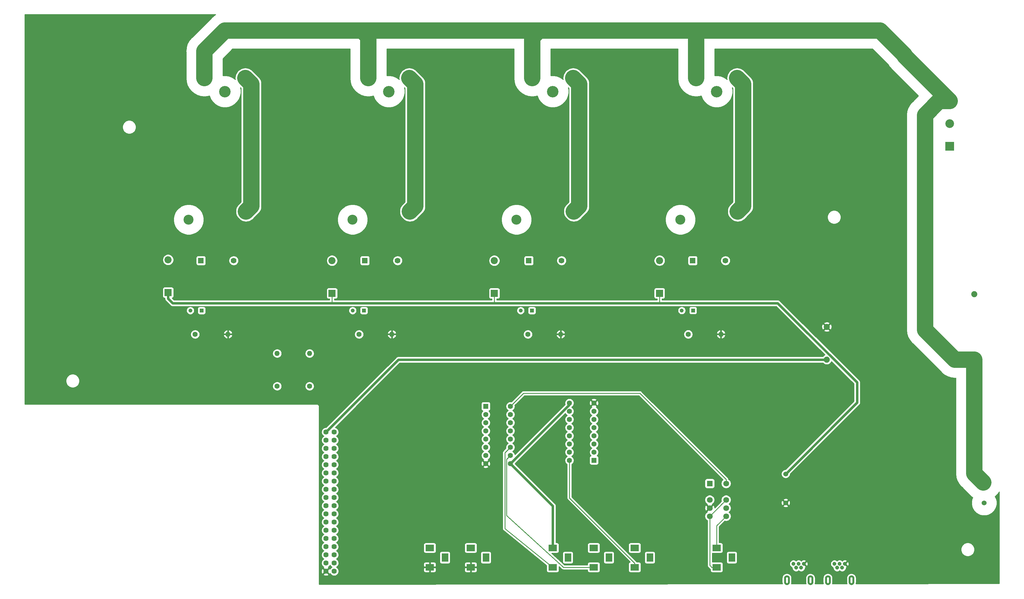
<source format=gbl>
G04 #@! TF.GenerationSoftware,KiCad,Pcbnew,5.1.5-52549c5~84~ubuntu18.04.1*
G04 #@! TF.CreationDate,2020-02-29T20:18:47-05:00*
G04 #@! TF.ProjectId,cropdroid-reservoir,63726f70-6472-46f6-9964-2d7265736572,0.6a*
G04 #@! TF.SameCoordinates,Original*
G04 #@! TF.FileFunction,Copper,L2,Bot*
G04 #@! TF.FilePolarity,Positive*
%FSLAX46Y46*%
G04 Gerber Fmt 4.6, Leading zero omitted, Abs format (unit mm)*
G04 Created by KiCad (PCBNEW 5.1.5-52549c5~84~ubuntu18.04.1) date 2020-02-29 20:18:47*
%MOMM*%
%LPD*%
G04 APERTURE LIST*
%ADD10C,0.000100*%
%ADD11C,1.208000*%
%ADD12C,1.524000*%
%ADD13C,1.881000*%
%ADD14R,1.881000X1.881000*%
%ADD15O,1.600000X1.600000*%
%ADD16C,1.600000*%
%ADD17C,1.230000*%
%ADD18R,1.230000X1.230000*%
%ADD19C,3.290000*%
%ADD20C,3.090000*%
%ADD21R,1.760000X1.760000*%
%ADD22C,1.760000*%
%ADD23C,3.556000*%
%ADD24R,3.556000X3.556000*%
%ADD25R,1.600000X1.600000*%
%ADD26R,2.700000X2.700000*%
%ADD27C,2.700000*%
%ADD28R,2.600000X2.000000*%
%ADD29R,2.000000X2.600000*%
%ADD30C,1.620010*%
%ADD31O,2.200000X2.200000*%
%ADD32R,2.200000X2.200000*%
%ADD33R,1.800000X1.800000*%
%ADD34C,1.800000*%
%ADD35C,5.080000*%
%ADD36C,0.254000*%
%ADD37C,0.762000*%
G04 APERTURE END LIST*
D10*
G36*
X314700000Y-212090000D02*
G01*
X314700000Y-211490000D01*
X314698835Y-211445514D01*
X314695344Y-211401151D01*
X314689535Y-211357031D01*
X314681425Y-211313275D01*
X314671037Y-211270004D01*
X314658398Y-211227336D01*
X314643543Y-211185387D01*
X314626514Y-211144274D01*
X314607356Y-211104108D01*
X314586122Y-211065000D01*
X314562870Y-211027057D01*
X314537664Y-210990383D01*
X314510574Y-210955078D01*
X314481673Y-210921239D01*
X314451041Y-210888959D01*
X314418761Y-210858327D01*
X314384922Y-210829426D01*
X314349617Y-210802336D01*
X314312943Y-210777130D01*
X314275000Y-210753878D01*
X314235892Y-210732644D01*
X314195726Y-210713486D01*
X314154613Y-210696457D01*
X314112664Y-210681602D01*
X314069996Y-210668963D01*
X314026725Y-210658575D01*
X313982969Y-210650465D01*
X313938849Y-210644656D01*
X313894486Y-210641165D01*
X313850000Y-210640000D01*
X313850000Y-211140000D01*
X313868318Y-211140480D01*
X313886585Y-211141917D01*
X313904752Y-211144309D01*
X313922769Y-211147648D01*
X313940587Y-211151926D01*
X313958156Y-211157130D01*
X313975429Y-211163247D01*
X313992358Y-211170259D01*
X314008897Y-211178148D01*
X314025000Y-211186891D01*
X314040624Y-211196465D01*
X314055725Y-211206844D01*
X314070262Y-211217999D01*
X314084196Y-211229899D01*
X314097487Y-211242513D01*
X314110101Y-211255804D01*
X314122001Y-211269738D01*
X314133156Y-211284275D01*
X314143535Y-211299376D01*
X314153109Y-211315000D01*
X314161852Y-211331103D01*
X314169741Y-211347642D01*
X314176753Y-211364571D01*
X314182870Y-211381844D01*
X314188074Y-211399413D01*
X314192352Y-211417231D01*
X314195691Y-211435248D01*
X314198083Y-211453415D01*
X314199520Y-211471682D01*
X314200000Y-211490000D01*
X314200000Y-212090000D01*
X314700000Y-212090000D01*
G37*
X314700000Y-212090000D02*
X314700000Y-211490000D01*
X314698835Y-211445514D01*
X314695344Y-211401151D01*
X314689535Y-211357031D01*
X314681425Y-211313275D01*
X314671037Y-211270004D01*
X314658398Y-211227336D01*
X314643543Y-211185387D01*
X314626514Y-211144274D01*
X314607356Y-211104108D01*
X314586122Y-211065000D01*
X314562870Y-211027057D01*
X314537664Y-210990383D01*
X314510574Y-210955078D01*
X314481673Y-210921239D01*
X314451041Y-210888959D01*
X314418761Y-210858327D01*
X314384922Y-210829426D01*
X314349617Y-210802336D01*
X314312943Y-210777130D01*
X314275000Y-210753878D01*
X314235892Y-210732644D01*
X314195726Y-210713486D01*
X314154613Y-210696457D01*
X314112664Y-210681602D01*
X314069996Y-210668963D01*
X314026725Y-210658575D01*
X313982969Y-210650465D01*
X313938849Y-210644656D01*
X313894486Y-210641165D01*
X313850000Y-210640000D01*
X313850000Y-211140000D01*
X313868318Y-211140480D01*
X313886585Y-211141917D01*
X313904752Y-211144309D01*
X313922769Y-211147648D01*
X313940587Y-211151926D01*
X313958156Y-211157130D01*
X313975429Y-211163247D01*
X313992358Y-211170259D01*
X314008897Y-211178148D01*
X314025000Y-211186891D01*
X314040624Y-211196465D01*
X314055725Y-211206844D01*
X314070262Y-211217999D01*
X314084196Y-211229899D01*
X314097487Y-211242513D01*
X314110101Y-211255804D01*
X314122001Y-211269738D01*
X314133156Y-211284275D01*
X314143535Y-211299376D01*
X314153109Y-211315000D01*
X314161852Y-211331103D01*
X314169741Y-211347642D01*
X314176753Y-211364571D01*
X314182870Y-211381844D01*
X314188074Y-211399413D01*
X314192352Y-211417231D01*
X314195691Y-211435248D01*
X314198083Y-211453415D01*
X314199520Y-211471682D01*
X314200000Y-211490000D01*
X314200000Y-212090000D01*
X314700000Y-212090000D01*
G36*
X313000000Y-212090000D02*
G01*
X313000000Y-211490000D01*
X313001165Y-211445514D01*
X313004656Y-211401151D01*
X313010465Y-211357031D01*
X313018575Y-211313275D01*
X313028963Y-211270004D01*
X313041602Y-211227336D01*
X313056457Y-211185387D01*
X313073486Y-211144274D01*
X313092644Y-211104108D01*
X313113878Y-211065000D01*
X313137130Y-211027057D01*
X313162336Y-210990383D01*
X313189426Y-210955078D01*
X313218327Y-210921239D01*
X313248959Y-210888959D01*
X313281239Y-210858327D01*
X313315078Y-210829426D01*
X313350383Y-210802336D01*
X313387057Y-210777130D01*
X313425000Y-210753878D01*
X313464108Y-210732644D01*
X313504274Y-210713486D01*
X313545387Y-210696457D01*
X313587336Y-210681602D01*
X313630004Y-210668963D01*
X313673275Y-210658575D01*
X313717031Y-210650465D01*
X313761151Y-210644656D01*
X313805514Y-210641165D01*
X313850000Y-210640000D01*
X313850000Y-211140000D01*
X313831682Y-211140480D01*
X313813415Y-211141917D01*
X313795248Y-211144309D01*
X313777231Y-211147648D01*
X313759413Y-211151926D01*
X313741844Y-211157130D01*
X313724571Y-211163247D01*
X313707642Y-211170259D01*
X313691103Y-211178148D01*
X313675000Y-211186891D01*
X313659376Y-211196465D01*
X313644275Y-211206844D01*
X313629738Y-211217999D01*
X313615804Y-211229899D01*
X313602513Y-211242513D01*
X313589899Y-211255804D01*
X313577999Y-211269738D01*
X313566844Y-211284275D01*
X313556465Y-211299376D01*
X313546891Y-211315000D01*
X313538148Y-211331103D01*
X313530259Y-211347642D01*
X313523247Y-211364571D01*
X313517130Y-211381844D01*
X313511926Y-211399413D01*
X313507648Y-211417231D01*
X313504309Y-211435248D01*
X313501917Y-211453415D01*
X313500480Y-211471682D01*
X313500000Y-211490000D01*
X313500000Y-212090000D01*
X313000000Y-212090000D01*
G37*
X313000000Y-212090000D02*
X313000000Y-211490000D01*
X313001165Y-211445514D01*
X313004656Y-211401151D01*
X313010465Y-211357031D01*
X313018575Y-211313275D01*
X313028963Y-211270004D01*
X313041602Y-211227336D01*
X313056457Y-211185387D01*
X313073486Y-211144274D01*
X313092644Y-211104108D01*
X313113878Y-211065000D01*
X313137130Y-211027057D01*
X313162336Y-210990383D01*
X313189426Y-210955078D01*
X313218327Y-210921239D01*
X313248959Y-210888959D01*
X313281239Y-210858327D01*
X313315078Y-210829426D01*
X313350383Y-210802336D01*
X313387057Y-210777130D01*
X313425000Y-210753878D01*
X313464108Y-210732644D01*
X313504274Y-210713486D01*
X313545387Y-210696457D01*
X313587336Y-210681602D01*
X313630004Y-210668963D01*
X313673275Y-210658575D01*
X313717031Y-210650465D01*
X313761151Y-210644656D01*
X313805514Y-210641165D01*
X313850000Y-210640000D01*
X313850000Y-211140000D01*
X313831682Y-211140480D01*
X313813415Y-211141917D01*
X313795248Y-211144309D01*
X313777231Y-211147648D01*
X313759413Y-211151926D01*
X313741844Y-211157130D01*
X313724571Y-211163247D01*
X313707642Y-211170259D01*
X313691103Y-211178148D01*
X313675000Y-211186891D01*
X313659376Y-211196465D01*
X313644275Y-211206844D01*
X313629738Y-211217999D01*
X313615804Y-211229899D01*
X313602513Y-211242513D01*
X313589899Y-211255804D01*
X313577999Y-211269738D01*
X313566844Y-211284275D01*
X313556465Y-211299376D01*
X313546891Y-211315000D01*
X313538148Y-211331103D01*
X313530259Y-211347642D01*
X313523247Y-211364571D01*
X313517130Y-211381844D01*
X313511926Y-211399413D01*
X313507648Y-211417231D01*
X313504309Y-211435248D01*
X313501917Y-211453415D01*
X313500480Y-211471682D01*
X313500000Y-211490000D01*
X313500000Y-212090000D01*
X313000000Y-212090000D01*
G36*
X313000000Y-212090000D02*
G01*
X313000000Y-212690000D01*
X313001165Y-212734486D01*
X313004656Y-212778849D01*
X313010465Y-212822969D01*
X313018575Y-212866725D01*
X313028963Y-212909996D01*
X313041602Y-212952664D01*
X313056457Y-212994613D01*
X313073486Y-213035726D01*
X313092644Y-213075892D01*
X313113878Y-213115000D01*
X313137130Y-213152943D01*
X313162336Y-213189617D01*
X313189426Y-213224922D01*
X313218327Y-213258761D01*
X313248959Y-213291041D01*
X313281239Y-213321673D01*
X313315078Y-213350574D01*
X313350383Y-213377664D01*
X313387057Y-213402870D01*
X313425000Y-213426122D01*
X313464108Y-213447356D01*
X313504274Y-213466514D01*
X313545387Y-213483543D01*
X313587336Y-213498398D01*
X313630004Y-213511037D01*
X313673275Y-213521425D01*
X313717031Y-213529535D01*
X313761151Y-213535344D01*
X313805514Y-213538835D01*
X313850000Y-213540000D01*
X313850000Y-213040000D01*
X313831682Y-213039520D01*
X313813415Y-213038083D01*
X313795248Y-213035691D01*
X313777231Y-213032352D01*
X313759413Y-213028074D01*
X313741844Y-213022870D01*
X313724571Y-213016753D01*
X313707642Y-213009741D01*
X313691103Y-213001852D01*
X313675000Y-212993109D01*
X313659376Y-212983535D01*
X313644275Y-212973156D01*
X313629738Y-212962001D01*
X313615804Y-212950101D01*
X313602513Y-212937487D01*
X313589899Y-212924196D01*
X313577999Y-212910262D01*
X313566844Y-212895725D01*
X313556465Y-212880624D01*
X313546891Y-212865000D01*
X313538148Y-212848897D01*
X313530259Y-212832358D01*
X313523247Y-212815429D01*
X313517130Y-212798156D01*
X313511926Y-212780587D01*
X313507648Y-212762769D01*
X313504309Y-212744752D01*
X313501917Y-212726585D01*
X313500480Y-212708318D01*
X313500000Y-212690000D01*
X313500000Y-212090000D01*
X313000000Y-212090000D01*
G37*
X313000000Y-212090000D02*
X313000000Y-212690000D01*
X313001165Y-212734486D01*
X313004656Y-212778849D01*
X313010465Y-212822969D01*
X313018575Y-212866725D01*
X313028963Y-212909996D01*
X313041602Y-212952664D01*
X313056457Y-212994613D01*
X313073486Y-213035726D01*
X313092644Y-213075892D01*
X313113878Y-213115000D01*
X313137130Y-213152943D01*
X313162336Y-213189617D01*
X313189426Y-213224922D01*
X313218327Y-213258761D01*
X313248959Y-213291041D01*
X313281239Y-213321673D01*
X313315078Y-213350574D01*
X313350383Y-213377664D01*
X313387057Y-213402870D01*
X313425000Y-213426122D01*
X313464108Y-213447356D01*
X313504274Y-213466514D01*
X313545387Y-213483543D01*
X313587336Y-213498398D01*
X313630004Y-213511037D01*
X313673275Y-213521425D01*
X313717031Y-213529535D01*
X313761151Y-213535344D01*
X313805514Y-213538835D01*
X313850000Y-213540000D01*
X313850000Y-213040000D01*
X313831682Y-213039520D01*
X313813415Y-213038083D01*
X313795248Y-213035691D01*
X313777231Y-213032352D01*
X313759413Y-213028074D01*
X313741844Y-213022870D01*
X313724571Y-213016753D01*
X313707642Y-213009741D01*
X313691103Y-213001852D01*
X313675000Y-212993109D01*
X313659376Y-212983535D01*
X313644275Y-212973156D01*
X313629738Y-212962001D01*
X313615804Y-212950101D01*
X313602513Y-212937487D01*
X313589899Y-212924196D01*
X313577999Y-212910262D01*
X313566844Y-212895725D01*
X313556465Y-212880624D01*
X313546891Y-212865000D01*
X313538148Y-212848897D01*
X313530259Y-212832358D01*
X313523247Y-212815429D01*
X313517130Y-212798156D01*
X313511926Y-212780587D01*
X313507648Y-212762769D01*
X313504309Y-212744752D01*
X313501917Y-212726585D01*
X313500480Y-212708318D01*
X313500000Y-212690000D01*
X313500000Y-212090000D01*
X313000000Y-212090000D01*
G36*
X314700000Y-212090000D02*
G01*
X314700000Y-212690000D01*
X314698835Y-212734486D01*
X314695344Y-212778849D01*
X314689535Y-212822969D01*
X314681425Y-212866725D01*
X314671037Y-212909996D01*
X314658398Y-212952664D01*
X314643543Y-212994613D01*
X314626514Y-213035726D01*
X314607356Y-213075892D01*
X314586122Y-213115000D01*
X314562870Y-213152943D01*
X314537664Y-213189617D01*
X314510574Y-213224922D01*
X314481673Y-213258761D01*
X314451041Y-213291041D01*
X314418761Y-213321673D01*
X314384922Y-213350574D01*
X314349617Y-213377664D01*
X314312943Y-213402870D01*
X314275000Y-213426122D01*
X314235892Y-213447356D01*
X314195726Y-213466514D01*
X314154613Y-213483543D01*
X314112664Y-213498398D01*
X314069996Y-213511037D01*
X314026725Y-213521425D01*
X313982969Y-213529535D01*
X313938849Y-213535344D01*
X313894486Y-213538835D01*
X313850000Y-213540000D01*
X313850000Y-213040000D01*
X313868318Y-213039520D01*
X313886585Y-213038083D01*
X313904752Y-213035691D01*
X313922769Y-213032352D01*
X313940587Y-213028074D01*
X313958156Y-213022870D01*
X313975429Y-213016753D01*
X313992358Y-213009741D01*
X314008897Y-213001852D01*
X314025000Y-212993109D01*
X314040624Y-212983535D01*
X314055725Y-212973156D01*
X314070262Y-212962001D01*
X314084196Y-212950101D01*
X314097487Y-212937487D01*
X314110101Y-212924196D01*
X314122001Y-212910262D01*
X314133156Y-212895725D01*
X314143535Y-212880624D01*
X314153109Y-212865000D01*
X314161852Y-212848897D01*
X314169741Y-212832358D01*
X314176753Y-212815429D01*
X314182870Y-212798156D01*
X314188074Y-212780587D01*
X314192352Y-212762769D01*
X314195691Y-212744752D01*
X314198083Y-212726585D01*
X314199520Y-212708318D01*
X314200000Y-212690000D01*
X314200000Y-212090000D01*
X314700000Y-212090000D01*
G37*
X314700000Y-212090000D02*
X314700000Y-212690000D01*
X314698835Y-212734486D01*
X314695344Y-212778849D01*
X314689535Y-212822969D01*
X314681425Y-212866725D01*
X314671037Y-212909996D01*
X314658398Y-212952664D01*
X314643543Y-212994613D01*
X314626514Y-213035726D01*
X314607356Y-213075892D01*
X314586122Y-213115000D01*
X314562870Y-213152943D01*
X314537664Y-213189617D01*
X314510574Y-213224922D01*
X314481673Y-213258761D01*
X314451041Y-213291041D01*
X314418761Y-213321673D01*
X314384922Y-213350574D01*
X314349617Y-213377664D01*
X314312943Y-213402870D01*
X314275000Y-213426122D01*
X314235892Y-213447356D01*
X314195726Y-213466514D01*
X314154613Y-213483543D01*
X314112664Y-213498398D01*
X314069996Y-213511037D01*
X314026725Y-213521425D01*
X313982969Y-213529535D01*
X313938849Y-213535344D01*
X313894486Y-213538835D01*
X313850000Y-213540000D01*
X313850000Y-213040000D01*
X313868318Y-213039520D01*
X313886585Y-213038083D01*
X313904752Y-213035691D01*
X313922769Y-213032352D01*
X313940587Y-213028074D01*
X313958156Y-213022870D01*
X313975429Y-213016753D01*
X313992358Y-213009741D01*
X314008897Y-213001852D01*
X314025000Y-212993109D01*
X314040624Y-212983535D01*
X314055725Y-212973156D01*
X314070262Y-212962001D01*
X314084196Y-212950101D01*
X314097487Y-212937487D01*
X314110101Y-212924196D01*
X314122001Y-212910262D01*
X314133156Y-212895725D01*
X314143535Y-212880624D01*
X314153109Y-212865000D01*
X314161852Y-212848897D01*
X314169741Y-212832358D01*
X314176753Y-212815429D01*
X314182870Y-212798156D01*
X314188074Y-212780587D01*
X314192352Y-212762769D01*
X314195691Y-212744752D01*
X314198083Y-212726585D01*
X314199520Y-212708318D01*
X314200000Y-212690000D01*
X314200000Y-212090000D01*
X314700000Y-212090000D01*
G36*
X322000000Y-212090000D02*
G01*
X322000000Y-211490000D01*
X321998835Y-211445514D01*
X321995344Y-211401151D01*
X321989535Y-211357031D01*
X321981425Y-211313275D01*
X321971037Y-211270004D01*
X321958398Y-211227336D01*
X321943543Y-211185387D01*
X321926514Y-211144274D01*
X321907356Y-211104108D01*
X321886122Y-211065000D01*
X321862870Y-211027057D01*
X321837664Y-210990383D01*
X321810574Y-210955078D01*
X321781673Y-210921239D01*
X321751041Y-210888959D01*
X321718761Y-210858327D01*
X321684922Y-210829426D01*
X321649617Y-210802336D01*
X321612943Y-210777130D01*
X321575000Y-210753878D01*
X321535892Y-210732644D01*
X321495726Y-210713486D01*
X321454613Y-210696457D01*
X321412664Y-210681602D01*
X321369996Y-210668963D01*
X321326725Y-210658575D01*
X321282969Y-210650465D01*
X321238849Y-210644656D01*
X321194486Y-210641165D01*
X321150000Y-210640000D01*
X321150000Y-211140000D01*
X321168318Y-211140480D01*
X321186585Y-211141917D01*
X321204752Y-211144309D01*
X321222769Y-211147648D01*
X321240587Y-211151926D01*
X321258156Y-211157130D01*
X321275429Y-211163247D01*
X321292358Y-211170259D01*
X321308897Y-211178148D01*
X321325000Y-211186891D01*
X321340624Y-211196465D01*
X321355725Y-211206844D01*
X321370262Y-211217999D01*
X321384196Y-211229899D01*
X321397487Y-211242513D01*
X321410101Y-211255804D01*
X321422001Y-211269738D01*
X321433156Y-211284275D01*
X321443535Y-211299376D01*
X321453109Y-211315000D01*
X321461852Y-211331103D01*
X321469741Y-211347642D01*
X321476753Y-211364571D01*
X321482870Y-211381844D01*
X321488074Y-211399413D01*
X321492352Y-211417231D01*
X321495691Y-211435248D01*
X321498083Y-211453415D01*
X321499520Y-211471682D01*
X321500000Y-211490000D01*
X321500000Y-212090000D01*
X322000000Y-212090000D01*
G37*
X322000000Y-212090000D02*
X322000000Y-211490000D01*
X321998835Y-211445514D01*
X321995344Y-211401151D01*
X321989535Y-211357031D01*
X321981425Y-211313275D01*
X321971037Y-211270004D01*
X321958398Y-211227336D01*
X321943543Y-211185387D01*
X321926514Y-211144274D01*
X321907356Y-211104108D01*
X321886122Y-211065000D01*
X321862870Y-211027057D01*
X321837664Y-210990383D01*
X321810574Y-210955078D01*
X321781673Y-210921239D01*
X321751041Y-210888959D01*
X321718761Y-210858327D01*
X321684922Y-210829426D01*
X321649617Y-210802336D01*
X321612943Y-210777130D01*
X321575000Y-210753878D01*
X321535892Y-210732644D01*
X321495726Y-210713486D01*
X321454613Y-210696457D01*
X321412664Y-210681602D01*
X321369996Y-210668963D01*
X321326725Y-210658575D01*
X321282969Y-210650465D01*
X321238849Y-210644656D01*
X321194486Y-210641165D01*
X321150000Y-210640000D01*
X321150000Y-211140000D01*
X321168318Y-211140480D01*
X321186585Y-211141917D01*
X321204752Y-211144309D01*
X321222769Y-211147648D01*
X321240587Y-211151926D01*
X321258156Y-211157130D01*
X321275429Y-211163247D01*
X321292358Y-211170259D01*
X321308897Y-211178148D01*
X321325000Y-211186891D01*
X321340624Y-211196465D01*
X321355725Y-211206844D01*
X321370262Y-211217999D01*
X321384196Y-211229899D01*
X321397487Y-211242513D01*
X321410101Y-211255804D01*
X321422001Y-211269738D01*
X321433156Y-211284275D01*
X321443535Y-211299376D01*
X321453109Y-211315000D01*
X321461852Y-211331103D01*
X321469741Y-211347642D01*
X321476753Y-211364571D01*
X321482870Y-211381844D01*
X321488074Y-211399413D01*
X321492352Y-211417231D01*
X321495691Y-211435248D01*
X321498083Y-211453415D01*
X321499520Y-211471682D01*
X321500000Y-211490000D01*
X321500000Y-212090000D01*
X322000000Y-212090000D01*
G36*
X320300000Y-212090000D02*
G01*
X320300000Y-211490000D01*
X320301165Y-211445514D01*
X320304656Y-211401151D01*
X320310465Y-211357031D01*
X320318575Y-211313275D01*
X320328963Y-211270004D01*
X320341602Y-211227336D01*
X320356457Y-211185387D01*
X320373486Y-211144274D01*
X320392644Y-211104108D01*
X320413878Y-211065000D01*
X320437130Y-211027057D01*
X320462336Y-210990383D01*
X320489426Y-210955078D01*
X320518327Y-210921239D01*
X320548959Y-210888959D01*
X320581239Y-210858327D01*
X320615078Y-210829426D01*
X320650383Y-210802336D01*
X320687057Y-210777130D01*
X320725000Y-210753878D01*
X320764108Y-210732644D01*
X320804274Y-210713486D01*
X320845387Y-210696457D01*
X320887336Y-210681602D01*
X320930004Y-210668963D01*
X320973275Y-210658575D01*
X321017031Y-210650465D01*
X321061151Y-210644656D01*
X321105514Y-210641165D01*
X321150000Y-210640000D01*
X321150000Y-211140000D01*
X321131682Y-211140480D01*
X321113415Y-211141917D01*
X321095248Y-211144309D01*
X321077231Y-211147648D01*
X321059413Y-211151926D01*
X321041844Y-211157130D01*
X321024571Y-211163247D01*
X321007642Y-211170259D01*
X320991103Y-211178148D01*
X320975000Y-211186891D01*
X320959376Y-211196465D01*
X320944275Y-211206844D01*
X320929738Y-211217999D01*
X320915804Y-211229899D01*
X320902513Y-211242513D01*
X320889899Y-211255804D01*
X320877999Y-211269738D01*
X320866844Y-211284275D01*
X320856465Y-211299376D01*
X320846891Y-211315000D01*
X320838148Y-211331103D01*
X320830259Y-211347642D01*
X320823247Y-211364571D01*
X320817130Y-211381844D01*
X320811926Y-211399413D01*
X320807648Y-211417231D01*
X320804309Y-211435248D01*
X320801917Y-211453415D01*
X320800480Y-211471682D01*
X320800000Y-211490000D01*
X320800000Y-212090000D01*
X320300000Y-212090000D01*
G37*
X320300000Y-212090000D02*
X320300000Y-211490000D01*
X320301165Y-211445514D01*
X320304656Y-211401151D01*
X320310465Y-211357031D01*
X320318575Y-211313275D01*
X320328963Y-211270004D01*
X320341602Y-211227336D01*
X320356457Y-211185387D01*
X320373486Y-211144274D01*
X320392644Y-211104108D01*
X320413878Y-211065000D01*
X320437130Y-211027057D01*
X320462336Y-210990383D01*
X320489426Y-210955078D01*
X320518327Y-210921239D01*
X320548959Y-210888959D01*
X320581239Y-210858327D01*
X320615078Y-210829426D01*
X320650383Y-210802336D01*
X320687057Y-210777130D01*
X320725000Y-210753878D01*
X320764108Y-210732644D01*
X320804274Y-210713486D01*
X320845387Y-210696457D01*
X320887336Y-210681602D01*
X320930004Y-210668963D01*
X320973275Y-210658575D01*
X321017031Y-210650465D01*
X321061151Y-210644656D01*
X321105514Y-210641165D01*
X321150000Y-210640000D01*
X321150000Y-211140000D01*
X321131682Y-211140480D01*
X321113415Y-211141917D01*
X321095248Y-211144309D01*
X321077231Y-211147648D01*
X321059413Y-211151926D01*
X321041844Y-211157130D01*
X321024571Y-211163247D01*
X321007642Y-211170259D01*
X320991103Y-211178148D01*
X320975000Y-211186891D01*
X320959376Y-211196465D01*
X320944275Y-211206844D01*
X320929738Y-211217999D01*
X320915804Y-211229899D01*
X320902513Y-211242513D01*
X320889899Y-211255804D01*
X320877999Y-211269738D01*
X320866844Y-211284275D01*
X320856465Y-211299376D01*
X320846891Y-211315000D01*
X320838148Y-211331103D01*
X320830259Y-211347642D01*
X320823247Y-211364571D01*
X320817130Y-211381844D01*
X320811926Y-211399413D01*
X320807648Y-211417231D01*
X320804309Y-211435248D01*
X320801917Y-211453415D01*
X320800480Y-211471682D01*
X320800000Y-211490000D01*
X320800000Y-212090000D01*
X320300000Y-212090000D01*
G36*
X320300000Y-212090000D02*
G01*
X320300000Y-212690000D01*
X320301165Y-212734486D01*
X320304656Y-212778849D01*
X320310465Y-212822969D01*
X320318575Y-212866725D01*
X320328963Y-212909996D01*
X320341602Y-212952664D01*
X320356457Y-212994613D01*
X320373486Y-213035726D01*
X320392644Y-213075892D01*
X320413878Y-213115000D01*
X320437130Y-213152943D01*
X320462336Y-213189617D01*
X320489426Y-213224922D01*
X320518327Y-213258761D01*
X320548959Y-213291041D01*
X320581239Y-213321673D01*
X320615078Y-213350574D01*
X320650383Y-213377664D01*
X320687057Y-213402870D01*
X320725000Y-213426122D01*
X320764108Y-213447356D01*
X320804274Y-213466514D01*
X320845387Y-213483543D01*
X320887336Y-213498398D01*
X320930004Y-213511037D01*
X320973275Y-213521425D01*
X321017031Y-213529535D01*
X321061151Y-213535344D01*
X321105514Y-213538835D01*
X321150000Y-213540000D01*
X321150000Y-213040000D01*
X321131682Y-213039520D01*
X321113415Y-213038083D01*
X321095248Y-213035691D01*
X321077231Y-213032352D01*
X321059413Y-213028074D01*
X321041844Y-213022870D01*
X321024571Y-213016753D01*
X321007642Y-213009741D01*
X320991103Y-213001852D01*
X320975000Y-212993109D01*
X320959376Y-212983535D01*
X320944275Y-212973156D01*
X320929738Y-212962001D01*
X320915804Y-212950101D01*
X320902513Y-212937487D01*
X320889899Y-212924196D01*
X320877999Y-212910262D01*
X320866844Y-212895725D01*
X320856465Y-212880624D01*
X320846891Y-212865000D01*
X320838148Y-212848897D01*
X320830259Y-212832358D01*
X320823247Y-212815429D01*
X320817130Y-212798156D01*
X320811926Y-212780587D01*
X320807648Y-212762769D01*
X320804309Y-212744752D01*
X320801917Y-212726585D01*
X320800480Y-212708318D01*
X320800000Y-212690000D01*
X320800000Y-212090000D01*
X320300000Y-212090000D01*
G37*
X320300000Y-212090000D02*
X320300000Y-212690000D01*
X320301165Y-212734486D01*
X320304656Y-212778849D01*
X320310465Y-212822969D01*
X320318575Y-212866725D01*
X320328963Y-212909996D01*
X320341602Y-212952664D01*
X320356457Y-212994613D01*
X320373486Y-213035726D01*
X320392644Y-213075892D01*
X320413878Y-213115000D01*
X320437130Y-213152943D01*
X320462336Y-213189617D01*
X320489426Y-213224922D01*
X320518327Y-213258761D01*
X320548959Y-213291041D01*
X320581239Y-213321673D01*
X320615078Y-213350574D01*
X320650383Y-213377664D01*
X320687057Y-213402870D01*
X320725000Y-213426122D01*
X320764108Y-213447356D01*
X320804274Y-213466514D01*
X320845387Y-213483543D01*
X320887336Y-213498398D01*
X320930004Y-213511037D01*
X320973275Y-213521425D01*
X321017031Y-213529535D01*
X321061151Y-213535344D01*
X321105514Y-213538835D01*
X321150000Y-213540000D01*
X321150000Y-213040000D01*
X321131682Y-213039520D01*
X321113415Y-213038083D01*
X321095248Y-213035691D01*
X321077231Y-213032352D01*
X321059413Y-213028074D01*
X321041844Y-213022870D01*
X321024571Y-213016753D01*
X321007642Y-213009741D01*
X320991103Y-213001852D01*
X320975000Y-212993109D01*
X320959376Y-212983535D01*
X320944275Y-212973156D01*
X320929738Y-212962001D01*
X320915804Y-212950101D01*
X320902513Y-212937487D01*
X320889899Y-212924196D01*
X320877999Y-212910262D01*
X320866844Y-212895725D01*
X320856465Y-212880624D01*
X320846891Y-212865000D01*
X320838148Y-212848897D01*
X320830259Y-212832358D01*
X320823247Y-212815429D01*
X320817130Y-212798156D01*
X320811926Y-212780587D01*
X320807648Y-212762769D01*
X320804309Y-212744752D01*
X320801917Y-212726585D01*
X320800480Y-212708318D01*
X320800000Y-212690000D01*
X320800000Y-212090000D01*
X320300000Y-212090000D01*
G36*
X322000000Y-212090000D02*
G01*
X322000000Y-212690000D01*
X321998835Y-212734486D01*
X321995344Y-212778849D01*
X321989535Y-212822969D01*
X321981425Y-212866725D01*
X321971037Y-212909996D01*
X321958398Y-212952664D01*
X321943543Y-212994613D01*
X321926514Y-213035726D01*
X321907356Y-213075892D01*
X321886122Y-213115000D01*
X321862870Y-213152943D01*
X321837664Y-213189617D01*
X321810574Y-213224922D01*
X321781673Y-213258761D01*
X321751041Y-213291041D01*
X321718761Y-213321673D01*
X321684922Y-213350574D01*
X321649617Y-213377664D01*
X321612943Y-213402870D01*
X321575000Y-213426122D01*
X321535892Y-213447356D01*
X321495726Y-213466514D01*
X321454613Y-213483543D01*
X321412664Y-213498398D01*
X321369996Y-213511037D01*
X321326725Y-213521425D01*
X321282969Y-213529535D01*
X321238849Y-213535344D01*
X321194486Y-213538835D01*
X321150000Y-213540000D01*
X321150000Y-213040000D01*
X321168318Y-213039520D01*
X321186585Y-213038083D01*
X321204752Y-213035691D01*
X321222769Y-213032352D01*
X321240587Y-213028074D01*
X321258156Y-213022870D01*
X321275429Y-213016753D01*
X321292358Y-213009741D01*
X321308897Y-213001852D01*
X321325000Y-212993109D01*
X321340624Y-212983535D01*
X321355725Y-212973156D01*
X321370262Y-212962001D01*
X321384196Y-212950101D01*
X321397487Y-212937487D01*
X321410101Y-212924196D01*
X321422001Y-212910262D01*
X321433156Y-212895725D01*
X321443535Y-212880624D01*
X321453109Y-212865000D01*
X321461852Y-212848897D01*
X321469741Y-212832358D01*
X321476753Y-212815429D01*
X321482870Y-212798156D01*
X321488074Y-212780587D01*
X321492352Y-212762769D01*
X321495691Y-212744752D01*
X321498083Y-212726585D01*
X321499520Y-212708318D01*
X321500000Y-212690000D01*
X321500000Y-212090000D01*
X322000000Y-212090000D01*
G37*
X322000000Y-212090000D02*
X322000000Y-212690000D01*
X321998835Y-212734486D01*
X321995344Y-212778849D01*
X321989535Y-212822969D01*
X321981425Y-212866725D01*
X321971037Y-212909996D01*
X321958398Y-212952664D01*
X321943543Y-212994613D01*
X321926514Y-213035726D01*
X321907356Y-213075892D01*
X321886122Y-213115000D01*
X321862870Y-213152943D01*
X321837664Y-213189617D01*
X321810574Y-213224922D01*
X321781673Y-213258761D01*
X321751041Y-213291041D01*
X321718761Y-213321673D01*
X321684922Y-213350574D01*
X321649617Y-213377664D01*
X321612943Y-213402870D01*
X321575000Y-213426122D01*
X321535892Y-213447356D01*
X321495726Y-213466514D01*
X321454613Y-213483543D01*
X321412664Y-213498398D01*
X321369996Y-213511037D01*
X321326725Y-213521425D01*
X321282969Y-213529535D01*
X321238849Y-213535344D01*
X321194486Y-213538835D01*
X321150000Y-213540000D01*
X321150000Y-213040000D01*
X321168318Y-213039520D01*
X321186585Y-213038083D01*
X321204752Y-213035691D01*
X321222769Y-213032352D01*
X321240587Y-213028074D01*
X321258156Y-213022870D01*
X321275429Y-213016753D01*
X321292358Y-213009741D01*
X321308897Y-213001852D01*
X321325000Y-212993109D01*
X321340624Y-212983535D01*
X321355725Y-212973156D01*
X321370262Y-212962001D01*
X321384196Y-212950101D01*
X321397487Y-212937487D01*
X321410101Y-212924196D01*
X321422001Y-212910262D01*
X321433156Y-212895725D01*
X321443535Y-212880624D01*
X321453109Y-212865000D01*
X321461852Y-212848897D01*
X321469741Y-212832358D01*
X321476753Y-212815429D01*
X321482870Y-212798156D01*
X321488074Y-212780587D01*
X321492352Y-212762769D01*
X321495691Y-212744752D01*
X321498083Y-212726585D01*
X321499520Y-212708318D01*
X321500000Y-212690000D01*
X321500000Y-212090000D01*
X322000000Y-212090000D01*
G36*
X302000000Y-212090000D02*
G01*
X302000000Y-211490000D01*
X301998835Y-211445514D01*
X301995344Y-211401151D01*
X301989535Y-211357031D01*
X301981425Y-211313275D01*
X301971037Y-211270004D01*
X301958398Y-211227336D01*
X301943543Y-211185387D01*
X301926514Y-211144274D01*
X301907356Y-211104108D01*
X301886122Y-211065000D01*
X301862870Y-211027057D01*
X301837664Y-210990383D01*
X301810574Y-210955078D01*
X301781673Y-210921239D01*
X301751041Y-210888959D01*
X301718761Y-210858327D01*
X301684922Y-210829426D01*
X301649617Y-210802336D01*
X301612943Y-210777130D01*
X301575000Y-210753878D01*
X301535892Y-210732644D01*
X301495726Y-210713486D01*
X301454613Y-210696457D01*
X301412664Y-210681602D01*
X301369996Y-210668963D01*
X301326725Y-210658575D01*
X301282969Y-210650465D01*
X301238849Y-210644656D01*
X301194486Y-210641165D01*
X301150000Y-210640000D01*
X301150000Y-211140000D01*
X301168318Y-211140480D01*
X301186585Y-211141917D01*
X301204752Y-211144309D01*
X301222769Y-211147648D01*
X301240587Y-211151926D01*
X301258156Y-211157130D01*
X301275429Y-211163247D01*
X301292358Y-211170259D01*
X301308897Y-211178148D01*
X301325000Y-211186891D01*
X301340624Y-211196465D01*
X301355725Y-211206844D01*
X301370262Y-211217999D01*
X301384196Y-211229899D01*
X301397487Y-211242513D01*
X301410101Y-211255804D01*
X301422001Y-211269738D01*
X301433156Y-211284275D01*
X301443535Y-211299376D01*
X301453109Y-211315000D01*
X301461852Y-211331103D01*
X301469741Y-211347642D01*
X301476753Y-211364571D01*
X301482870Y-211381844D01*
X301488074Y-211399413D01*
X301492352Y-211417231D01*
X301495691Y-211435248D01*
X301498083Y-211453415D01*
X301499520Y-211471682D01*
X301500000Y-211490000D01*
X301500000Y-212090000D01*
X302000000Y-212090000D01*
G37*
X302000000Y-212090000D02*
X302000000Y-211490000D01*
X301998835Y-211445514D01*
X301995344Y-211401151D01*
X301989535Y-211357031D01*
X301981425Y-211313275D01*
X301971037Y-211270004D01*
X301958398Y-211227336D01*
X301943543Y-211185387D01*
X301926514Y-211144274D01*
X301907356Y-211104108D01*
X301886122Y-211065000D01*
X301862870Y-211027057D01*
X301837664Y-210990383D01*
X301810574Y-210955078D01*
X301781673Y-210921239D01*
X301751041Y-210888959D01*
X301718761Y-210858327D01*
X301684922Y-210829426D01*
X301649617Y-210802336D01*
X301612943Y-210777130D01*
X301575000Y-210753878D01*
X301535892Y-210732644D01*
X301495726Y-210713486D01*
X301454613Y-210696457D01*
X301412664Y-210681602D01*
X301369996Y-210668963D01*
X301326725Y-210658575D01*
X301282969Y-210650465D01*
X301238849Y-210644656D01*
X301194486Y-210641165D01*
X301150000Y-210640000D01*
X301150000Y-211140000D01*
X301168318Y-211140480D01*
X301186585Y-211141917D01*
X301204752Y-211144309D01*
X301222769Y-211147648D01*
X301240587Y-211151926D01*
X301258156Y-211157130D01*
X301275429Y-211163247D01*
X301292358Y-211170259D01*
X301308897Y-211178148D01*
X301325000Y-211186891D01*
X301340624Y-211196465D01*
X301355725Y-211206844D01*
X301370262Y-211217999D01*
X301384196Y-211229899D01*
X301397487Y-211242513D01*
X301410101Y-211255804D01*
X301422001Y-211269738D01*
X301433156Y-211284275D01*
X301443535Y-211299376D01*
X301453109Y-211315000D01*
X301461852Y-211331103D01*
X301469741Y-211347642D01*
X301476753Y-211364571D01*
X301482870Y-211381844D01*
X301488074Y-211399413D01*
X301492352Y-211417231D01*
X301495691Y-211435248D01*
X301498083Y-211453415D01*
X301499520Y-211471682D01*
X301500000Y-211490000D01*
X301500000Y-212090000D01*
X302000000Y-212090000D01*
G36*
X300300000Y-212090000D02*
G01*
X300300000Y-211490000D01*
X300301165Y-211445514D01*
X300304656Y-211401151D01*
X300310465Y-211357031D01*
X300318575Y-211313275D01*
X300328963Y-211270004D01*
X300341602Y-211227336D01*
X300356457Y-211185387D01*
X300373486Y-211144274D01*
X300392644Y-211104108D01*
X300413878Y-211065000D01*
X300437130Y-211027057D01*
X300462336Y-210990383D01*
X300489426Y-210955078D01*
X300518327Y-210921239D01*
X300548959Y-210888959D01*
X300581239Y-210858327D01*
X300615078Y-210829426D01*
X300650383Y-210802336D01*
X300687057Y-210777130D01*
X300725000Y-210753878D01*
X300764108Y-210732644D01*
X300804274Y-210713486D01*
X300845387Y-210696457D01*
X300887336Y-210681602D01*
X300930004Y-210668963D01*
X300973275Y-210658575D01*
X301017031Y-210650465D01*
X301061151Y-210644656D01*
X301105514Y-210641165D01*
X301150000Y-210640000D01*
X301150000Y-211140000D01*
X301131682Y-211140480D01*
X301113415Y-211141917D01*
X301095248Y-211144309D01*
X301077231Y-211147648D01*
X301059413Y-211151926D01*
X301041844Y-211157130D01*
X301024571Y-211163247D01*
X301007642Y-211170259D01*
X300991103Y-211178148D01*
X300975000Y-211186891D01*
X300959376Y-211196465D01*
X300944275Y-211206844D01*
X300929738Y-211217999D01*
X300915804Y-211229899D01*
X300902513Y-211242513D01*
X300889899Y-211255804D01*
X300877999Y-211269738D01*
X300866844Y-211284275D01*
X300856465Y-211299376D01*
X300846891Y-211315000D01*
X300838148Y-211331103D01*
X300830259Y-211347642D01*
X300823247Y-211364571D01*
X300817130Y-211381844D01*
X300811926Y-211399413D01*
X300807648Y-211417231D01*
X300804309Y-211435248D01*
X300801917Y-211453415D01*
X300800480Y-211471682D01*
X300800000Y-211490000D01*
X300800000Y-212090000D01*
X300300000Y-212090000D01*
G37*
X300300000Y-212090000D02*
X300300000Y-211490000D01*
X300301165Y-211445514D01*
X300304656Y-211401151D01*
X300310465Y-211357031D01*
X300318575Y-211313275D01*
X300328963Y-211270004D01*
X300341602Y-211227336D01*
X300356457Y-211185387D01*
X300373486Y-211144274D01*
X300392644Y-211104108D01*
X300413878Y-211065000D01*
X300437130Y-211027057D01*
X300462336Y-210990383D01*
X300489426Y-210955078D01*
X300518327Y-210921239D01*
X300548959Y-210888959D01*
X300581239Y-210858327D01*
X300615078Y-210829426D01*
X300650383Y-210802336D01*
X300687057Y-210777130D01*
X300725000Y-210753878D01*
X300764108Y-210732644D01*
X300804274Y-210713486D01*
X300845387Y-210696457D01*
X300887336Y-210681602D01*
X300930004Y-210668963D01*
X300973275Y-210658575D01*
X301017031Y-210650465D01*
X301061151Y-210644656D01*
X301105514Y-210641165D01*
X301150000Y-210640000D01*
X301150000Y-211140000D01*
X301131682Y-211140480D01*
X301113415Y-211141917D01*
X301095248Y-211144309D01*
X301077231Y-211147648D01*
X301059413Y-211151926D01*
X301041844Y-211157130D01*
X301024571Y-211163247D01*
X301007642Y-211170259D01*
X300991103Y-211178148D01*
X300975000Y-211186891D01*
X300959376Y-211196465D01*
X300944275Y-211206844D01*
X300929738Y-211217999D01*
X300915804Y-211229899D01*
X300902513Y-211242513D01*
X300889899Y-211255804D01*
X300877999Y-211269738D01*
X300866844Y-211284275D01*
X300856465Y-211299376D01*
X300846891Y-211315000D01*
X300838148Y-211331103D01*
X300830259Y-211347642D01*
X300823247Y-211364571D01*
X300817130Y-211381844D01*
X300811926Y-211399413D01*
X300807648Y-211417231D01*
X300804309Y-211435248D01*
X300801917Y-211453415D01*
X300800480Y-211471682D01*
X300800000Y-211490000D01*
X300800000Y-212090000D01*
X300300000Y-212090000D01*
G36*
X300300000Y-212090000D02*
G01*
X300300000Y-212690000D01*
X300301165Y-212734486D01*
X300304656Y-212778849D01*
X300310465Y-212822969D01*
X300318575Y-212866725D01*
X300328963Y-212909996D01*
X300341602Y-212952664D01*
X300356457Y-212994613D01*
X300373486Y-213035726D01*
X300392644Y-213075892D01*
X300413878Y-213115000D01*
X300437130Y-213152943D01*
X300462336Y-213189617D01*
X300489426Y-213224922D01*
X300518327Y-213258761D01*
X300548959Y-213291041D01*
X300581239Y-213321673D01*
X300615078Y-213350574D01*
X300650383Y-213377664D01*
X300687057Y-213402870D01*
X300725000Y-213426122D01*
X300764108Y-213447356D01*
X300804274Y-213466514D01*
X300845387Y-213483543D01*
X300887336Y-213498398D01*
X300930004Y-213511037D01*
X300973275Y-213521425D01*
X301017031Y-213529535D01*
X301061151Y-213535344D01*
X301105514Y-213538835D01*
X301150000Y-213540000D01*
X301150000Y-213040000D01*
X301131682Y-213039520D01*
X301113415Y-213038083D01*
X301095248Y-213035691D01*
X301077231Y-213032352D01*
X301059413Y-213028074D01*
X301041844Y-213022870D01*
X301024571Y-213016753D01*
X301007642Y-213009741D01*
X300991103Y-213001852D01*
X300975000Y-212993109D01*
X300959376Y-212983535D01*
X300944275Y-212973156D01*
X300929738Y-212962001D01*
X300915804Y-212950101D01*
X300902513Y-212937487D01*
X300889899Y-212924196D01*
X300877999Y-212910262D01*
X300866844Y-212895725D01*
X300856465Y-212880624D01*
X300846891Y-212865000D01*
X300838148Y-212848897D01*
X300830259Y-212832358D01*
X300823247Y-212815429D01*
X300817130Y-212798156D01*
X300811926Y-212780587D01*
X300807648Y-212762769D01*
X300804309Y-212744752D01*
X300801917Y-212726585D01*
X300800480Y-212708318D01*
X300800000Y-212690000D01*
X300800000Y-212090000D01*
X300300000Y-212090000D01*
G37*
X300300000Y-212090000D02*
X300300000Y-212690000D01*
X300301165Y-212734486D01*
X300304656Y-212778849D01*
X300310465Y-212822969D01*
X300318575Y-212866725D01*
X300328963Y-212909996D01*
X300341602Y-212952664D01*
X300356457Y-212994613D01*
X300373486Y-213035726D01*
X300392644Y-213075892D01*
X300413878Y-213115000D01*
X300437130Y-213152943D01*
X300462336Y-213189617D01*
X300489426Y-213224922D01*
X300518327Y-213258761D01*
X300548959Y-213291041D01*
X300581239Y-213321673D01*
X300615078Y-213350574D01*
X300650383Y-213377664D01*
X300687057Y-213402870D01*
X300725000Y-213426122D01*
X300764108Y-213447356D01*
X300804274Y-213466514D01*
X300845387Y-213483543D01*
X300887336Y-213498398D01*
X300930004Y-213511037D01*
X300973275Y-213521425D01*
X301017031Y-213529535D01*
X301061151Y-213535344D01*
X301105514Y-213538835D01*
X301150000Y-213540000D01*
X301150000Y-213040000D01*
X301131682Y-213039520D01*
X301113415Y-213038083D01*
X301095248Y-213035691D01*
X301077231Y-213032352D01*
X301059413Y-213028074D01*
X301041844Y-213022870D01*
X301024571Y-213016753D01*
X301007642Y-213009741D01*
X300991103Y-213001852D01*
X300975000Y-212993109D01*
X300959376Y-212983535D01*
X300944275Y-212973156D01*
X300929738Y-212962001D01*
X300915804Y-212950101D01*
X300902513Y-212937487D01*
X300889899Y-212924196D01*
X300877999Y-212910262D01*
X300866844Y-212895725D01*
X300856465Y-212880624D01*
X300846891Y-212865000D01*
X300838148Y-212848897D01*
X300830259Y-212832358D01*
X300823247Y-212815429D01*
X300817130Y-212798156D01*
X300811926Y-212780587D01*
X300807648Y-212762769D01*
X300804309Y-212744752D01*
X300801917Y-212726585D01*
X300800480Y-212708318D01*
X300800000Y-212690000D01*
X300800000Y-212090000D01*
X300300000Y-212090000D01*
G36*
X302000000Y-212090000D02*
G01*
X302000000Y-212690000D01*
X301998835Y-212734486D01*
X301995344Y-212778849D01*
X301989535Y-212822969D01*
X301981425Y-212866725D01*
X301971037Y-212909996D01*
X301958398Y-212952664D01*
X301943543Y-212994613D01*
X301926514Y-213035726D01*
X301907356Y-213075892D01*
X301886122Y-213115000D01*
X301862870Y-213152943D01*
X301837664Y-213189617D01*
X301810574Y-213224922D01*
X301781673Y-213258761D01*
X301751041Y-213291041D01*
X301718761Y-213321673D01*
X301684922Y-213350574D01*
X301649617Y-213377664D01*
X301612943Y-213402870D01*
X301575000Y-213426122D01*
X301535892Y-213447356D01*
X301495726Y-213466514D01*
X301454613Y-213483543D01*
X301412664Y-213498398D01*
X301369996Y-213511037D01*
X301326725Y-213521425D01*
X301282969Y-213529535D01*
X301238849Y-213535344D01*
X301194486Y-213538835D01*
X301150000Y-213540000D01*
X301150000Y-213040000D01*
X301168318Y-213039520D01*
X301186585Y-213038083D01*
X301204752Y-213035691D01*
X301222769Y-213032352D01*
X301240587Y-213028074D01*
X301258156Y-213022870D01*
X301275429Y-213016753D01*
X301292358Y-213009741D01*
X301308897Y-213001852D01*
X301325000Y-212993109D01*
X301340624Y-212983535D01*
X301355725Y-212973156D01*
X301370262Y-212962001D01*
X301384196Y-212950101D01*
X301397487Y-212937487D01*
X301410101Y-212924196D01*
X301422001Y-212910262D01*
X301433156Y-212895725D01*
X301443535Y-212880624D01*
X301453109Y-212865000D01*
X301461852Y-212848897D01*
X301469741Y-212832358D01*
X301476753Y-212815429D01*
X301482870Y-212798156D01*
X301488074Y-212780587D01*
X301492352Y-212762769D01*
X301495691Y-212744752D01*
X301498083Y-212726585D01*
X301499520Y-212708318D01*
X301500000Y-212690000D01*
X301500000Y-212090000D01*
X302000000Y-212090000D01*
G37*
X302000000Y-212090000D02*
X302000000Y-212690000D01*
X301998835Y-212734486D01*
X301995344Y-212778849D01*
X301989535Y-212822969D01*
X301981425Y-212866725D01*
X301971037Y-212909996D01*
X301958398Y-212952664D01*
X301943543Y-212994613D01*
X301926514Y-213035726D01*
X301907356Y-213075892D01*
X301886122Y-213115000D01*
X301862870Y-213152943D01*
X301837664Y-213189617D01*
X301810574Y-213224922D01*
X301781673Y-213258761D01*
X301751041Y-213291041D01*
X301718761Y-213321673D01*
X301684922Y-213350574D01*
X301649617Y-213377664D01*
X301612943Y-213402870D01*
X301575000Y-213426122D01*
X301535892Y-213447356D01*
X301495726Y-213466514D01*
X301454613Y-213483543D01*
X301412664Y-213498398D01*
X301369996Y-213511037D01*
X301326725Y-213521425D01*
X301282969Y-213529535D01*
X301238849Y-213535344D01*
X301194486Y-213538835D01*
X301150000Y-213540000D01*
X301150000Y-213040000D01*
X301168318Y-213039520D01*
X301186585Y-213038083D01*
X301204752Y-213035691D01*
X301222769Y-213032352D01*
X301240587Y-213028074D01*
X301258156Y-213022870D01*
X301275429Y-213016753D01*
X301292358Y-213009741D01*
X301308897Y-213001852D01*
X301325000Y-212993109D01*
X301340624Y-212983535D01*
X301355725Y-212973156D01*
X301370262Y-212962001D01*
X301384196Y-212950101D01*
X301397487Y-212937487D01*
X301410101Y-212924196D01*
X301422001Y-212910262D01*
X301433156Y-212895725D01*
X301443535Y-212880624D01*
X301453109Y-212865000D01*
X301461852Y-212848897D01*
X301469741Y-212832358D01*
X301476753Y-212815429D01*
X301482870Y-212798156D01*
X301488074Y-212780587D01*
X301492352Y-212762769D01*
X301495691Y-212744752D01*
X301498083Y-212726585D01*
X301499520Y-212708318D01*
X301500000Y-212690000D01*
X301500000Y-212090000D01*
X302000000Y-212090000D01*
G36*
X309300000Y-212090000D02*
G01*
X309300000Y-211490000D01*
X309298835Y-211445514D01*
X309295344Y-211401151D01*
X309289535Y-211357031D01*
X309281425Y-211313275D01*
X309271037Y-211270004D01*
X309258398Y-211227336D01*
X309243543Y-211185387D01*
X309226514Y-211144274D01*
X309207356Y-211104108D01*
X309186122Y-211065000D01*
X309162870Y-211027057D01*
X309137664Y-210990383D01*
X309110574Y-210955078D01*
X309081673Y-210921239D01*
X309051041Y-210888959D01*
X309018761Y-210858327D01*
X308984922Y-210829426D01*
X308949617Y-210802336D01*
X308912943Y-210777130D01*
X308875000Y-210753878D01*
X308835892Y-210732644D01*
X308795726Y-210713486D01*
X308754613Y-210696457D01*
X308712664Y-210681602D01*
X308669996Y-210668963D01*
X308626725Y-210658575D01*
X308582969Y-210650465D01*
X308538849Y-210644656D01*
X308494486Y-210641165D01*
X308450000Y-210640000D01*
X308450000Y-211140000D01*
X308468318Y-211140480D01*
X308486585Y-211141917D01*
X308504752Y-211144309D01*
X308522769Y-211147648D01*
X308540587Y-211151926D01*
X308558156Y-211157130D01*
X308575429Y-211163247D01*
X308592358Y-211170259D01*
X308608897Y-211178148D01*
X308625000Y-211186891D01*
X308640624Y-211196465D01*
X308655725Y-211206844D01*
X308670262Y-211217999D01*
X308684196Y-211229899D01*
X308697487Y-211242513D01*
X308710101Y-211255804D01*
X308722001Y-211269738D01*
X308733156Y-211284275D01*
X308743535Y-211299376D01*
X308753109Y-211315000D01*
X308761852Y-211331103D01*
X308769741Y-211347642D01*
X308776753Y-211364571D01*
X308782870Y-211381844D01*
X308788074Y-211399413D01*
X308792352Y-211417231D01*
X308795691Y-211435248D01*
X308798083Y-211453415D01*
X308799520Y-211471682D01*
X308800000Y-211490000D01*
X308800000Y-212090000D01*
X309300000Y-212090000D01*
G37*
X309300000Y-212090000D02*
X309300000Y-211490000D01*
X309298835Y-211445514D01*
X309295344Y-211401151D01*
X309289535Y-211357031D01*
X309281425Y-211313275D01*
X309271037Y-211270004D01*
X309258398Y-211227336D01*
X309243543Y-211185387D01*
X309226514Y-211144274D01*
X309207356Y-211104108D01*
X309186122Y-211065000D01*
X309162870Y-211027057D01*
X309137664Y-210990383D01*
X309110574Y-210955078D01*
X309081673Y-210921239D01*
X309051041Y-210888959D01*
X309018761Y-210858327D01*
X308984922Y-210829426D01*
X308949617Y-210802336D01*
X308912943Y-210777130D01*
X308875000Y-210753878D01*
X308835892Y-210732644D01*
X308795726Y-210713486D01*
X308754613Y-210696457D01*
X308712664Y-210681602D01*
X308669996Y-210668963D01*
X308626725Y-210658575D01*
X308582969Y-210650465D01*
X308538849Y-210644656D01*
X308494486Y-210641165D01*
X308450000Y-210640000D01*
X308450000Y-211140000D01*
X308468318Y-211140480D01*
X308486585Y-211141917D01*
X308504752Y-211144309D01*
X308522769Y-211147648D01*
X308540587Y-211151926D01*
X308558156Y-211157130D01*
X308575429Y-211163247D01*
X308592358Y-211170259D01*
X308608897Y-211178148D01*
X308625000Y-211186891D01*
X308640624Y-211196465D01*
X308655725Y-211206844D01*
X308670262Y-211217999D01*
X308684196Y-211229899D01*
X308697487Y-211242513D01*
X308710101Y-211255804D01*
X308722001Y-211269738D01*
X308733156Y-211284275D01*
X308743535Y-211299376D01*
X308753109Y-211315000D01*
X308761852Y-211331103D01*
X308769741Y-211347642D01*
X308776753Y-211364571D01*
X308782870Y-211381844D01*
X308788074Y-211399413D01*
X308792352Y-211417231D01*
X308795691Y-211435248D01*
X308798083Y-211453415D01*
X308799520Y-211471682D01*
X308800000Y-211490000D01*
X308800000Y-212090000D01*
X309300000Y-212090000D01*
G36*
X307600000Y-212090000D02*
G01*
X307600000Y-211490000D01*
X307601165Y-211445514D01*
X307604656Y-211401151D01*
X307610465Y-211357031D01*
X307618575Y-211313275D01*
X307628963Y-211270004D01*
X307641602Y-211227336D01*
X307656457Y-211185387D01*
X307673486Y-211144274D01*
X307692644Y-211104108D01*
X307713878Y-211065000D01*
X307737130Y-211027057D01*
X307762336Y-210990383D01*
X307789426Y-210955078D01*
X307818327Y-210921239D01*
X307848959Y-210888959D01*
X307881239Y-210858327D01*
X307915078Y-210829426D01*
X307950383Y-210802336D01*
X307987057Y-210777130D01*
X308025000Y-210753878D01*
X308064108Y-210732644D01*
X308104274Y-210713486D01*
X308145387Y-210696457D01*
X308187336Y-210681602D01*
X308230004Y-210668963D01*
X308273275Y-210658575D01*
X308317031Y-210650465D01*
X308361151Y-210644656D01*
X308405514Y-210641165D01*
X308450000Y-210640000D01*
X308450000Y-211140000D01*
X308431682Y-211140480D01*
X308413415Y-211141917D01*
X308395248Y-211144309D01*
X308377231Y-211147648D01*
X308359413Y-211151926D01*
X308341844Y-211157130D01*
X308324571Y-211163247D01*
X308307642Y-211170259D01*
X308291103Y-211178148D01*
X308275000Y-211186891D01*
X308259376Y-211196465D01*
X308244275Y-211206844D01*
X308229738Y-211217999D01*
X308215804Y-211229899D01*
X308202513Y-211242513D01*
X308189899Y-211255804D01*
X308177999Y-211269738D01*
X308166844Y-211284275D01*
X308156465Y-211299376D01*
X308146891Y-211315000D01*
X308138148Y-211331103D01*
X308130259Y-211347642D01*
X308123247Y-211364571D01*
X308117130Y-211381844D01*
X308111926Y-211399413D01*
X308107648Y-211417231D01*
X308104309Y-211435248D01*
X308101917Y-211453415D01*
X308100480Y-211471682D01*
X308100000Y-211490000D01*
X308100000Y-212090000D01*
X307600000Y-212090000D01*
G37*
X307600000Y-212090000D02*
X307600000Y-211490000D01*
X307601165Y-211445514D01*
X307604656Y-211401151D01*
X307610465Y-211357031D01*
X307618575Y-211313275D01*
X307628963Y-211270004D01*
X307641602Y-211227336D01*
X307656457Y-211185387D01*
X307673486Y-211144274D01*
X307692644Y-211104108D01*
X307713878Y-211065000D01*
X307737130Y-211027057D01*
X307762336Y-210990383D01*
X307789426Y-210955078D01*
X307818327Y-210921239D01*
X307848959Y-210888959D01*
X307881239Y-210858327D01*
X307915078Y-210829426D01*
X307950383Y-210802336D01*
X307987057Y-210777130D01*
X308025000Y-210753878D01*
X308064108Y-210732644D01*
X308104274Y-210713486D01*
X308145387Y-210696457D01*
X308187336Y-210681602D01*
X308230004Y-210668963D01*
X308273275Y-210658575D01*
X308317031Y-210650465D01*
X308361151Y-210644656D01*
X308405514Y-210641165D01*
X308450000Y-210640000D01*
X308450000Y-211140000D01*
X308431682Y-211140480D01*
X308413415Y-211141917D01*
X308395248Y-211144309D01*
X308377231Y-211147648D01*
X308359413Y-211151926D01*
X308341844Y-211157130D01*
X308324571Y-211163247D01*
X308307642Y-211170259D01*
X308291103Y-211178148D01*
X308275000Y-211186891D01*
X308259376Y-211196465D01*
X308244275Y-211206844D01*
X308229738Y-211217999D01*
X308215804Y-211229899D01*
X308202513Y-211242513D01*
X308189899Y-211255804D01*
X308177999Y-211269738D01*
X308166844Y-211284275D01*
X308156465Y-211299376D01*
X308146891Y-211315000D01*
X308138148Y-211331103D01*
X308130259Y-211347642D01*
X308123247Y-211364571D01*
X308117130Y-211381844D01*
X308111926Y-211399413D01*
X308107648Y-211417231D01*
X308104309Y-211435248D01*
X308101917Y-211453415D01*
X308100480Y-211471682D01*
X308100000Y-211490000D01*
X308100000Y-212090000D01*
X307600000Y-212090000D01*
G36*
X307600000Y-212090000D02*
G01*
X307600000Y-212690000D01*
X307601165Y-212734486D01*
X307604656Y-212778849D01*
X307610465Y-212822969D01*
X307618575Y-212866725D01*
X307628963Y-212909996D01*
X307641602Y-212952664D01*
X307656457Y-212994613D01*
X307673486Y-213035726D01*
X307692644Y-213075892D01*
X307713878Y-213115000D01*
X307737130Y-213152943D01*
X307762336Y-213189617D01*
X307789426Y-213224922D01*
X307818327Y-213258761D01*
X307848959Y-213291041D01*
X307881239Y-213321673D01*
X307915078Y-213350574D01*
X307950383Y-213377664D01*
X307987057Y-213402870D01*
X308025000Y-213426122D01*
X308064108Y-213447356D01*
X308104274Y-213466514D01*
X308145387Y-213483543D01*
X308187336Y-213498398D01*
X308230004Y-213511037D01*
X308273275Y-213521425D01*
X308317031Y-213529535D01*
X308361151Y-213535344D01*
X308405514Y-213538835D01*
X308450000Y-213540000D01*
X308450000Y-213040000D01*
X308431682Y-213039520D01*
X308413415Y-213038083D01*
X308395248Y-213035691D01*
X308377231Y-213032352D01*
X308359413Y-213028074D01*
X308341844Y-213022870D01*
X308324571Y-213016753D01*
X308307642Y-213009741D01*
X308291103Y-213001852D01*
X308275000Y-212993109D01*
X308259376Y-212983535D01*
X308244275Y-212973156D01*
X308229738Y-212962001D01*
X308215804Y-212950101D01*
X308202513Y-212937487D01*
X308189899Y-212924196D01*
X308177999Y-212910262D01*
X308166844Y-212895725D01*
X308156465Y-212880624D01*
X308146891Y-212865000D01*
X308138148Y-212848897D01*
X308130259Y-212832358D01*
X308123247Y-212815429D01*
X308117130Y-212798156D01*
X308111926Y-212780587D01*
X308107648Y-212762769D01*
X308104309Y-212744752D01*
X308101917Y-212726585D01*
X308100480Y-212708318D01*
X308100000Y-212690000D01*
X308100000Y-212090000D01*
X307600000Y-212090000D01*
G37*
X307600000Y-212090000D02*
X307600000Y-212690000D01*
X307601165Y-212734486D01*
X307604656Y-212778849D01*
X307610465Y-212822969D01*
X307618575Y-212866725D01*
X307628963Y-212909996D01*
X307641602Y-212952664D01*
X307656457Y-212994613D01*
X307673486Y-213035726D01*
X307692644Y-213075892D01*
X307713878Y-213115000D01*
X307737130Y-213152943D01*
X307762336Y-213189617D01*
X307789426Y-213224922D01*
X307818327Y-213258761D01*
X307848959Y-213291041D01*
X307881239Y-213321673D01*
X307915078Y-213350574D01*
X307950383Y-213377664D01*
X307987057Y-213402870D01*
X308025000Y-213426122D01*
X308064108Y-213447356D01*
X308104274Y-213466514D01*
X308145387Y-213483543D01*
X308187336Y-213498398D01*
X308230004Y-213511037D01*
X308273275Y-213521425D01*
X308317031Y-213529535D01*
X308361151Y-213535344D01*
X308405514Y-213538835D01*
X308450000Y-213540000D01*
X308450000Y-213040000D01*
X308431682Y-213039520D01*
X308413415Y-213038083D01*
X308395248Y-213035691D01*
X308377231Y-213032352D01*
X308359413Y-213028074D01*
X308341844Y-213022870D01*
X308324571Y-213016753D01*
X308307642Y-213009741D01*
X308291103Y-213001852D01*
X308275000Y-212993109D01*
X308259376Y-212983535D01*
X308244275Y-212973156D01*
X308229738Y-212962001D01*
X308215804Y-212950101D01*
X308202513Y-212937487D01*
X308189899Y-212924196D01*
X308177999Y-212910262D01*
X308166844Y-212895725D01*
X308156465Y-212880624D01*
X308146891Y-212865000D01*
X308138148Y-212848897D01*
X308130259Y-212832358D01*
X308123247Y-212815429D01*
X308117130Y-212798156D01*
X308111926Y-212780587D01*
X308107648Y-212762769D01*
X308104309Y-212744752D01*
X308101917Y-212726585D01*
X308100480Y-212708318D01*
X308100000Y-212690000D01*
X308100000Y-212090000D01*
X307600000Y-212090000D01*
G36*
X309300000Y-212090000D02*
G01*
X309300000Y-212690000D01*
X309298835Y-212734486D01*
X309295344Y-212778849D01*
X309289535Y-212822969D01*
X309281425Y-212866725D01*
X309271037Y-212909996D01*
X309258398Y-212952664D01*
X309243543Y-212994613D01*
X309226514Y-213035726D01*
X309207356Y-213075892D01*
X309186122Y-213115000D01*
X309162870Y-213152943D01*
X309137664Y-213189617D01*
X309110574Y-213224922D01*
X309081673Y-213258761D01*
X309051041Y-213291041D01*
X309018761Y-213321673D01*
X308984922Y-213350574D01*
X308949617Y-213377664D01*
X308912943Y-213402870D01*
X308875000Y-213426122D01*
X308835892Y-213447356D01*
X308795726Y-213466514D01*
X308754613Y-213483543D01*
X308712664Y-213498398D01*
X308669996Y-213511037D01*
X308626725Y-213521425D01*
X308582969Y-213529535D01*
X308538849Y-213535344D01*
X308494486Y-213538835D01*
X308450000Y-213540000D01*
X308450000Y-213040000D01*
X308468318Y-213039520D01*
X308486585Y-213038083D01*
X308504752Y-213035691D01*
X308522769Y-213032352D01*
X308540587Y-213028074D01*
X308558156Y-213022870D01*
X308575429Y-213016753D01*
X308592358Y-213009741D01*
X308608897Y-213001852D01*
X308625000Y-212993109D01*
X308640624Y-212983535D01*
X308655725Y-212973156D01*
X308670262Y-212962001D01*
X308684196Y-212950101D01*
X308697487Y-212937487D01*
X308710101Y-212924196D01*
X308722001Y-212910262D01*
X308733156Y-212895725D01*
X308743535Y-212880624D01*
X308753109Y-212865000D01*
X308761852Y-212848897D01*
X308769741Y-212832358D01*
X308776753Y-212815429D01*
X308782870Y-212798156D01*
X308788074Y-212780587D01*
X308792352Y-212762769D01*
X308795691Y-212744752D01*
X308798083Y-212726585D01*
X308799520Y-212708318D01*
X308800000Y-212690000D01*
X308800000Y-212090000D01*
X309300000Y-212090000D01*
G37*
X309300000Y-212090000D02*
X309300000Y-212690000D01*
X309298835Y-212734486D01*
X309295344Y-212778849D01*
X309289535Y-212822969D01*
X309281425Y-212866725D01*
X309271037Y-212909996D01*
X309258398Y-212952664D01*
X309243543Y-212994613D01*
X309226514Y-213035726D01*
X309207356Y-213075892D01*
X309186122Y-213115000D01*
X309162870Y-213152943D01*
X309137664Y-213189617D01*
X309110574Y-213224922D01*
X309081673Y-213258761D01*
X309051041Y-213291041D01*
X309018761Y-213321673D01*
X308984922Y-213350574D01*
X308949617Y-213377664D01*
X308912943Y-213402870D01*
X308875000Y-213426122D01*
X308835892Y-213447356D01*
X308795726Y-213466514D01*
X308754613Y-213483543D01*
X308712664Y-213498398D01*
X308669996Y-213511037D01*
X308626725Y-213521425D01*
X308582969Y-213529535D01*
X308538849Y-213535344D01*
X308494486Y-213538835D01*
X308450000Y-213540000D01*
X308450000Y-213040000D01*
X308468318Y-213039520D01*
X308486585Y-213038083D01*
X308504752Y-213035691D01*
X308522769Y-213032352D01*
X308540587Y-213028074D01*
X308558156Y-213022870D01*
X308575429Y-213016753D01*
X308592358Y-213009741D01*
X308608897Y-213001852D01*
X308625000Y-212993109D01*
X308640624Y-212983535D01*
X308655725Y-212973156D01*
X308670262Y-212962001D01*
X308684196Y-212950101D01*
X308697487Y-212937487D01*
X308710101Y-212924196D01*
X308722001Y-212910262D01*
X308733156Y-212895725D01*
X308743535Y-212880624D01*
X308753109Y-212865000D01*
X308761852Y-212848897D01*
X308769741Y-212832358D01*
X308776753Y-212815429D01*
X308782870Y-212798156D01*
X308788074Y-212780587D01*
X308792352Y-212762769D01*
X308795691Y-212744752D01*
X308798083Y-212726585D01*
X308799520Y-212708318D01*
X308800000Y-212690000D01*
X308800000Y-212090000D01*
X309300000Y-212090000D01*
D11*
X315900000Y-207040000D03*
X318300000Y-208240000D03*
X316700000Y-208240000D03*
X319100000Y-207040000D03*
X317500000Y-207040000D03*
X303200000Y-207040000D03*
X305600000Y-208240000D03*
X304000000Y-208240000D03*
X306400000Y-207040000D03*
X304800000Y-207040000D03*
D12*
X362288200Y-182651800D03*
X362288200Y-188151800D03*
X300788200Y-179151800D03*
X300788200Y-188151800D03*
D13*
X313512200Y-133527800D03*
X313512200Y-143687800D03*
X359232200Y-123367800D03*
D14*
X359232200Y-143687800D03*
D15*
X231076500Y-135826500D03*
D16*
X220916500Y-135826500D03*
D17*
X218658500Y-128460500D03*
D18*
X222158500Y-128460500D03*
D19*
X235140500Y-97726500D03*
D20*
X217360500Y-100266500D03*
D21*
X221170500Y-112966500D03*
D22*
X231330500Y-112966500D03*
D19*
X133540500Y-97726500D03*
D20*
X115760500Y-100266500D03*
D21*
X119570500Y-112966500D03*
D22*
X129730500Y-112966500D03*
D23*
X127000000Y-60530000D03*
X133350000Y-56340000D03*
D24*
X120650000Y-56340000D03*
D15*
X153238200Y-141782800D03*
D16*
X153238200Y-151942800D03*
X215468200Y-175945800D03*
X207848200Y-175945800D03*
X215468200Y-158165800D03*
X215468200Y-160705800D03*
X215468200Y-163245800D03*
X215468200Y-165785800D03*
X215468200Y-168325800D03*
X215468200Y-170865800D03*
X215468200Y-173405800D03*
X207848200Y-173405800D03*
X207848200Y-170865800D03*
X207848200Y-168325800D03*
X207848200Y-165785800D03*
X207848200Y-163245800D03*
X207848200Y-160705800D03*
D25*
X207848200Y-158165800D03*
D26*
X351612200Y-77470000D03*
D27*
X351612200Y-70470000D03*
X351612200Y-63470000D03*
D28*
X279400000Y-208105000D03*
X279400000Y-202105000D03*
D29*
X284100000Y-205105000D03*
D28*
X254000000Y-208105000D03*
X254000000Y-202105000D03*
D29*
X258700000Y-205105000D03*
D28*
X241300000Y-208105000D03*
X241300000Y-202105000D03*
D29*
X246000000Y-205105000D03*
D28*
X228600000Y-208105000D03*
X228600000Y-202105000D03*
D29*
X233300000Y-205105000D03*
D28*
X203200000Y-208105000D03*
X203200000Y-202105000D03*
D29*
X207900000Y-205105000D03*
D28*
X190500000Y-208105000D03*
X190500000Y-202105000D03*
D29*
X195200000Y-205105000D03*
D30*
X160858200Y-209346800D03*
X158318200Y-209346800D03*
X160858200Y-206806800D03*
X158318200Y-206806800D03*
X160858200Y-204266800D03*
X158318200Y-204266800D03*
X160858200Y-201726800D03*
X158318200Y-201726800D03*
X160858200Y-199186800D03*
X158318200Y-199186800D03*
X160858200Y-196646800D03*
X158318200Y-196646800D03*
X160858200Y-194106800D03*
X158318200Y-194106800D03*
X160858200Y-191566800D03*
X158318200Y-191566800D03*
X160858200Y-189026800D03*
X158318200Y-189026800D03*
X160858200Y-186486800D03*
X158318200Y-186486800D03*
X160858200Y-183946800D03*
X158318200Y-183946800D03*
X160858200Y-181406800D03*
X158318200Y-181406800D03*
X160858200Y-178866800D03*
X158318200Y-178866800D03*
X160858200Y-176326800D03*
X158318200Y-176326800D03*
X160858200Y-173786800D03*
X158318200Y-173786800D03*
X160858200Y-171246800D03*
X158318200Y-171246800D03*
X160858200Y-168706800D03*
X158318200Y-168706800D03*
X160858200Y-166166800D03*
X158318200Y-166166800D03*
D23*
X177800000Y-60530000D03*
X184150000Y-56340000D03*
D24*
X171450000Y-56340000D03*
D15*
X280746200Y-135813800D03*
D16*
X270586200Y-135813800D03*
X233756200Y-157149800D03*
X241376200Y-157149800D03*
X233756200Y-174929800D03*
X233756200Y-172389800D03*
X233756200Y-169849800D03*
X233756200Y-167309800D03*
X233756200Y-164769800D03*
X233756200Y-162229800D03*
X233756200Y-159689800D03*
X241376200Y-159689800D03*
X241376200Y-162229800D03*
X241376200Y-164769800D03*
X241376200Y-167309800D03*
X241376200Y-169849800D03*
X241376200Y-172389800D03*
D25*
X241376200Y-174929800D03*
D19*
X285940500Y-97726500D03*
D20*
X268160500Y-100266500D03*
D21*
X271970500Y-112966500D03*
D22*
X282130500Y-112966500D03*
D23*
X279400000Y-60530000D03*
X285750000Y-56340000D03*
D24*
X273050000Y-56340000D03*
D17*
X268582200Y-128447800D03*
D18*
X272082200Y-128447800D03*
D31*
X261696200Y-112953800D03*
D32*
X261696200Y-123113800D03*
D15*
X178752500Y-135826500D03*
D16*
X168592500Y-135826500D03*
D17*
X116296500Y-128460500D03*
D18*
X119796500Y-128460500D03*
D15*
X127952500Y-135826500D03*
D16*
X117792500Y-135826500D03*
D17*
X166588500Y-128460500D03*
D18*
X170088500Y-128460500D03*
D33*
X277241000Y-182118000D03*
D34*
X277241000Y-187198000D03*
X277241000Y-189738000D03*
X277241000Y-192278000D03*
X282321000Y-192278000D03*
X282321000Y-189738000D03*
X282321000Y-187198000D03*
X282321000Y-182118000D03*
D15*
X143205200Y-141782800D03*
D16*
X143205200Y-151942800D03*
D19*
X184340500Y-97726500D03*
D20*
X166560500Y-100266500D03*
D21*
X170370500Y-112966500D03*
D22*
X180530500Y-112966500D03*
D23*
X228600000Y-60530000D03*
X234950000Y-56340000D03*
D24*
X222250000Y-56340000D03*
D31*
X210502500Y-112966500D03*
D32*
X210502500Y-123126500D03*
D31*
X160210500Y-112966500D03*
D32*
X160210500Y-123126500D03*
D31*
X109410500Y-112712500D03*
D32*
X109410500Y-122872500D03*
D35*
X135127999Y-58117999D02*
X133350000Y-56340000D01*
X135185499Y-96081501D02*
X135185499Y-58175499D01*
X135185499Y-58175499D02*
X135127999Y-58117999D01*
X133540500Y-97726500D02*
X135185499Y-96081501D01*
D36*
X282321000Y-180845208D02*
X255577592Y-154101800D01*
X282321000Y-182118000D02*
X282321000Y-180845208D01*
X219532200Y-154101800D02*
X215468200Y-158165800D01*
X255577592Y-154101800D02*
X219532200Y-154101800D01*
X169862500Y-112966500D02*
X170996500Y-112966500D01*
X170996500Y-112966500D02*
X171084501Y-113054501D01*
D35*
X351612200Y-63470000D02*
X337628699Y-49486499D01*
X337628699Y-49186299D02*
X330047210Y-41604810D01*
X337628699Y-49486499D02*
X337628699Y-49186299D01*
X169519210Y-41604810D02*
X127003190Y-41604810D01*
X120650000Y-47958000D02*
X120650000Y-56340000D01*
X127003190Y-41604810D02*
X120650000Y-47958000D01*
X220015190Y-41604810D02*
X169519210Y-41604810D01*
X171450000Y-43535600D02*
X171450000Y-56340000D01*
X169519210Y-41604810D02*
X171450000Y-43535600D01*
X222250000Y-43688000D02*
X222250000Y-56340000D01*
X224333190Y-41604810D02*
X220015190Y-41604810D01*
X224333190Y-41604810D02*
X222250000Y-43688000D01*
X269545190Y-41604810D02*
X224333190Y-41604810D01*
X273050000Y-42519600D02*
X273050000Y-56340000D01*
X272135210Y-41604810D02*
X273050000Y-42519600D01*
X272135210Y-41604810D02*
X269545190Y-41604810D01*
X330047210Y-41604810D02*
X272135210Y-41604810D01*
X348343958Y-63470000D02*
X343992200Y-67821758D01*
X351612200Y-63470000D02*
X348343958Y-63470000D01*
X343992200Y-134468300D02*
X353211700Y-143687800D01*
X353211700Y-143687800D02*
X359232200Y-143687800D01*
X343992200Y-67821758D02*
X343992200Y-134468300D01*
X359232200Y-179043223D02*
X361990776Y-181801799D01*
X359232200Y-143687800D02*
X359232200Y-179043223D01*
X185927999Y-58117999D02*
X184150000Y-56340000D01*
X185985499Y-58175499D02*
X185927999Y-58117999D01*
X185985499Y-96081501D02*
X185985499Y-58175499D01*
X184340500Y-97726500D02*
X185985499Y-96081501D01*
D37*
X233756200Y-157657800D02*
X233756200Y-157149800D01*
X215468200Y-175945800D02*
X233756200Y-157657800D01*
X109410500Y-122872500D02*
X109410500Y-124734500D01*
X109410500Y-124734500D02*
X110837800Y-126161800D01*
X298272200Y-126161800D02*
X298780200Y-126669800D01*
X298780200Y-126669800D02*
X322910200Y-150754058D01*
D36*
X160210500Y-126022100D02*
X160210500Y-123126500D01*
X160350200Y-126161800D02*
X160210500Y-126022100D01*
D37*
X110837800Y-126161800D02*
X160350200Y-126161800D01*
D36*
X210502500Y-125768100D02*
X210502500Y-123126500D01*
X210896200Y-126161800D02*
X210502500Y-125768100D01*
D37*
X160350200Y-126161800D02*
X210896200Y-126161800D01*
X261696200Y-126161800D02*
X298272200Y-126161800D01*
D36*
X261696200Y-126161800D02*
X261696200Y-123113800D01*
D37*
X210896200Y-126161800D02*
X261696200Y-126161800D01*
X228600000Y-189077600D02*
X215468200Y-175945800D01*
X228600000Y-202105000D02*
X228600000Y-189077600D01*
X322910200Y-157029800D02*
X300788200Y-179151800D01*
X322910200Y-150754058D02*
X322910200Y-157029800D01*
D35*
X236727999Y-58117999D02*
X234950000Y-56340000D01*
X236785499Y-58175499D02*
X236727999Y-58117999D01*
X236785499Y-96081501D02*
X236785499Y-58175499D01*
X235140500Y-97726500D02*
X236785499Y-96081501D01*
X287585499Y-58175499D02*
X287527999Y-58117999D01*
X287585499Y-96081501D02*
X287585499Y-58175499D01*
X287527999Y-58117999D02*
X285750000Y-56340000D01*
X285940500Y-97726500D02*
X287585499Y-96081501D01*
D36*
X213779190Y-196088190D02*
X228600000Y-208105000D01*
X215468200Y-170865800D02*
X213779190Y-172554810D01*
X213779190Y-172554810D02*
X213779190Y-196088190D01*
X214287199Y-192028001D02*
X231470200Y-207695800D01*
X215468200Y-173405800D02*
X214287199Y-174586801D01*
X214287199Y-174586801D02*
X214287199Y-192028001D01*
X231879400Y-208105000D02*
X241300000Y-208105000D01*
X231470200Y-207695800D02*
X231879400Y-208105000D01*
X233756200Y-176061170D02*
X233756200Y-174929800D01*
X233756200Y-186607200D02*
X233756200Y-176061170D01*
X254000000Y-206851000D02*
X233756200Y-186607200D01*
X254000000Y-208105000D02*
X254000000Y-206851000D01*
X281062001Y-188456999D02*
X282321000Y-187198000D01*
X277241000Y-192278000D02*
X281062001Y-188456999D01*
X277846000Y-208105000D02*
X279400000Y-208105000D01*
X277241000Y-207500000D02*
X277846000Y-208105000D01*
X277241000Y-192278000D02*
X277241000Y-207500000D01*
X279400000Y-195199000D02*
X282321000Y-192278000D01*
X279400000Y-195199000D02*
X279400000Y-202105000D01*
D37*
X180797200Y-143687800D02*
X158318200Y-166166800D01*
X313512200Y-143687800D02*
X180797200Y-143687800D01*
D36*
G36*
X123812743Y-36829969D02*
G01*
X123812741Y-36829970D01*
X123812742Y-36829970D01*
X123160599Y-37365170D01*
X123160596Y-37365173D01*
X122942522Y-37544142D01*
X122763553Y-37762216D01*
X116807407Y-43718363D01*
X116589332Y-43897333D01*
X116410363Y-44115407D01*
X116410360Y-44115410D01*
X116167400Y-44411458D01*
X115875159Y-44767554D01*
X115344481Y-45760383D01*
X115017691Y-46837665D01*
X114935000Y-47677244D01*
X114935000Y-47677251D01*
X114907349Y-47958000D01*
X114935000Y-48238749D01*
X114935001Y-56620757D01*
X115017692Y-57460336D01*
X115344482Y-58537618D01*
X115875160Y-59530447D01*
X116589333Y-60400668D01*
X117459554Y-61114841D01*
X118452383Y-61645519D01*
X119529665Y-61972309D01*
X120650000Y-62082652D01*
X121770336Y-61972309D01*
X122210310Y-61838844D01*
X122237341Y-61974737D01*
X122610709Y-62876125D01*
X123152754Y-63687353D01*
X123842647Y-64377246D01*
X124653875Y-64919291D01*
X125555263Y-65292659D01*
X126512172Y-65483000D01*
X127487828Y-65483000D01*
X128444737Y-65292659D01*
X129346125Y-64919291D01*
X130157353Y-64377246D01*
X130847246Y-63687353D01*
X131389291Y-62876125D01*
X131762659Y-61974737D01*
X131953000Y-61017828D01*
X131953000Y-60042172D01*
X131801772Y-59281899D01*
X132010500Y-59490627D01*
X132010499Y-94766374D01*
X131185147Y-95591726D01*
X130887811Y-95954031D01*
X130592990Y-96505602D01*
X130411441Y-97104092D01*
X130350138Y-97726500D01*
X130411441Y-98348908D01*
X130592990Y-98947398D01*
X130887811Y-99498969D01*
X131284574Y-99982426D01*
X131768031Y-100379189D01*
X132319602Y-100674010D01*
X132918092Y-100855559D01*
X133540500Y-100916862D01*
X134162908Y-100855559D01*
X134761398Y-100674010D01*
X135312969Y-100379189D01*
X135675274Y-100081853D01*
X135955506Y-99801621D01*
X161840500Y-99801621D01*
X161840500Y-100731379D01*
X162021887Y-101643273D01*
X162377690Y-102502258D01*
X162894237Y-103275325D01*
X163551675Y-103932763D01*
X164324742Y-104449310D01*
X165183727Y-104805113D01*
X166095621Y-104986500D01*
X167025379Y-104986500D01*
X167937273Y-104805113D01*
X168796258Y-104449310D01*
X169569325Y-103932763D01*
X170226763Y-103275325D01*
X170743310Y-102502258D01*
X171099113Y-101643273D01*
X171280500Y-100731379D01*
X171280500Y-99801621D01*
X171099113Y-98889727D01*
X170743310Y-98030742D01*
X170226763Y-97257675D01*
X169569325Y-96600237D01*
X168796258Y-96083690D01*
X167937273Y-95727887D01*
X167025379Y-95546500D01*
X166095621Y-95546500D01*
X165183727Y-95727887D01*
X164324742Y-96083690D01*
X163551675Y-96600237D01*
X162894237Y-97257675D01*
X162377690Y-98030742D01*
X162021887Y-98889727D01*
X161840500Y-99801621D01*
X135955506Y-99801621D01*
X137320266Y-98436861D01*
X137441426Y-98337428D01*
X137838188Y-97853971D01*
X138133009Y-97302400D01*
X138314559Y-96703910D01*
X138360499Y-96237474D01*
X138360499Y-96237473D01*
X138375861Y-96081501D01*
X138360499Y-95925528D01*
X138360499Y-58331468D01*
X138375861Y-58175498D01*
X138346579Y-57878198D01*
X138314559Y-57553090D01*
X138133009Y-56954600D01*
X137838188Y-56403029D01*
X137441426Y-55919572D01*
X137320265Y-55820138D01*
X135484774Y-53984647D01*
X135122469Y-53687311D01*
X134570898Y-53392490D01*
X133972408Y-53210941D01*
X133350000Y-53149638D01*
X132727592Y-53210941D01*
X132129102Y-53392490D01*
X131577531Y-53687311D01*
X131094074Y-54084074D01*
X130697311Y-54567531D01*
X130402490Y-55119102D01*
X130220941Y-55717592D01*
X130159638Y-56340000D01*
X130197335Y-56722736D01*
X130157353Y-56682754D01*
X129346125Y-56140709D01*
X128444737Y-55767341D01*
X127487828Y-55577000D01*
X126512172Y-55577000D01*
X126365000Y-55606274D01*
X126365000Y-50325230D01*
X129370421Y-47319810D01*
X165735000Y-47319810D01*
X165735001Y-56620757D01*
X165817692Y-57460336D01*
X166144482Y-58537618D01*
X166675160Y-59530447D01*
X167389333Y-60400668D01*
X168259554Y-61114841D01*
X169252383Y-61645519D01*
X170329665Y-61972309D01*
X171450000Y-62082652D01*
X172570336Y-61972309D01*
X173010310Y-61838844D01*
X173037341Y-61974737D01*
X173410709Y-62876125D01*
X173952754Y-63687353D01*
X174642647Y-64377246D01*
X175453875Y-64919291D01*
X176355263Y-65292659D01*
X177312172Y-65483000D01*
X178287828Y-65483000D01*
X179244737Y-65292659D01*
X180146125Y-64919291D01*
X180957353Y-64377246D01*
X181647246Y-63687353D01*
X182189291Y-62876125D01*
X182562659Y-61974737D01*
X182753000Y-61017828D01*
X182753000Y-60042172D01*
X182601772Y-59281899D01*
X182810500Y-59490627D01*
X182810499Y-94766374D01*
X181985147Y-95591726D01*
X181687811Y-95954031D01*
X181392990Y-96505602D01*
X181211441Y-97104092D01*
X181150138Y-97726500D01*
X181211441Y-98348908D01*
X181392990Y-98947398D01*
X181687811Y-99498969D01*
X182084574Y-99982426D01*
X182568031Y-100379189D01*
X183119602Y-100674010D01*
X183718092Y-100855559D01*
X184340500Y-100916862D01*
X184962908Y-100855559D01*
X185561398Y-100674010D01*
X186112969Y-100379189D01*
X186475274Y-100081853D01*
X186755506Y-99801621D01*
X212640500Y-99801621D01*
X212640500Y-100731379D01*
X212821887Y-101643273D01*
X213177690Y-102502258D01*
X213694237Y-103275325D01*
X214351675Y-103932763D01*
X215124742Y-104449310D01*
X215983727Y-104805113D01*
X216895621Y-104986500D01*
X217825379Y-104986500D01*
X218737273Y-104805113D01*
X219596258Y-104449310D01*
X220369325Y-103932763D01*
X221026763Y-103275325D01*
X221543310Y-102502258D01*
X221899113Y-101643273D01*
X222080500Y-100731379D01*
X222080500Y-99801621D01*
X221899113Y-98889727D01*
X221543310Y-98030742D01*
X221026763Y-97257675D01*
X220369325Y-96600237D01*
X219596258Y-96083690D01*
X218737273Y-95727887D01*
X217825379Y-95546500D01*
X216895621Y-95546500D01*
X215983727Y-95727887D01*
X215124742Y-96083690D01*
X214351675Y-96600237D01*
X213694237Y-97257675D01*
X213177690Y-98030742D01*
X212821887Y-98889727D01*
X212640500Y-99801621D01*
X186755506Y-99801621D01*
X188120266Y-98436861D01*
X188241426Y-98337428D01*
X188638188Y-97853971D01*
X188933009Y-97302400D01*
X189114559Y-96703910D01*
X189160499Y-96237474D01*
X189160499Y-96237473D01*
X189175861Y-96081501D01*
X189160499Y-95925528D01*
X189160499Y-58331468D01*
X189175861Y-58175498D01*
X189146579Y-57878198D01*
X189114559Y-57553090D01*
X188933009Y-56954600D01*
X188638188Y-56403029D01*
X188241426Y-55919572D01*
X188120265Y-55820138D01*
X186284774Y-53984647D01*
X185922469Y-53687311D01*
X185370898Y-53392490D01*
X184772408Y-53210941D01*
X184150000Y-53149638D01*
X183527592Y-53210941D01*
X182929102Y-53392490D01*
X182377531Y-53687311D01*
X181894074Y-54084074D01*
X181497311Y-54567531D01*
X181202490Y-55119102D01*
X181020941Y-55717592D01*
X180959638Y-56340000D01*
X180997335Y-56722736D01*
X180957353Y-56682754D01*
X180146125Y-56140709D01*
X179244737Y-55767341D01*
X178287828Y-55577000D01*
X177312172Y-55577000D01*
X177165000Y-55606274D01*
X177165000Y-47319810D01*
X216535000Y-47319810D01*
X216535001Y-56620757D01*
X216617692Y-57460336D01*
X216944482Y-58537618D01*
X217475160Y-59530447D01*
X218189333Y-60400668D01*
X219059554Y-61114841D01*
X220052383Y-61645519D01*
X221129665Y-61972309D01*
X222250000Y-62082652D01*
X223370336Y-61972309D01*
X223810310Y-61838844D01*
X223837341Y-61974737D01*
X224210709Y-62876125D01*
X224752754Y-63687353D01*
X225442647Y-64377246D01*
X226253875Y-64919291D01*
X227155263Y-65292659D01*
X228112172Y-65483000D01*
X229087828Y-65483000D01*
X230044737Y-65292659D01*
X230946125Y-64919291D01*
X231757353Y-64377246D01*
X232447246Y-63687353D01*
X232989291Y-62876125D01*
X233362659Y-61974737D01*
X233553000Y-61017828D01*
X233553000Y-60042172D01*
X233401772Y-59281899D01*
X233610500Y-59490627D01*
X233610499Y-94766374D01*
X232785147Y-95591726D01*
X232487811Y-95954031D01*
X232192990Y-96505602D01*
X232011441Y-97104092D01*
X231950138Y-97726500D01*
X232011441Y-98348908D01*
X232192990Y-98947398D01*
X232487811Y-99498969D01*
X232884574Y-99982426D01*
X233368031Y-100379189D01*
X233919602Y-100674010D01*
X234518092Y-100855559D01*
X235140500Y-100916862D01*
X235762908Y-100855559D01*
X236361398Y-100674010D01*
X236912969Y-100379189D01*
X237275274Y-100081853D01*
X237555506Y-99801621D01*
X263440500Y-99801621D01*
X263440500Y-100731379D01*
X263621887Y-101643273D01*
X263977690Y-102502258D01*
X264494237Y-103275325D01*
X265151675Y-103932763D01*
X265924742Y-104449310D01*
X266783727Y-104805113D01*
X267695621Y-104986500D01*
X268625379Y-104986500D01*
X269537273Y-104805113D01*
X270396258Y-104449310D01*
X271169325Y-103932763D01*
X271826763Y-103275325D01*
X272343310Y-102502258D01*
X272699113Y-101643273D01*
X272880500Y-100731379D01*
X272880500Y-99801621D01*
X272699113Y-98889727D01*
X272343310Y-98030742D01*
X271826763Y-97257675D01*
X271169325Y-96600237D01*
X270396258Y-96083690D01*
X269537273Y-95727887D01*
X268625379Y-95546500D01*
X267695621Y-95546500D01*
X266783727Y-95727887D01*
X265924742Y-96083690D01*
X265151675Y-96600237D01*
X264494237Y-97257675D01*
X263977690Y-98030742D01*
X263621887Y-98889727D01*
X263440500Y-99801621D01*
X237555506Y-99801621D01*
X238920266Y-98436861D01*
X239041426Y-98337428D01*
X239438188Y-97853971D01*
X239733009Y-97302400D01*
X239914559Y-96703910D01*
X239960499Y-96237474D01*
X239960499Y-96237473D01*
X239975861Y-96081501D01*
X239960499Y-95925528D01*
X239960499Y-58331468D01*
X239975861Y-58175498D01*
X239946579Y-57878198D01*
X239914559Y-57553090D01*
X239733009Y-56954600D01*
X239438188Y-56403029D01*
X239041426Y-55919572D01*
X238920265Y-55820138D01*
X237084774Y-53984647D01*
X236722469Y-53687311D01*
X236170898Y-53392490D01*
X235572408Y-53210941D01*
X234950000Y-53149638D01*
X234327592Y-53210941D01*
X233729102Y-53392490D01*
X233177531Y-53687311D01*
X232694074Y-54084074D01*
X232297311Y-54567531D01*
X232002490Y-55119102D01*
X231820941Y-55717592D01*
X231759638Y-56340000D01*
X231797335Y-56722736D01*
X231757353Y-56682754D01*
X230946125Y-56140709D01*
X230044737Y-55767341D01*
X229087828Y-55577000D01*
X228112172Y-55577000D01*
X227965000Y-55606274D01*
X227965000Y-47319810D01*
X267335000Y-47319810D01*
X267335001Y-56620757D01*
X267417692Y-57460336D01*
X267744482Y-58537618D01*
X268275160Y-59530447D01*
X268989333Y-60400668D01*
X269859554Y-61114841D01*
X270852383Y-61645519D01*
X271929665Y-61972309D01*
X273050000Y-62082652D01*
X274170336Y-61972309D01*
X274610310Y-61838844D01*
X274637341Y-61974737D01*
X275010709Y-62876125D01*
X275552754Y-63687353D01*
X276242647Y-64377246D01*
X277053875Y-64919291D01*
X277955263Y-65292659D01*
X278912172Y-65483000D01*
X279887828Y-65483000D01*
X280844737Y-65292659D01*
X281746125Y-64919291D01*
X282557353Y-64377246D01*
X283247246Y-63687353D01*
X283789291Y-62876125D01*
X284162659Y-61974737D01*
X284353000Y-61017828D01*
X284353000Y-60042172D01*
X284201772Y-59281899D01*
X284410500Y-59490627D01*
X284410499Y-94766374D01*
X283585147Y-95591726D01*
X283287811Y-95954031D01*
X282992990Y-96505602D01*
X282811441Y-97104092D01*
X282750138Y-97726500D01*
X282811441Y-98348908D01*
X282992990Y-98947398D01*
X283287811Y-99498969D01*
X283684574Y-99982426D01*
X284168031Y-100379189D01*
X284719602Y-100674010D01*
X285318092Y-100855559D01*
X285940500Y-100916862D01*
X286562908Y-100855559D01*
X287161398Y-100674010D01*
X287712969Y-100379189D01*
X288075274Y-100081853D01*
X288875606Y-99281521D01*
X313663200Y-99281521D01*
X313663200Y-99702079D01*
X313745247Y-100114556D01*
X313906188Y-100503102D01*
X314139837Y-100852783D01*
X314437217Y-101150163D01*
X314786898Y-101383812D01*
X315175444Y-101544753D01*
X315587921Y-101626800D01*
X316008479Y-101626800D01*
X316420956Y-101544753D01*
X316809502Y-101383812D01*
X317159183Y-101150163D01*
X317456563Y-100852783D01*
X317690212Y-100503102D01*
X317851153Y-100114556D01*
X317933200Y-99702079D01*
X317933200Y-99281521D01*
X317851153Y-98869044D01*
X317690212Y-98480498D01*
X317456563Y-98130817D01*
X317159183Y-97833437D01*
X316809502Y-97599788D01*
X316420956Y-97438847D01*
X316008479Y-97356800D01*
X315587921Y-97356800D01*
X315175444Y-97438847D01*
X314786898Y-97599788D01*
X314437217Y-97833437D01*
X314139837Y-98130817D01*
X313906188Y-98480498D01*
X313745247Y-98869044D01*
X313663200Y-99281521D01*
X288875606Y-99281521D01*
X289720266Y-98436861D01*
X289841426Y-98337428D01*
X290238188Y-97853971D01*
X290533009Y-97302400D01*
X290714559Y-96703910D01*
X290760499Y-96237474D01*
X290760499Y-96237473D01*
X290775861Y-96081501D01*
X290760499Y-95925528D01*
X290760499Y-58331468D01*
X290775861Y-58175498D01*
X290746579Y-57878198D01*
X290714559Y-57553090D01*
X290533009Y-56954600D01*
X290238188Y-56403029D01*
X289841426Y-55919572D01*
X289720265Y-55820138D01*
X287884774Y-53984647D01*
X287522469Y-53687311D01*
X286970898Y-53392490D01*
X286372408Y-53210941D01*
X285750000Y-53149638D01*
X285127592Y-53210941D01*
X284529102Y-53392490D01*
X283977531Y-53687311D01*
X283494074Y-54084074D01*
X283097311Y-54567531D01*
X282802490Y-55119102D01*
X282620941Y-55717592D01*
X282559638Y-56340000D01*
X282597335Y-56722736D01*
X282557353Y-56682754D01*
X281746125Y-56140709D01*
X280844737Y-55767341D01*
X279887828Y-55577000D01*
X278912172Y-55577000D01*
X278765000Y-55606274D01*
X278765000Y-47319810D01*
X327679980Y-47319810D01*
X332643428Y-52283258D01*
X332853858Y-52676945D01*
X333389059Y-53329089D01*
X333389062Y-53329092D01*
X333568031Y-53547166D01*
X333786106Y-53726136D01*
X341895849Y-61835879D01*
X340149607Y-63582121D01*
X339931532Y-63761091D01*
X339752563Y-63979165D01*
X339752560Y-63979168D01*
X339425866Y-64377246D01*
X339217359Y-64631312D01*
X338686681Y-65624141D01*
X338359891Y-66701423D01*
X338277200Y-67541002D01*
X338277200Y-67541009D01*
X338249549Y-67821758D01*
X338277200Y-68102507D01*
X338277201Y-134187541D01*
X338249549Y-134468300D01*
X338359891Y-135588635D01*
X338686681Y-136665917D01*
X339217359Y-137658746D01*
X339752560Y-138310890D01*
X339752564Y-138310894D01*
X339931533Y-138528968D01*
X340149607Y-138707937D01*
X348972063Y-147530394D01*
X349151032Y-147748468D01*
X349369106Y-147927437D01*
X349369109Y-147927440D01*
X350021253Y-148462641D01*
X351014082Y-148993319D01*
X352091364Y-149320109D01*
X352930943Y-149402800D01*
X352930951Y-149402800D01*
X353211700Y-149430451D01*
X353492449Y-149402800D01*
X353517200Y-149402800D01*
X353517201Y-178762464D01*
X353489549Y-179043223D01*
X353599891Y-180163558D01*
X353926681Y-181240840D01*
X354457359Y-182233669D01*
X354992560Y-182885813D01*
X354992564Y-182885817D01*
X355171533Y-183103891D01*
X355389608Y-183282860D01*
X358148187Y-186041439D01*
X358709986Y-186502496D01*
X358502497Y-187003420D01*
X358351200Y-187764039D01*
X358351200Y-188539561D01*
X358502497Y-189300180D01*
X358799276Y-190016669D01*
X359230133Y-190661491D01*
X359778509Y-191209867D01*
X360423331Y-191640724D01*
X361139820Y-191937503D01*
X361900439Y-192088800D01*
X362675961Y-192088800D01*
X363436580Y-191937503D01*
X364153069Y-191640724D01*
X364797891Y-191209867D01*
X365346267Y-190661491D01*
X365777124Y-190016669D01*
X366073903Y-189300180D01*
X366225200Y-188539561D01*
X366225200Y-187764039D01*
X366073903Y-187003420D01*
X365777124Y-186286931D01*
X365691103Y-186158191D01*
X366051444Y-185862467D01*
X366765617Y-184992245D01*
X366943581Y-184659298D01*
X366941547Y-213132590D01*
X322549547Y-213185758D01*
X322557022Y-213164649D01*
X322559960Y-213152778D01*
X322564718Y-213141514D01*
X322567296Y-213133030D01*
X322579935Y-213090362D01*
X322582248Y-213078350D01*
X322586412Y-213066847D01*
X322588542Y-213058239D01*
X322598930Y-213014969D01*
X322600611Y-213002857D01*
X322604163Y-212991165D01*
X322605840Y-212982458D01*
X322613950Y-212938702D01*
X322614995Y-212926519D01*
X322617932Y-212914650D01*
X322619151Y-212905867D01*
X322624960Y-212861746D01*
X322625366Y-212849516D01*
X322627679Y-212837503D01*
X322628437Y-212828668D01*
X322631928Y-212784305D01*
X322631693Y-212772079D01*
X322633373Y-212759973D01*
X322633667Y-212751111D01*
X322634832Y-212706625D01*
X322634554Y-212702740D01*
X322634988Y-212698867D01*
X322635050Y-212690000D01*
X322635050Y-211490000D01*
X322634669Y-211486119D01*
X322635002Y-211482240D01*
X322634832Y-211473375D01*
X322633667Y-211428889D01*
X322632156Y-211416762D01*
X322632562Y-211404539D01*
X322631928Y-211395695D01*
X322628437Y-211351332D01*
X322626291Y-211339284D01*
X322626056Y-211327053D01*
X322624960Y-211318254D01*
X322619151Y-211274133D01*
X322616379Y-211262223D01*
X322615505Y-211250028D01*
X322613950Y-211241298D01*
X322605840Y-211197542D01*
X322602450Y-211185796D01*
X322600939Y-211173668D01*
X322598930Y-211165031D01*
X322588542Y-211121761D01*
X322584539Y-211110202D01*
X322582394Y-211098158D01*
X322579935Y-211089638D01*
X322567296Y-211046970D01*
X322562696Y-211035641D01*
X322559924Y-211023730D01*
X322557022Y-211015351D01*
X322542167Y-210973402D01*
X322536981Y-210962331D01*
X322533591Y-210950586D01*
X322530255Y-210942371D01*
X322513227Y-210901258D01*
X322507464Y-210890465D01*
X322503463Y-210878910D01*
X322499702Y-210870880D01*
X322480544Y-210830714D01*
X322474226Y-210820240D01*
X322469625Y-210808910D01*
X322465448Y-210801088D01*
X322444214Y-210761979D01*
X322437356Y-210751850D01*
X322432168Y-210740775D01*
X322427588Y-210733182D01*
X322404336Y-210695239D01*
X322396957Y-210685483D01*
X322391198Y-210674697D01*
X322386227Y-210667354D01*
X322361021Y-210630680D01*
X322353147Y-210621329D01*
X322346835Y-210610866D01*
X322341487Y-210603794D01*
X322314396Y-210568488D01*
X322306039Y-210559558D01*
X322299183Y-210549431D01*
X322293471Y-210542648D01*
X322264570Y-210508809D01*
X322255760Y-210500331D01*
X322248385Y-210490579D01*
X322242326Y-210484104D01*
X322211694Y-210451824D01*
X322202447Y-210443814D01*
X322194566Y-210434455D01*
X322188176Y-210428306D01*
X322155896Y-210397674D01*
X322146248Y-210390164D01*
X322137893Y-210381235D01*
X322131191Y-210375429D01*
X322097352Y-210346529D01*
X322087323Y-210339533D01*
X322078509Y-210331051D01*
X322071512Y-210325604D01*
X322036207Y-210298514D01*
X322025828Y-210292054D01*
X322016592Y-210284053D01*
X322009320Y-210278979D01*
X321972646Y-210253773D01*
X321961938Y-210247862D01*
X321952289Y-210240350D01*
X321944761Y-210235664D01*
X321906818Y-210212412D01*
X321895816Y-210207070D01*
X321885784Y-210200071D01*
X321878021Y-210195786D01*
X321838913Y-210174552D01*
X321827647Y-210169793D01*
X321817262Y-210163329D01*
X321809286Y-210159456D01*
X321769120Y-210140298D01*
X321757615Y-210136133D01*
X321746910Y-210130224D01*
X321738742Y-210126773D01*
X321697629Y-210109744D01*
X321685932Y-210106190D01*
X321674936Y-210100851D01*
X321666598Y-210097833D01*
X321624649Y-210082978D01*
X321612780Y-210080041D01*
X321601515Y-210075282D01*
X321593030Y-210072704D01*
X321550362Y-210060065D01*
X321538350Y-210057752D01*
X321526847Y-210053588D01*
X321518239Y-210051458D01*
X321474968Y-210041070D01*
X321462859Y-210039390D01*
X321451165Y-210035837D01*
X321442458Y-210034160D01*
X321398702Y-210026050D01*
X321386520Y-210025005D01*
X321374650Y-210022068D01*
X321365867Y-210020849D01*
X321321747Y-210015040D01*
X321309516Y-210014634D01*
X321297503Y-210012321D01*
X321288668Y-210011563D01*
X321244305Y-210008072D01*
X321232079Y-210008307D01*
X321219973Y-210006627D01*
X321211111Y-210006333D01*
X321166625Y-210005168D01*
X321160524Y-210005605D01*
X321154433Y-210004965D01*
X321148332Y-210005520D01*
X321142240Y-210004998D01*
X321133375Y-210005168D01*
X321088889Y-210006333D01*
X321076762Y-210007844D01*
X321064539Y-210007438D01*
X321055695Y-210008072D01*
X321011332Y-210011563D01*
X320999284Y-210013709D01*
X320987053Y-210013944D01*
X320978254Y-210015040D01*
X320934133Y-210020849D01*
X320922223Y-210023621D01*
X320910028Y-210024495D01*
X320901298Y-210026050D01*
X320857542Y-210034160D01*
X320845796Y-210037550D01*
X320833668Y-210039061D01*
X320825031Y-210041070D01*
X320781761Y-210051458D01*
X320770202Y-210055461D01*
X320758158Y-210057606D01*
X320749638Y-210060065D01*
X320706970Y-210072704D01*
X320695641Y-210077304D01*
X320683730Y-210080076D01*
X320675351Y-210082978D01*
X320633402Y-210097833D01*
X320622331Y-210103019D01*
X320610586Y-210106409D01*
X320602371Y-210109745D01*
X320561258Y-210126773D01*
X320550465Y-210132536D01*
X320538910Y-210136537D01*
X320530880Y-210140298D01*
X320490714Y-210159456D01*
X320480240Y-210165774D01*
X320468910Y-210170375D01*
X320461088Y-210174552D01*
X320421979Y-210195786D01*
X320411850Y-210202644D01*
X320400775Y-210207832D01*
X320393182Y-210212412D01*
X320355239Y-210235664D01*
X320345483Y-210243043D01*
X320334697Y-210248802D01*
X320327354Y-210253773D01*
X320290680Y-210278979D01*
X320281329Y-210286853D01*
X320270866Y-210293165D01*
X320263794Y-210298513D01*
X320228488Y-210325604D01*
X320219558Y-210333961D01*
X320209431Y-210340817D01*
X320202648Y-210346529D01*
X320168809Y-210375430D01*
X320160331Y-210384240D01*
X320150579Y-210391615D01*
X320144104Y-210397674D01*
X320111824Y-210428306D01*
X320103814Y-210437553D01*
X320094455Y-210445434D01*
X320088306Y-210451824D01*
X320057674Y-210484104D01*
X320050164Y-210493752D01*
X320041235Y-210502107D01*
X320035429Y-210508809D01*
X320006529Y-210542648D01*
X319999533Y-210552677D01*
X319991051Y-210561491D01*
X319985604Y-210568488D01*
X319958514Y-210603793D01*
X319952054Y-210614172D01*
X319944053Y-210623408D01*
X319938979Y-210630680D01*
X319913773Y-210667354D01*
X319907862Y-210678062D01*
X319900350Y-210687711D01*
X319895664Y-210695239D01*
X319872412Y-210733182D01*
X319867070Y-210744184D01*
X319860071Y-210754216D01*
X319855786Y-210761979D01*
X319834552Y-210801087D01*
X319829793Y-210812353D01*
X319823329Y-210822738D01*
X319819456Y-210830714D01*
X319800298Y-210870880D01*
X319796133Y-210882385D01*
X319790224Y-210893090D01*
X319786773Y-210901258D01*
X319769744Y-210942371D01*
X319766190Y-210954068D01*
X319760851Y-210965064D01*
X319757833Y-210973402D01*
X319742978Y-211015351D01*
X319740041Y-211027220D01*
X319735282Y-211038485D01*
X319732704Y-211046970D01*
X319720065Y-211089638D01*
X319717752Y-211101650D01*
X319713588Y-211113153D01*
X319711458Y-211121761D01*
X319701070Y-211165032D01*
X319699390Y-211177141D01*
X319695837Y-211188835D01*
X319694160Y-211197542D01*
X319686050Y-211241298D01*
X319685005Y-211253480D01*
X319682068Y-211265350D01*
X319680849Y-211274133D01*
X319675040Y-211318253D01*
X319674634Y-211330484D01*
X319672321Y-211342497D01*
X319671563Y-211351332D01*
X319668072Y-211395695D01*
X319668307Y-211407921D01*
X319666627Y-211420027D01*
X319666333Y-211428889D01*
X319665168Y-211473375D01*
X319665446Y-211477260D01*
X319665012Y-211481133D01*
X319664950Y-211490000D01*
X319664950Y-212690000D01*
X319665330Y-212693875D01*
X319664997Y-212697759D01*
X319665168Y-212706625D01*
X319666333Y-212751111D01*
X319667844Y-212763238D01*
X319667438Y-212775461D01*
X319668072Y-212784305D01*
X319671563Y-212828668D01*
X319673709Y-212840717D01*
X319673944Y-212852947D01*
X319675040Y-212861747D01*
X319680849Y-212905867D01*
X319683620Y-212917773D01*
X319684495Y-212929972D01*
X319686050Y-212938702D01*
X319694160Y-212982458D01*
X319697549Y-212994199D01*
X319699060Y-213006332D01*
X319701070Y-213014968D01*
X319711458Y-213058239D01*
X319715460Y-213069798D01*
X319717606Y-213081843D01*
X319720065Y-213090362D01*
X319732704Y-213133030D01*
X319737304Y-213144359D01*
X319740076Y-213156270D01*
X319742978Y-213164649D01*
X319751640Y-213189109D01*
X315246450Y-213194504D01*
X315257022Y-213164649D01*
X315259960Y-213152778D01*
X315264718Y-213141514D01*
X315267296Y-213133030D01*
X315279935Y-213090362D01*
X315282248Y-213078350D01*
X315286412Y-213066847D01*
X315288542Y-213058239D01*
X315298930Y-213014969D01*
X315300611Y-213002857D01*
X315304163Y-212991165D01*
X315305840Y-212982458D01*
X315313950Y-212938702D01*
X315314995Y-212926519D01*
X315317932Y-212914650D01*
X315319151Y-212905867D01*
X315324960Y-212861746D01*
X315325366Y-212849516D01*
X315327679Y-212837503D01*
X315328437Y-212828668D01*
X315331928Y-212784305D01*
X315331693Y-212772079D01*
X315333373Y-212759973D01*
X315333667Y-212751111D01*
X315334832Y-212706625D01*
X315334554Y-212702740D01*
X315334988Y-212698867D01*
X315335050Y-212690000D01*
X315335050Y-211490000D01*
X315334669Y-211486119D01*
X315335002Y-211482240D01*
X315334832Y-211473375D01*
X315333667Y-211428889D01*
X315332156Y-211416762D01*
X315332562Y-211404539D01*
X315331928Y-211395695D01*
X315328437Y-211351332D01*
X315326291Y-211339284D01*
X315326056Y-211327053D01*
X315324960Y-211318254D01*
X315319151Y-211274133D01*
X315316379Y-211262223D01*
X315315505Y-211250028D01*
X315313950Y-211241298D01*
X315305840Y-211197542D01*
X315302450Y-211185796D01*
X315300939Y-211173668D01*
X315298930Y-211165031D01*
X315288542Y-211121761D01*
X315284539Y-211110202D01*
X315282394Y-211098158D01*
X315279935Y-211089638D01*
X315267296Y-211046970D01*
X315262696Y-211035641D01*
X315259924Y-211023730D01*
X315257022Y-211015351D01*
X315242167Y-210973402D01*
X315236981Y-210962331D01*
X315233591Y-210950586D01*
X315230255Y-210942371D01*
X315213227Y-210901258D01*
X315207464Y-210890465D01*
X315203463Y-210878910D01*
X315199702Y-210870880D01*
X315180544Y-210830714D01*
X315174226Y-210820240D01*
X315169625Y-210808910D01*
X315165448Y-210801088D01*
X315144214Y-210761979D01*
X315137356Y-210751850D01*
X315132168Y-210740775D01*
X315127588Y-210733182D01*
X315104336Y-210695239D01*
X315096957Y-210685483D01*
X315091198Y-210674697D01*
X315086227Y-210667354D01*
X315061021Y-210630680D01*
X315053147Y-210621329D01*
X315046835Y-210610866D01*
X315041487Y-210603794D01*
X315014396Y-210568488D01*
X315006039Y-210559558D01*
X314999183Y-210549431D01*
X314993471Y-210542648D01*
X314964570Y-210508809D01*
X314955760Y-210500331D01*
X314948385Y-210490579D01*
X314942326Y-210484104D01*
X314911694Y-210451824D01*
X314902447Y-210443814D01*
X314894566Y-210434455D01*
X314888176Y-210428306D01*
X314855896Y-210397674D01*
X314846248Y-210390164D01*
X314837893Y-210381235D01*
X314831191Y-210375429D01*
X314797352Y-210346529D01*
X314787323Y-210339533D01*
X314778509Y-210331051D01*
X314771512Y-210325604D01*
X314736207Y-210298514D01*
X314725828Y-210292054D01*
X314716592Y-210284053D01*
X314709320Y-210278979D01*
X314672646Y-210253773D01*
X314661938Y-210247862D01*
X314652289Y-210240350D01*
X314644761Y-210235664D01*
X314606818Y-210212412D01*
X314595816Y-210207070D01*
X314585784Y-210200071D01*
X314578021Y-210195786D01*
X314538913Y-210174552D01*
X314527647Y-210169793D01*
X314517262Y-210163329D01*
X314509286Y-210159456D01*
X314469120Y-210140298D01*
X314457615Y-210136133D01*
X314446910Y-210130224D01*
X314438742Y-210126773D01*
X314397629Y-210109744D01*
X314385932Y-210106190D01*
X314374936Y-210100851D01*
X314366598Y-210097833D01*
X314324649Y-210082978D01*
X314312780Y-210080041D01*
X314301515Y-210075282D01*
X314293030Y-210072704D01*
X314250362Y-210060065D01*
X314238350Y-210057752D01*
X314226847Y-210053588D01*
X314218239Y-210051458D01*
X314174968Y-210041070D01*
X314162859Y-210039390D01*
X314151165Y-210035837D01*
X314142458Y-210034160D01*
X314098702Y-210026050D01*
X314086520Y-210025005D01*
X314074650Y-210022068D01*
X314065867Y-210020849D01*
X314021747Y-210015040D01*
X314009516Y-210014634D01*
X313997503Y-210012321D01*
X313988668Y-210011563D01*
X313944305Y-210008072D01*
X313932079Y-210008307D01*
X313919973Y-210006627D01*
X313911111Y-210006333D01*
X313866625Y-210005168D01*
X313860524Y-210005605D01*
X313854433Y-210004965D01*
X313848332Y-210005520D01*
X313842240Y-210004998D01*
X313833375Y-210005168D01*
X313788889Y-210006333D01*
X313776762Y-210007844D01*
X313764539Y-210007438D01*
X313755695Y-210008072D01*
X313711332Y-210011563D01*
X313699284Y-210013709D01*
X313687053Y-210013944D01*
X313678254Y-210015040D01*
X313634133Y-210020849D01*
X313622223Y-210023621D01*
X313610028Y-210024495D01*
X313601298Y-210026050D01*
X313557542Y-210034160D01*
X313545796Y-210037550D01*
X313533668Y-210039061D01*
X313525031Y-210041070D01*
X313481761Y-210051458D01*
X313470202Y-210055461D01*
X313458158Y-210057606D01*
X313449638Y-210060065D01*
X313406970Y-210072704D01*
X313395641Y-210077304D01*
X313383730Y-210080076D01*
X313375351Y-210082978D01*
X313333402Y-210097833D01*
X313322331Y-210103019D01*
X313310586Y-210106409D01*
X313302371Y-210109745D01*
X313261258Y-210126773D01*
X313250465Y-210132536D01*
X313238910Y-210136537D01*
X313230880Y-210140298D01*
X313190714Y-210159456D01*
X313180240Y-210165774D01*
X313168910Y-210170375D01*
X313161088Y-210174552D01*
X313121979Y-210195786D01*
X313111850Y-210202644D01*
X313100775Y-210207832D01*
X313093182Y-210212412D01*
X313055239Y-210235664D01*
X313045483Y-210243043D01*
X313034697Y-210248802D01*
X313027354Y-210253773D01*
X312990680Y-210278979D01*
X312981329Y-210286853D01*
X312970866Y-210293165D01*
X312963794Y-210298513D01*
X312928488Y-210325604D01*
X312919558Y-210333961D01*
X312909431Y-210340817D01*
X312902648Y-210346529D01*
X312868809Y-210375430D01*
X312860331Y-210384240D01*
X312850579Y-210391615D01*
X312844104Y-210397674D01*
X312811824Y-210428306D01*
X312803814Y-210437553D01*
X312794455Y-210445434D01*
X312788306Y-210451824D01*
X312757674Y-210484104D01*
X312750164Y-210493752D01*
X312741235Y-210502107D01*
X312735429Y-210508809D01*
X312706529Y-210542648D01*
X312699533Y-210552677D01*
X312691051Y-210561491D01*
X312685604Y-210568488D01*
X312658514Y-210603793D01*
X312652054Y-210614172D01*
X312644053Y-210623408D01*
X312638979Y-210630680D01*
X312613773Y-210667354D01*
X312607862Y-210678062D01*
X312600350Y-210687711D01*
X312595664Y-210695239D01*
X312572412Y-210733182D01*
X312567070Y-210744184D01*
X312560071Y-210754216D01*
X312555786Y-210761979D01*
X312534552Y-210801087D01*
X312529793Y-210812353D01*
X312523329Y-210822738D01*
X312519456Y-210830714D01*
X312500298Y-210870880D01*
X312496133Y-210882385D01*
X312490224Y-210893090D01*
X312486773Y-210901258D01*
X312469744Y-210942371D01*
X312466190Y-210954068D01*
X312460851Y-210965064D01*
X312457833Y-210973402D01*
X312442978Y-211015351D01*
X312440041Y-211027220D01*
X312435282Y-211038485D01*
X312432704Y-211046970D01*
X312420065Y-211089638D01*
X312417752Y-211101650D01*
X312413588Y-211113153D01*
X312411458Y-211121761D01*
X312401070Y-211165032D01*
X312399390Y-211177141D01*
X312395837Y-211188835D01*
X312394160Y-211197542D01*
X312386050Y-211241298D01*
X312385005Y-211253480D01*
X312382068Y-211265350D01*
X312380849Y-211274133D01*
X312375040Y-211318253D01*
X312374634Y-211330484D01*
X312372321Y-211342497D01*
X312371563Y-211351332D01*
X312368072Y-211395695D01*
X312368307Y-211407921D01*
X312366627Y-211420027D01*
X312366333Y-211428889D01*
X312365168Y-211473375D01*
X312365446Y-211477260D01*
X312365012Y-211481133D01*
X312364950Y-211490000D01*
X312364950Y-212690000D01*
X312365330Y-212693875D01*
X312364997Y-212697759D01*
X312365168Y-212706625D01*
X312366333Y-212751111D01*
X312367844Y-212763238D01*
X312367438Y-212775461D01*
X312368072Y-212784305D01*
X312371563Y-212828668D01*
X312373709Y-212840717D01*
X312373944Y-212852947D01*
X312375040Y-212861747D01*
X312380849Y-212905867D01*
X312383620Y-212917773D01*
X312384495Y-212929972D01*
X312386050Y-212938702D01*
X312394160Y-212982458D01*
X312397549Y-212994199D01*
X312399060Y-213006332D01*
X312401070Y-213014968D01*
X312411458Y-213058239D01*
X312415460Y-213069798D01*
X312417606Y-213081843D01*
X312420065Y-213090362D01*
X312432704Y-213133030D01*
X312437304Y-213144359D01*
X312440076Y-213156270D01*
X312442978Y-213164649D01*
X312454734Y-213197848D01*
X309844158Y-213200975D01*
X309857022Y-213164649D01*
X309859960Y-213152778D01*
X309864718Y-213141514D01*
X309867296Y-213133030D01*
X309879935Y-213090362D01*
X309882248Y-213078350D01*
X309886412Y-213066847D01*
X309888542Y-213058239D01*
X309898930Y-213014969D01*
X309900611Y-213002857D01*
X309904163Y-212991165D01*
X309905840Y-212982458D01*
X309913950Y-212938702D01*
X309914995Y-212926519D01*
X309917932Y-212914650D01*
X309919151Y-212905867D01*
X309924960Y-212861746D01*
X309925366Y-212849516D01*
X309927679Y-212837503D01*
X309928437Y-212828668D01*
X309931928Y-212784305D01*
X309931693Y-212772079D01*
X309933373Y-212759973D01*
X309933667Y-212751111D01*
X309934832Y-212706625D01*
X309934554Y-212702740D01*
X309934988Y-212698867D01*
X309935050Y-212690000D01*
X309935050Y-211490000D01*
X309934669Y-211486119D01*
X309935002Y-211482240D01*
X309934832Y-211473375D01*
X309933667Y-211428889D01*
X309932156Y-211416762D01*
X309932562Y-211404539D01*
X309931928Y-211395695D01*
X309928437Y-211351332D01*
X309926291Y-211339284D01*
X309926056Y-211327053D01*
X309924960Y-211318254D01*
X309919151Y-211274133D01*
X309916379Y-211262223D01*
X309915505Y-211250028D01*
X309913950Y-211241298D01*
X309905840Y-211197542D01*
X309902450Y-211185796D01*
X309900939Y-211173668D01*
X309898930Y-211165031D01*
X309888542Y-211121761D01*
X309884539Y-211110202D01*
X309882394Y-211098158D01*
X309879935Y-211089638D01*
X309867296Y-211046970D01*
X309862696Y-211035641D01*
X309859924Y-211023730D01*
X309857022Y-211015351D01*
X309842167Y-210973402D01*
X309836981Y-210962331D01*
X309833591Y-210950586D01*
X309830255Y-210942371D01*
X309813227Y-210901258D01*
X309807464Y-210890465D01*
X309803463Y-210878910D01*
X309799702Y-210870880D01*
X309780544Y-210830714D01*
X309774226Y-210820240D01*
X309769625Y-210808910D01*
X309765448Y-210801088D01*
X309744214Y-210761979D01*
X309737356Y-210751850D01*
X309732168Y-210740775D01*
X309727588Y-210733182D01*
X309704336Y-210695239D01*
X309696957Y-210685483D01*
X309691198Y-210674697D01*
X309686227Y-210667354D01*
X309661021Y-210630680D01*
X309653147Y-210621329D01*
X309646835Y-210610866D01*
X309641487Y-210603794D01*
X309614396Y-210568488D01*
X309606039Y-210559558D01*
X309599183Y-210549431D01*
X309593471Y-210542648D01*
X309564570Y-210508809D01*
X309555760Y-210500331D01*
X309548385Y-210490579D01*
X309542326Y-210484104D01*
X309511694Y-210451824D01*
X309502447Y-210443814D01*
X309494566Y-210434455D01*
X309488176Y-210428306D01*
X309455896Y-210397674D01*
X309446248Y-210390164D01*
X309437893Y-210381235D01*
X309431191Y-210375429D01*
X309397352Y-210346529D01*
X309387323Y-210339533D01*
X309378509Y-210331051D01*
X309371512Y-210325604D01*
X309336207Y-210298514D01*
X309325828Y-210292054D01*
X309316592Y-210284053D01*
X309309320Y-210278979D01*
X309272646Y-210253773D01*
X309261938Y-210247862D01*
X309252289Y-210240350D01*
X309244761Y-210235664D01*
X309206818Y-210212412D01*
X309195816Y-210207070D01*
X309185784Y-210200071D01*
X309178021Y-210195786D01*
X309138913Y-210174552D01*
X309127647Y-210169793D01*
X309117262Y-210163329D01*
X309109286Y-210159456D01*
X309069120Y-210140298D01*
X309057615Y-210136133D01*
X309046910Y-210130224D01*
X309038742Y-210126773D01*
X308997629Y-210109744D01*
X308985932Y-210106190D01*
X308974936Y-210100851D01*
X308966598Y-210097833D01*
X308924649Y-210082978D01*
X308912780Y-210080041D01*
X308901515Y-210075282D01*
X308893030Y-210072704D01*
X308850362Y-210060065D01*
X308838350Y-210057752D01*
X308826847Y-210053588D01*
X308818239Y-210051458D01*
X308774968Y-210041070D01*
X308762859Y-210039390D01*
X308751165Y-210035837D01*
X308742458Y-210034160D01*
X308698702Y-210026050D01*
X308686520Y-210025005D01*
X308674650Y-210022068D01*
X308665867Y-210020849D01*
X308621747Y-210015040D01*
X308609516Y-210014634D01*
X308597503Y-210012321D01*
X308588668Y-210011563D01*
X308544305Y-210008072D01*
X308532079Y-210008307D01*
X308519973Y-210006627D01*
X308511111Y-210006333D01*
X308466625Y-210005168D01*
X308460524Y-210005605D01*
X308454433Y-210004965D01*
X308448332Y-210005520D01*
X308442240Y-210004998D01*
X308433375Y-210005168D01*
X308388889Y-210006333D01*
X308376762Y-210007844D01*
X308364539Y-210007438D01*
X308355695Y-210008072D01*
X308311332Y-210011563D01*
X308299284Y-210013709D01*
X308287053Y-210013944D01*
X308278254Y-210015040D01*
X308234133Y-210020849D01*
X308222223Y-210023621D01*
X308210028Y-210024495D01*
X308201298Y-210026050D01*
X308157542Y-210034160D01*
X308145796Y-210037550D01*
X308133668Y-210039061D01*
X308125031Y-210041070D01*
X308081761Y-210051458D01*
X308070202Y-210055461D01*
X308058158Y-210057606D01*
X308049638Y-210060065D01*
X308006970Y-210072704D01*
X307995641Y-210077304D01*
X307983730Y-210080076D01*
X307975351Y-210082978D01*
X307933402Y-210097833D01*
X307922331Y-210103019D01*
X307910586Y-210106409D01*
X307902371Y-210109745D01*
X307861258Y-210126773D01*
X307850465Y-210132536D01*
X307838910Y-210136537D01*
X307830880Y-210140298D01*
X307790714Y-210159456D01*
X307780240Y-210165774D01*
X307768910Y-210170375D01*
X307761088Y-210174552D01*
X307721979Y-210195786D01*
X307711850Y-210202644D01*
X307700775Y-210207832D01*
X307693182Y-210212412D01*
X307655239Y-210235664D01*
X307645483Y-210243043D01*
X307634697Y-210248802D01*
X307627354Y-210253773D01*
X307590680Y-210278979D01*
X307581329Y-210286853D01*
X307570866Y-210293165D01*
X307563794Y-210298513D01*
X307528488Y-210325604D01*
X307519558Y-210333961D01*
X307509431Y-210340817D01*
X307502648Y-210346529D01*
X307468809Y-210375430D01*
X307460331Y-210384240D01*
X307450579Y-210391615D01*
X307444104Y-210397674D01*
X307411824Y-210428306D01*
X307403814Y-210437553D01*
X307394455Y-210445434D01*
X307388306Y-210451824D01*
X307357674Y-210484104D01*
X307350164Y-210493752D01*
X307341235Y-210502107D01*
X307335429Y-210508809D01*
X307306529Y-210542648D01*
X307299533Y-210552677D01*
X307291051Y-210561491D01*
X307285604Y-210568488D01*
X307258514Y-210603793D01*
X307252054Y-210614172D01*
X307244053Y-210623408D01*
X307238979Y-210630680D01*
X307213773Y-210667354D01*
X307207862Y-210678062D01*
X307200350Y-210687711D01*
X307195664Y-210695239D01*
X307172412Y-210733182D01*
X307167070Y-210744184D01*
X307160071Y-210754216D01*
X307155786Y-210761979D01*
X307134552Y-210801087D01*
X307129793Y-210812353D01*
X307123329Y-210822738D01*
X307119456Y-210830714D01*
X307100298Y-210870880D01*
X307096133Y-210882385D01*
X307090224Y-210893090D01*
X307086773Y-210901258D01*
X307069744Y-210942371D01*
X307066190Y-210954068D01*
X307060851Y-210965064D01*
X307057833Y-210973402D01*
X307042978Y-211015351D01*
X307040041Y-211027220D01*
X307035282Y-211038485D01*
X307032704Y-211046970D01*
X307020065Y-211089638D01*
X307017752Y-211101650D01*
X307013588Y-211113153D01*
X307011458Y-211121761D01*
X307001070Y-211165032D01*
X306999390Y-211177141D01*
X306995837Y-211188835D01*
X306994160Y-211197542D01*
X306986050Y-211241298D01*
X306985005Y-211253480D01*
X306982068Y-211265350D01*
X306980849Y-211274133D01*
X306975040Y-211318253D01*
X306974634Y-211330484D01*
X306972321Y-211342497D01*
X306971563Y-211351332D01*
X306968072Y-211395695D01*
X306968307Y-211407921D01*
X306966627Y-211420027D01*
X306966333Y-211428889D01*
X306965168Y-211473375D01*
X306965446Y-211477260D01*
X306965012Y-211481133D01*
X306964950Y-211490000D01*
X306964950Y-212690000D01*
X306965330Y-212693875D01*
X306964997Y-212697759D01*
X306965168Y-212706625D01*
X306966333Y-212751111D01*
X306967844Y-212763238D01*
X306967438Y-212775461D01*
X306968072Y-212784305D01*
X306971563Y-212828668D01*
X306973709Y-212840717D01*
X306973944Y-212852947D01*
X306975040Y-212861747D01*
X306980849Y-212905867D01*
X306983620Y-212917773D01*
X306984495Y-212929972D01*
X306986050Y-212938702D01*
X306994160Y-212982458D01*
X306997549Y-212994199D01*
X306999060Y-213006332D01*
X307001070Y-213014968D01*
X307011458Y-213058239D01*
X307015460Y-213069798D01*
X307017606Y-213081843D01*
X307020065Y-213090362D01*
X307032704Y-213133030D01*
X307037304Y-213144359D01*
X307040076Y-213156270D01*
X307042978Y-213164649D01*
X307057024Y-213204313D01*
X302541036Y-213209721D01*
X302542167Y-213206598D01*
X302557022Y-213164649D01*
X302559960Y-213152778D01*
X302564718Y-213141514D01*
X302567296Y-213133030D01*
X302579935Y-213090362D01*
X302582248Y-213078350D01*
X302586412Y-213066847D01*
X302588542Y-213058239D01*
X302598930Y-213014969D01*
X302600611Y-213002857D01*
X302604163Y-212991165D01*
X302605840Y-212982458D01*
X302613950Y-212938702D01*
X302614995Y-212926519D01*
X302617932Y-212914650D01*
X302619151Y-212905867D01*
X302624960Y-212861746D01*
X302625366Y-212849516D01*
X302627679Y-212837503D01*
X302628437Y-212828668D01*
X302631928Y-212784305D01*
X302631693Y-212772079D01*
X302633373Y-212759973D01*
X302633667Y-212751111D01*
X302634832Y-212706625D01*
X302634554Y-212702740D01*
X302634988Y-212698867D01*
X302635050Y-212690000D01*
X302635050Y-211490000D01*
X302634669Y-211486119D01*
X302635002Y-211482240D01*
X302634832Y-211473375D01*
X302633667Y-211428889D01*
X302632156Y-211416762D01*
X302632562Y-211404539D01*
X302631928Y-211395695D01*
X302628437Y-211351332D01*
X302626291Y-211339284D01*
X302626056Y-211327053D01*
X302624960Y-211318254D01*
X302619151Y-211274133D01*
X302616379Y-211262223D01*
X302615505Y-211250028D01*
X302613950Y-211241298D01*
X302605840Y-211197542D01*
X302602450Y-211185796D01*
X302600939Y-211173668D01*
X302598930Y-211165031D01*
X302588542Y-211121761D01*
X302584539Y-211110202D01*
X302582394Y-211098158D01*
X302579935Y-211089638D01*
X302567296Y-211046970D01*
X302562696Y-211035641D01*
X302559924Y-211023730D01*
X302557022Y-211015351D01*
X302542167Y-210973402D01*
X302536981Y-210962331D01*
X302533591Y-210950586D01*
X302530255Y-210942371D01*
X302513227Y-210901258D01*
X302507464Y-210890465D01*
X302503463Y-210878910D01*
X302499702Y-210870880D01*
X302480544Y-210830714D01*
X302474226Y-210820240D01*
X302469625Y-210808910D01*
X302465448Y-210801088D01*
X302444214Y-210761979D01*
X302437356Y-210751850D01*
X302432168Y-210740775D01*
X302427588Y-210733182D01*
X302404336Y-210695239D01*
X302396957Y-210685483D01*
X302391198Y-210674697D01*
X302386227Y-210667354D01*
X302361021Y-210630680D01*
X302353147Y-210621329D01*
X302346835Y-210610866D01*
X302341487Y-210603794D01*
X302314396Y-210568488D01*
X302306039Y-210559558D01*
X302299183Y-210549431D01*
X302293471Y-210542648D01*
X302264570Y-210508809D01*
X302255760Y-210500331D01*
X302248385Y-210490579D01*
X302242326Y-210484104D01*
X302211694Y-210451824D01*
X302202447Y-210443814D01*
X302194566Y-210434455D01*
X302188176Y-210428306D01*
X302155896Y-210397674D01*
X302146248Y-210390164D01*
X302137893Y-210381235D01*
X302131191Y-210375429D01*
X302097352Y-210346529D01*
X302087323Y-210339533D01*
X302078509Y-210331051D01*
X302071512Y-210325604D01*
X302036207Y-210298514D01*
X302025828Y-210292054D01*
X302016592Y-210284053D01*
X302009320Y-210278979D01*
X301972646Y-210253773D01*
X301961938Y-210247862D01*
X301952289Y-210240350D01*
X301944761Y-210235664D01*
X301906818Y-210212412D01*
X301895816Y-210207070D01*
X301885784Y-210200071D01*
X301878021Y-210195786D01*
X301838913Y-210174552D01*
X301827647Y-210169793D01*
X301817262Y-210163329D01*
X301809286Y-210159456D01*
X301769120Y-210140298D01*
X301757615Y-210136133D01*
X301746910Y-210130224D01*
X301738742Y-210126773D01*
X301697629Y-210109744D01*
X301685932Y-210106190D01*
X301674936Y-210100851D01*
X301666598Y-210097833D01*
X301624649Y-210082978D01*
X301612780Y-210080041D01*
X301601515Y-210075282D01*
X301593030Y-210072704D01*
X301550362Y-210060065D01*
X301538350Y-210057752D01*
X301526847Y-210053588D01*
X301518239Y-210051458D01*
X301474968Y-210041070D01*
X301462859Y-210039390D01*
X301451165Y-210035837D01*
X301442458Y-210034160D01*
X301398702Y-210026050D01*
X301386520Y-210025005D01*
X301374650Y-210022068D01*
X301365867Y-210020849D01*
X301321747Y-210015040D01*
X301309516Y-210014634D01*
X301297503Y-210012321D01*
X301288668Y-210011563D01*
X301244305Y-210008072D01*
X301232079Y-210008307D01*
X301219973Y-210006627D01*
X301211111Y-210006333D01*
X301166625Y-210005168D01*
X301160524Y-210005605D01*
X301154433Y-210004965D01*
X301148332Y-210005520D01*
X301142240Y-210004998D01*
X301133375Y-210005168D01*
X301088889Y-210006333D01*
X301076762Y-210007844D01*
X301064539Y-210007438D01*
X301055695Y-210008072D01*
X301011332Y-210011563D01*
X300999284Y-210013709D01*
X300987053Y-210013944D01*
X300978254Y-210015040D01*
X300934133Y-210020849D01*
X300922223Y-210023621D01*
X300910028Y-210024495D01*
X300901298Y-210026050D01*
X300857542Y-210034160D01*
X300845796Y-210037550D01*
X300833668Y-210039061D01*
X300825031Y-210041070D01*
X300781761Y-210051458D01*
X300770202Y-210055461D01*
X300758158Y-210057606D01*
X300749638Y-210060065D01*
X300706970Y-210072704D01*
X300695641Y-210077304D01*
X300683730Y-210080076D01*
X300675351Y-210082978D01*
X300633402Y-210097833D01*
X300622331Y-210103019D01*
X300610586Y-210106409D01*
X300602371Y-210109745D01*
X300561258Y-210126773D01*
X300550465Y-210132536D01*
X300538910Y-210136537D01*
X300530880Y-210140298D01*
X300490714Y-210159456D01*
X300480240Y-210165774D01*
X300468910Y-210170375D01*
X300461088Y-210174552D01*
X300421979Y-210195786D01*
X300411850Y-210202644D01*
X300400775Y-210207832D01*
X300393182Y-210212412D01*
X300355239Y-210235664D01*
X300345483Y-210243043D01*
X300334697Y-210248802D01*
X300327354Y-210253773D01*
X300290680Y-210278979D01*
X300281329Y-210286853D01*
X300270866Y-210293165D01*
X300263794Y-210298513D01*
X300228488Y-210325604D01*
X300219558Y-210333961D01*
X300209431Y-210340817D01*
X300202648Y-210346529D01*
X300168809Y-210375430D01*
X300160331Y-210384240D01*
X300150579Y-210391615D01*
X300144104Y-210397674D01*
X300111824Y-210428306D01*
X300103814Y-210437553D01*
X300094455Y-210445434D01*
X300088306Y-210451824D01*
X300057674Y-210484104D01*
X300050164Y-210493752D01*
X300041235Y-210502107D01*
X300035429Y-210508809D01*
X300006529Y-210542648D01*
X299999533Y-210552677D01*
X299991051Y-210561491D01*
X299985604Y-210568488D01*
X299958514Y-210603793D01*
X299952054Y-210614172D01*
X299944053Y-210623408D01*
X299938979Y-210630680D01*
X299913773Y-210667354D01*
X299907862Y-210678062D01*
X299900350Y-210687711D01*
X299895664Y-210695239D01*
X299872412Y-210733182D01*
X299867070Y-210744184D01*
X299860071Y-210754216D01*
X299855786Y-210761979D01*
X299834552Y-210801087D01*
X299829793Y-210812353D01*
X299823329Y-210822738D01*
X299819456Y-210830714D01*
X299800298Y-210870880D01*
X299796133Y-210882385D01*
X299790224Y-210893090D01*
X299786773Y-210901258D01*
X299769744Y-210942371D01*
X299766190Y-210954068D01*
X299760851Y-210965064D01*
X299757833Y-210973402D01*
X299742978Y-211015351D01*
X299740041Y-211027220D01*
X299735282Y-211038485D01*
X299732704Y-211046970D01*
X299720065Y-211089638D01*
X299717752Y-211101650D01*
X299713588Y-211113153D01*
X299711458Y-211121761D01*
X299701070Y-211165032D01*
X299699390Y-211177141D01*
X299695837Y-211188835D01*
X299694160Y-211197542D01*
X299686050Y-211241298D01*
X299685005Y-211253480D01*
X299682068Y-211265350D01*
X299680849Y-211274133D01*
X299675040Y-211318253D01*
X299674634Y-211330484D01*
X299672321Y-211342497D01*
X299671563Y-211351332D01*
X299668072Y-211395695D01*
X299668307Y-211407921D01*
X299666627Y-211420027D01*
X299666333Y-211428889D01*
X299665168Y-211473375D01*
X299665446Y-211477260D01*
X299665012Y-211481133D01*
X299664950Y-211490000D01*
X299664950Y-212690000D01*
X299665330Y-212693875D01*
X299664997Y-212697759D01*
X299665168Y-212706625D01*
X299666333Y-212751111D01*
X299667844Y-212763238D01*
X299667438Y-212775461D01*
X299668072Y-212784305D01*
X299671563Y-212828668D01*
X299673709Y-212840717D01*
X299673944Y-212852947D01*
X299675040Y-212861747D01*
X299680849Y-212905867D01*
X299683620Y-212917773D01*
X299684495Y-212929972D01*
X299686050Y-212938702D01*
X299694160Y-212982458D01*
X299697549Y-212994199D01*
X299699060Y-213006332D01*
X299701070Y-213014968D01*
X299711458Y-213058239D01*
X299715460Y-213069798D01*
X299717606Y-213081843D01*
X299720065Y-213090362D01*
X299732704Y-213133030D01*
X299737304Y-213144359D01*
X299740076Y-213156270D01*
X299742978Y-213164649D01*
X299757833Y-213206598D01*
X299760856Y-213213051D01*
X156184200Y-213385010D01*
X156184200Y-210346646D01*
X157497959Y-210346646D01*
X157570753Y-210591637D01*
X157827971Y-210713537D01*
X158104028Y-210782915D01*
X158388315Y-210797103D01*
X158669909Y-210755557D01*
X158937985Y-210659873D01*
X159065647Y-210591637D01*
X159138441Y-210346646D01*
X158318200Y-209526405D01*
X157497959Y-210346646D01*
X156184200Y-210346646D01*
X156184200Y-209416915D01*
X156867897Y-209416915D01*
X156909443Y-209698509D01*
X157005127Y-209966585D01*
X157073363Y-210094247D01*
X157318354Y-210167041D01*
X158138595Y-209346800D01*
X157318354Y-208526559D01*
X157073363Y-208599353D01*
X156951463Y-208856571D01*
X156882085Y-209132628D01*
X156867897Y-209416915D01*
X156184200Y-209416915D01*
X156184200Y-158198219D01*
X156187393Y-158165800D01*
X156174650Y-158036417D01*
X156136910Y-157912007D01*
X156075625Y-157797350D01*
X155993148Y-157696852D01*
X155892650Y-157614375D01*
X155777993Y-157553090D01*
X155653583Y-157515350D01*
X155556619Y-157505800D01*
X155524200Y-157502607D01*
X155491781Y-157505800D01*
X64998200Y-157505800D01*
X64998200Y-150081521D01*
X77697200Y-150081521D01*
X77697200Y-150502079D01*
X77779247Y-150914556D01*
X77940188Y-151303102D01*
X78173837Y-151652783D01*
X78471217Y-151950163D01*
X78820898Y-152183812D01*
X79209444Y-152344753D01*
X79621921Y-152426800D01*
X80042479Y-152426800D01*
X80454956Y-152344753D01*
X80843502Y-152183812D01*
X81193183Y-151950163D01*
X81341881Y-151801465D01*
X141770200Y-151801465D01*
X141770200Y-152084135D01*
X141825347Y-152361374D01*
X141933520Y-152622527D01*
X142090563Y-152857559D01*
X142290441Y-153057437D01*
X142525473Y-153214480D01*
X142786626Y-153322653D01*
X143063865Y-153377800D01*
X143346535Y-153377800D01*
X143623774Y-153322653D01*
X143884927Y-153214480D01*
X144119959Y-153057437D01*
X144319837Y-152857559D01*
X144476880Y-152622527D01*
X144585053Y-152361374D01*
X144640200Y-152084135D01*
X144640200Y-151801465D01*
X151803200Y-151801465D01*
X151803200Y-152084135D01*
X151858347Y-152361374D01*
X151966520Y-152622527D01*
X152123563Y-152857559D01*
X152323441Y-153057437D01*
X152558473Y-153214480D01*
X152819626Y-153322653D01*
X153096865Y-153377800D01*
X153379535Y-153377800D01*
X153656774Y-153322653D01*
X153917927Y-153214480D01*
X154152959Y-153057437D01*
X154352837Y-152857559D01*
X154509880Y-152622527D01*
X154618053Y-152361374D01*
X154673200Y-152084135D01*
X154673200Y-151801465D01*
X154618053Y-151524226D01*
X154509880Y-151263073D01*
X154352837Y-151028041D01*
X154152959Y-150828163D01*
X153917927Y-150671120D01*
X153656774Y-150562947D01*
X153379535Y-150507800D01*
X153096865Y-150507800D01*
X152819626Y-150562947D01*
X152558473Y-150671120D01*
X152323441Y-150828163D01*
X152123563Y-151028041D01*
X151966520Y-151263073D01*
X151858347Y-151524226D01*
X151803200Y-151801465D01*
X144640200Y-151801465D01*
X144585053Y-151524226D01*
X144476880Y-151263073D01*
X144319837Y-151028041D01*
X144119959Y-150828163D01*
X143884927Y-150671120D01*
X143623774Y-150562947D01*
X143346535Y-150507800D01*
X143063865Y-150507800D01*
X142786626Y-150562947D01*
X142525473Y-150671120D01*
X142290441Y-150828163D01*
X142090563Y-151028041D01*
X141933520Y-151263073D01*
X141825347Y-151524226D01*
X141770200Y-151801465D01*
X81341881Y-151801465D01*
X81490563Y-151652783D01*
X81724212Y-151303102D01*
X81885153Y-150914556D01*
X81967200Y-150502079D01*
X81967200Y-150081521D01*
X81885153Y-149669044D01*
X81724212Y-149280498D01*
X81490563Y-148930817D01*
X81193183Y-148633437D01*
X80843502Y-148399788D01*
X80454956Y-148238847D01*
X80042479Y-148156800D01*
X79621921Y-148156800D01*
X79209444Y-148238847D01*
X78820898Y-148399788D01*
X78471217Y-148633437D01*
X78173837Y-148930817D01*
X77940188Y-149280498D01*
X77779247Y-149669044D01*
X77697200Y-150081521D01*
X64998200Y-150081521D01*
X64998200Y-141641465D01*
X141770200Y-141641465D01*
X141770200Y-141924135D01*
X141825347Y-142201374D01*
X141933520Y-142462527D01*
X142090563Y-142697559D01*
X142290441Y-142897437D01*
X142525473Y-143054480D01*
X142786626Y-143162653D01*
X143063865Y-143217800D01*
X143346535Y-143217800D01*
X143623774Y-143162653D01*
X143884927Y-143054480D01*
X144119959Y-142897437D01*
X144319837Y-142697559D01*
X144476880Y-142462527D01*
X144585053Y-142201374D01*
X144640200Y-141924135D01*
X144640200Y-141641465D01*
X151803200Y-141641465D01*
X151803200Y-141924135D01*
X151858347Y-142201374D01*
X151966520Y-142462527D01*
X152123563Y-142697559D01*
X152323441Y-142897437D01*
X152558473Y-143054480D01*
X152819626Y-143162653D01*
X153096865Y-143217800D01*
X153379535Y-143217800D01*
X153656774Y-143162653D01*
X153917927Y-143054480D01*
X154152959Y-142897437D01*
X154352837Y-142697559D01*
X154509880Y-142462527D01*
X154618053Y-142201374D01*
X154673200Y-141924135D01*
X154673200Y-141641465D01*
X154618053Y-141364226D01*
X154509880Y-141103073D01*
X154352837Y-140868041D01*
X154152959Y-140668163D01*
X153917927Y-140511120D01*
X153656774Y-140402947D01*
X153379535Y-140347800D01*
X153096865Y-140347800D01*
X152819626Y-140402947D01*
X152558473Y-140511120D01*
X152323441Y-140668163D01*
X152123563Y-140868041D01*
X151966520Y-141103073D01*
X151858347Y-141364226D01*
X151803200Y-141641465D01*
X144640200Y-141641465D01*
X144585053Y-141364226D01*
X144476880Y-141103073D01*
X144319837Y-140868041D01*
X144119959Y-140668163D01*
X143884927Y-140511120D01*
X143623774Y-140402947D01*
X143346535Y-140347800D01*
X143063865Y-140347800D01*
X142786626Y-140402947D01*
X142525473Y-140511120D01*
X142290441Y-140668163D01*
X142090563Y-140868041D01*
X141933520Y-141103073D01*
X141825347Y-141364226D01*
X141770200Y-141641465D01*
X64998200Y-141641465D01*
X64998200Y-135685165D01*
X116357500Y-135685165D01*
X116357500Y-135967835D01*
X116412647Y-136245074D01*
X116520820Y-136506227D01*
X116677863Y-136741259D01*
X116877741Y-136941137D01*
X117112773Y-137098180D01*
X117373926Y-137206353D01*
X117651165Y-137261500D01*
X117933835Y-137261500D01*
X118211074Y-137206353D01*
X118472227Y-137098180D01*
X118707259Y-136941137D01*
X118907137Y-136741259D01*
X119064180Y-136506227D01*
X119172353Y-136245074D01*
X119186184Y-136175539D01*
X126560596Y-136175539D01*
X126601254Y-136309587D01*
X126721463Y-136563920D01*
X126888981Y-136789914D01*
X127097369Y-136978885D01*
X127338619Y-137123570D01*
X127603460Y-137218409D01*
X127825500Y-137097124D01*
X127825500Y-135953500D01*
X128079500Y-135953500D01*
X128079500Y-137097124D01*
X128301540Y-137218409D01*
X128566381Y-137123570D01*
X128807631Y-136978885D01*
X129016019Y-136789914D01*
X129183537Y-136563920D01*
X129303746Y-136309587D01*
X129344404Y-136175539D01*
X129222415Y-135953500D01*
X128079500Y-135953500D01*
X127825500Y-135953500D01*
X126682585Y-135953500D01*
X126560596Y-136175539D01*
X119186184Y-136175539D01*
X119227500Y-135967835D01*
X119227500Y-135685165D01*
X119186185Y-135477461D01*
X126560596Y-135477461D01*
X126682585Y-135699500D01*
X127825500Y-135699500D01*
X127825500Y-134555876D01*
X128079500Y-134555876D01*
X128079500Y-135699500D01*
X129222415Y-135699500D01*
X129230290Y-135685165D01*
X167157500Y-135685165D01*
X167157500Y-135967835D01*
X167212647Y-136245074D01*
X167320820Y-136506227D01*
X167477863Y-136741259D01*
X167677741Y-136941137D01*
X167912773Y-137098180D01*
X168173926Y-137206353D01*
X168451165Y-137261500D01*
X168733835Y-137261500D01*
X169011074Y-137206353D01*
X169272227Y-137098180D01*
X169507259Y-136941137D01*
X169707137Y-136741259D01*
X169864180Y-136506227D01*
X169972353Y-136245074D01*
X169986184Y-136175539D01*
X177360596Y-136175539D01*
X177401254Y-136309587D01*
X177521463Y-136563920D01*
X177688981Y-136789914D01*
X177897369Y-136978885D01*
X178138619Y-137123570D01*
X178403460Y-137218409D01*
X178625500Y-137097124D01*
X178625500Y-135953500D01*
X178879500Y-135953500D01*
X178879500Y-137097124D01*
X179101540Y-137218409D01*
X179366381Y-137123570D01*
X179607631Y-136978885D01*
X179816019Y-136789914D01*
X179983537Y-136563920D01*
X180103746Y-136309587D01*
X180144404Y-136175539D01*
X180022415Y-135953500D01*
X178879500Y-135953500D01*
X178625500Y-135953500D01*
X177482585Y-135953500D01*
X177360596Y-136175539D01*
X169986184Y-136175539D01*
X170027500Y-135967835D01*
X170027500Y-135685165D01*
X169986185Y-135477461D01*
X177360596Y-135477461D01*
X177482585Y-135699500D01*
X178625500Y-135699500D01*
X178625500Y-134555876D01*
X178879500Y-134555876D01*
X178879500Y-135699500D01*
X180022415Y-135699500D01*
X180030290Y-135685165D01*
X219481500Y-135685165D01*
X219481500Y-135967835D01*
X219536647Y-136245074D01*
X219644820Y-136506227D01*
X219801863Y-136741259D01*
X220001741Y-136941137D01*
X220236773Y-137098180D01*
X220497926Y-137206353D01*
X220775165Y-137261500D01*
X221057835Y-137261500D01*
X221335074Y-137206353D01*
X221596227Y-137098180D01*
X221831259Y-136941137D01*
X222031137Y-136741259D01*
X222188180Y-136506227D01*
X222296353Y-136245074D01*
X222310184Y-136175539D01*
X229684596Y-136175539D01*
X229725254Y-136309587D01*
X229845463Y-136563920D01*
X230012981Y-136789914D01*
X230221369Y-136978885D01*
X230462619Y-137123570D01*
X230727460Y-137218409D01*
X230949500Y-137097124D01*
X230949500Y-135953500D01*
X231203500Y-135953500D01*
X231203500Y-137097124D01*
X231425540Y-137218409D01*
X231690381Y-137123570D01*
X231931631Y-136978885D01*
X232140019Y-136789914D01*
X232307537Y-136563920D01*
X232427746Y-136309587D01*
X232468404Y-136175539D01*
X232346415Y-135953500D01*
X231203500Y-135953500D01*
X230949500Y-135953500D01*
X229806585Y-135953500D01*
X229684596Y-136175539D01*
X222310184Y-136175539D01*
X222351500Y-135967835D01*
X222351500Y-135685165D01*
X222310185Y-135477461D01*
X229684596Y-135477461D01*
X229806585Y-135699500D01*
X230949500Y-135699500D01*
X230949500Y-134555876D01*
X231203500Y-134555876D01*
X231203500Y-135699500D01*
X232346415Y-135699500D01*
X232361268Y-135672465D01*
X269151200Y-135672465D01*
X269151200Y-135955135D01*
X269206347Y-136232374D01*
X269314520Y-136493527D01*
X269471563Y-136728559D01*
X269671441Y-136928437D01*
X269906473Y-137085480D01*
X270167626Y-137193653D01*
X270444865Y-137248800D01*
X270727535Y-137248800D01*
X271004774Y-137193653D01*
X271265927Y-137085480D01*
X271500959Y-136928437D01*
X271700837Y-136728559D01*
X271857880Y-136493527D01*
X271966053Y-136232374D01*
X271979884Y-136162839D01*
X279354296Y-136162839D01*
X279394954Y-136296887D01*
X279515163Y-136551220D01*
X279682681Y-136777214D01*
X279891069Y-136966185D01*
X280132319Y-137110870D01*
X280397160Y-137205709D01*
X280619200Y-137084424D01*
X280619200Y-135940800D01*
X280873200Y-135940800D01*
X280873200Y-137084424D01*
X281095240Y-137205709D01*
X281360081Y-137110870D01*
X281601331Y-136966185D01*
X281809719Y-136777214D01*
X281977237Y-136551220D01*
X282097446Y-136296887D01*
X282138104Y-136162839D01*
X282016115Y-135940800D01*
X280873200Y-135940800D01*
X280619200Y-135940800D01*
X279476285Y-135940800D01*
X279354296Y-136162839D01*
X271979884Y-136162839D01*
X272021200Y-135955135D01*
X272021200Y-135672465D01*
X271979885Y-135464761D01*
X279354296Y-135464761D01*
X279476285Y-135686800D01*
X280619200Y-135686800D01*
X280619200Y-134543176D01*
X280873200Y-134543176D01*
X280873200Y-135686800D01*
X282016115Y-135686800D01*
X282138104Y-135464761D01*
X282097446Y-135330713D01*
X281977237Y-135076380D01*
X281809719Y-134850386D01*
X281601331Y-134661415D01*
X281360081Y-134516730D01*
X281095240Y-134421891D01*
X280873200Y-134543176D01*
X280619200Y-134543176D01*
X280397160Y-134421891D01*
X280132319Y-134516730D01*
X279891069Y-134661415D01*
X279682681Y-134850386D01*
X279515163Y-135076380D01*
X279394954Y-135330713D01*
X279354296Y-135464761D01*
X271979885Y-135464761D01*
X271966053Y-135395226D01*
X271857880Y-135134073D01*
X271700837Y-134899041D01*
X271500959Y-134699163D01*
X271265927Y-134542120D01*
X271004774Y-134433947D01*
X270727535Y-134378800D01*
X270444865Y-134378800D01*
X270167626Y-134433947D01*
X269906473Y-134542120D01*
X269671441Y-134699163D01*
X269471563Y-134899041D01*
X269314520Y-135134073D01*
X269206347Y-135395226D01*
X269151200Y-135672465D01*
X232361268Y-135672465D01*
X232468404Y-135477461D01*
X232427746Y-135343413D01*
X232307537Y-135089080D01*
X232140019Y-134863086D01*
X231931631Y-134674115D01*
X231690381Y-134529430D01*
X231425540Y-134434591D01*
X231203500Y-134555876D01*
X230949500Y-134555876D01*
X230727460Y-134434591D01*
X230462619Y-134529430D01*
X230221369Y-134674115D01*
X230012981Y-134863086D01*
X229845463Y-135089080D01*
X229725254Y-135343413D01*
X229684596Y-135477461D01*
X222310185Y-135477461D01*
X222296353Y-135407926D01*
X222188180Y-135146773D01*
X222031137Y-134911741D01*
X221831259Y-134711863D01*
X221596227Y-134554820D01*
X221335074Y-134446647D01*
X221057835Y-134391500D01*
X220775165Y-134391500D01*
X220497926Y-134446647D01*
X220236773Y-134554820D01*
X220001741Y-134711863D01*
X219801863Y-134911741D01*
X219644820Y-135146773D01*
X219536647Y-135407926D01*
X219481500Y-135685165D01*
X180030290Y-135685165D01*
X180144404Y-135477461D01*
X180103746Y-135343413D01*
X179983537Y-135089080D01*
X179816019Y-134863086D01*
X179607631Y-134674115D01*
X179366381Y-134529430D01*
X179101540Y-134434591D01*
X178879500Y-134555876D01*
X178625500Y-134555876D01*
X178403460Y-134434591D01*
X178138619Y-134529430D01*
X177897369Y-134674115D01*
X177688981Y-134863086D01*
X177521463Y-135089080D01*
X177401254Y-135343413D01*
X177360596Y-135477461D01*
X169986185Y-135477461D01*
X169972353Y-135407926D01*
X169864180Y-135146773D01*
X169707137Y-134911741D01*
X169507259Y-134711863D01*
X169272227Y-134554820D01*
X169011074Y-134446647D01*
X168733835Y-134391500D01*
X168451165Y-134391500D01*
X168173926Y-134446647D01*
X167912773Y-134554820D01*
X167677741Y-134711863D01*
X167477863Y-134911741D01*
X167320820Y-135146773D01*
X167212647Y-135407926D01*
X167157500Y-135685165D01*
X129230290Y-135685165D01*
X129344404Y-135477461D01*
X129303746Y-135343413D01*
X129183537Y-135089080D01*
X129016019Y-134863086D01*
X128807631Y-134674115D01*
X128566381Y-134529430D01*
X128301540Y-134434591D01*
X128079500Y-134555876D01*
X127825500Y-134555876D01*
X127603460Y-134434591D01*
X127338619Y-134529430D01*
X127097369Y-134674115D01*
X126888981Y-134863086D01*
X126721463Y-135089080D01*
X126601254Y-135343413D01*
X126560596Y-135477461D01*
X119186185Y-135477461D01*
X119172353Y-135407926D01*
X119064180Y-135146773D01*
X118907137Y-134911741D01*
X118707259Y-134711863D01*
X118472227Y-134554820D01*
X118211074Y-134446647D01*
X117933835Y-134391500D01*
X117651165Y-134391500D01*
X117373926Y-134446647D01*
X117112773Y-134554820D01*
X116877741Y-134711863D01*
X116677863Y-134911741D01*
X116520820Y-135146773D01*
X116412647Y-135407926D01*
X116357500Y-135685165D01*
X64998200Y-135685165D01*
X64998200Y-128337386D01*
X115046500Y-128337386D01*
X115046500Y-128583614D01*
X115094537Y-128825111D01*
X115188765Y-129052597D01*
X115325562Y-129257328D01*
X115499672Y-129431438D01*
X115704403Y-129568235D01*
X115931889Y-129662463D01*
X116173386Y-129710500D01*
X116419614Y-129710500D01*
X116661111Y-129662463D01*
X116888597Y-129568235D01*
X117093328Y-129431438D01*
X117267438Y-129257328D01*
X117404235Y-129052597D01*
X117498463Y-128825111D01*
X117546500Y-128583614D01*
X117546500Y-128337386D01*
X117498463Y-128095889D01*
X117404235Y-127868403D01*
X117388932Y-127845500D01*
X118543428Y-127845500D01*
X118543428Y-129075500D01*
X118555688Y-129199982D01*
X118591998Y-129319680D01*
X118650963Y-129429994D01*
X118730315Y-129526685D01*
X118827006Y-129606037D01*
X118937320Y-129665002D01*
X119057018Y-129701312D01*
X119181500Y-129713572D01*
X120411500Y-129713572D01*
X120535982Y-129701312D01*
X120655680Y-129665002D01*
X120765994Y-129606037D01*
X120862685Y-129526685D01*
X120942037Y-129429994D01*
X121001002Y-129319680D01*
X121037312Y-129199982D01*
X121049572Y-129075500D01*
X121049572Y-128337386D01*
X165338500Y-128337386D01*
X165338500Y-128583614D01*
X165386537Y-128825111D01*
X165480765Y-129052597D01*
X165617562Y-129257328D01*
X165791672Y-129431438D01*
X165996403Y-129568235D01*
X166223889Y-129662463D01*
X166465386Y-129710500D01*
X166711614Y-129710500D01*
X166953111Y-129662463D01*
X167180597Y-129568235D01*
X167385328Y-129431438D01*
X167559438Y-129257328D01*
X167696235Y-129052597D01*
X167790463Y-128825111D01*
X167838500Y-128583614D01*
X167838500Y-128337386D01*
X167790463Y-128095889D01*
X167696235Y-127868403D01*
X167680932Y-127845500D01*
X168835428Y-127845500D01*
X168835428Y-129075500D01*
X168847688Y-129199982D01*
X168883998Y-129319680D01*
X168942963Y-129429994D01*
X169022315Y-129526685D01*
X169119006Y-129606037D01*
X169229320Y-129665002D01*
X169349018Y-129701312D01*
X169473500Y-129713572D01*
X170703500Y-129713572D01*
X170827982Y-129701312D01*
X170947680Y-129665002D01*
X171057994Y-129606037D01*
X171154685Y-129526685D01*
X171234037Y-129429994D01*
X171293002Y-129319680D01*
X171329312Y-129199982D01*
X171341572Y-129075500D01*
X171341572Y-128337386D01*
X217408500Y-128337386D01*
X217408500Y-128583614D01*
X217456537Y-128825111D01*
X217550765Y-129052597D01*
X217687562Y-129257328D01*
X217861672Y-129431438D01*
X218066403Y-129568235D01*
X218293889Y-129662463D01*
X218535386Y-129710500D01*
X218781614Y-129710500D01*
X219023111Y-129662463D01*
X219250597Y-129568235D01*
X219455328Y-129431438D01*
X219629438Y-129257328D01*
X219766235Y-129052597D01*
X219860463Y-128825111D01*
X219908500Y-128583614D01*
X219908500Y-128337386D01*
X219860463Y-128095889D01*
X219766235Y-127868403D01*
X219750932Y-127845500D01*
X220905428Y-127845500D01*
X220905428Y-129075500D01*
X220917688Y-129199982D01*
X220953998Y-129319680D01*
X221012963Y-129429994D01*
X221092315Y-129526685D01*
X221189006Y-129606037D01*
X221299320Y-129665002D01*
X221419018Y-129701312D01*
X221543500Y-129713572D01*
X222773500Y-129713572D01*
X222897982Y-129701312D01*
X223017680Y-129665002D01*
X223127994Y-129606037D01*
X223224685Y-129526685D01*
X223304037Y-129429994D01*
X223363002Y-129319680D01*
X223399312Y-129199982D01*
X223411572Y-129075500D01*
X223411572Y-128324686D01*
X267332200Y-128324686D01*
X267332200Y-128570914D01*
X267380237Y-128812411D01*
X267474465Y-129039897D01*
X267611262Y-129244628D01*
X267785372Y-129418738D01*
X267990103Y-129555535D01*
X268217589Y-129649763D01*
X268459086Y-129697800D01*
X268705314Y-129697800D01*
X268946811Y-129649763D01*
X269174297Y-129555535D01*
X269379028Y-129418738D01*
X269553138Y-129244628D01*
X269689935Y-129039897D01*
X269784163Y-128812411D01*
X269832200Y-128570914D01*
X269832200Y-128324686D01*
X269784163Y-128083189D01*
X269689935Y-127855703D01*
X269674632Y-127832800D01*
X270829128Y-127832800D01*
X270829128Y-129062800D01*
X270841388Y-129187282D01*
X270877698Y-129306980D01*
X270936663Y-129417294D01*
X271016015Y-129513985D01*
X271112706Y-129593337D01*
X271223020Y-129652302D01*
X271342718Y-129688612D01*
X271467200Y-129700872D01*
X272697200Y-129700872D01*
X272821682Y-129688612D01*
X272941380Y-129652302D01*
X273051694Y-129593337D01*
X273148385Y-129513985D01*
X273227737Y-129417294D01*
X273286702Y-129306980D01*
X273323012Y-129187282D01*
X273335272Y-129062800D01*
X273335272Y-127832800D01*
X273323012Y-127708318D01*
X273286702Y-127588620D01*
X273227737Y-127478306D01*
X273148385Y-127381615D01*
X273051694Y-127302263D01*
X272941380Y-127243298D01*
X272821682Y-127206988D01*
X272697200Y-127194728D01*
X271467200Y-127194728D01*
X271342718Y-127206988D01*
X271223020Y-127243298D01*
X271112706Y-127302263D01*
X271016015Y-127381615D01*
X270936663Y-127478306D01*
X270877698Y-127588620D01*
X270841388Y-127708318D01*
X270829128Y-127832800D01*
X269674632Y-127832800D01*
X269553138Y-127650972D01*
X269379028Y-127476862D01*
X269174297Y-127340065D01*
X268946811Y-127245837D01*
X268705314Y-127197800D01*
X268459086Y-127197800D01*
X268217589Y-127245837D01*
X267990103Y-127340065D01*
X267785372Y-127476862D01*
X267611262Y-127650972D01*
X267474465Y-127855703D01*
X267380237Y-128083189D01*
X267332200Y-128324686D01*
X223411572Y-128324686D01*
X223411572Y-127845500D01*
X223399312Y-127721018D01*
X223363002Y-127601320D01*
X223304037Y-127491006D01*
X223224685Y-127394315D01*
X223127994Y-127314963D01*
X223017680Y-127255998D01*
X222897982Y-127219688D01*
X222773500Y-127207428D01*
X221543500Y-127207428D01*
X221419018Y-127219688D01*
X221299320Y-127255998D01*
X221189006Y-127314963D01*
X221092315Y-127394315D01*
X221012963Y-127491006D01*
X220953998Y-127601320D01*
X220917688Y-127721018D01*
X220905428Y-127845500D01*
X219750932Y-127845500D01*
X219629438Y-127663672D01*
X219455328Y-127489562D01*
X219250597Y-127352765D01*
X219023111Y-127258537D01*
X218781614Y-127210500D01*
X218535386Y-127210500D01*
X218293889Y-127258537D01*
X218066403Y-127352765D01*
X217861672Y-127489562D01*
X217687562Y-127663672D01*
X217550765Y-127868403D01*
X217456537Y-128095889D01*
X217408500Y-128337386D01*
X171341572Y-128337386D01*
X171341572Y-127845500D01*
X171329312Y-127721018D01*
X171293002Y-127601320D01*
X171234037Y-127491006D01*
X171154685Y-127394315D01*
X171057994Y-127314963D01*
X170947680Y-127255998D01*
X170827982Y-127219688D01*
X170703500Y-127207428D01*
X169473500Y-127207428D01*
X169349018Y-127219688D01*
X169229320Y-127255998D01*
X169119006Y-127314963D01*
X169022315Y-127394315D01*
X168942963Y-127491006D01*
X168883998Y-127601320D01*
X168847688Y-127721018D01*
X168835428Y-127845500D01*
X167680932Y-127845500D01*
X167559438Y-127663672D01*
X167385328Y-127489562D01*
X167180597Y-127352765D01*
X166953111Y-127258537D01*
X166711614Y-127210500D01*
X166465386Y-127210500D01*
X166223889Y-127258537D01*
X165996403Y-127352765D01*
X165791672Y-127489562D01*
X165617562Y-127663672D01*
X165480765Y-127868403D01*
X165386537Y-128095889D01*
X165338500Y-128337386D01*
X121049572Y-128337386D01*
X121049572Y-127845500D01*
X121037312Y-127721018D01*
X121001002Y-127601320D01*
X120942037Y-127491006D01*
X120862685Y-127394315D01*
X120765994Y-127314963D01*
X120655680Y-127255998D01*
X120535982Y-127219688D01*
X120411500Y-127207428D01*
X119181500Y-127207428D01*
X119057018Y-127219688D01*
X118937320Y-127255998D01*
X118827006Y-127314963D01*
X118730315Y-127394315D01*
X118650963Y-127491006D01*
X118591998Y-127601320D01*
X118555688Y-127721018D01*
X118543428Y-127845500D01*
X117388932Y-127845500D01*
X117267438Y-127663672D01*
X117093328Y-127489562D01*
X116888597Y-127352765D01*
X116661111Y-127258537D01*
X116419614Y-127210500D01*
X116173386Y-127210500D01*
X115931889Y-127258537D01*
X115704403Y-127352765D01*
X115499672Y-127489562D01*
X115325562Y-127663672D01*
X115188765Y-127868403D01*
X115094537Y-128095889D01*
X115046500Y-128337386D01*
X64998200Y-128337386D01*
X64998200Y-121772500D01*
X107672428Y-121772500D01*
X107672428Y-123972500D01*
X107684688Y-124096982D01*
X107720998Y-124216680D01*
X107779963Y-124326994D01*
X107859315Y-124423685D01*
X107956006Y-124503037D01*
X108066320Y-124562002D01*
X108186018Y-124598312D01*
X108310500Y-124610572D01*
X108394501Y-124610572D01*
X108394501Y-124684589D01*
X108389585Y-124734500D01*
X108409202Y-124933670D01*
X108467299Y-125125187D01*
X108561641Y-125301690D01*
X108688605Y-125456396D01*
X108727368Y-125488208D01*
X110084092Y-126844933D01*
X110115904Y-126883696D01*
X110270610Y-127010660D01*
X110447113Y-127105002D01*
X110638629Y-127163098D01*
X110837799Y-127182715D01*
X110887701Y-127177800D01*
X297851360Y-127177800D01*
X298026832Y-127353272D01*
X298027142Y-127353649D01*
X298062487Y-127388927D01*
X298097066Y-127423506D01*
X298097435Y-127423809D01*
X312926736Y-142224999D01*
X312765921Y-142291610D01*
X312507877Y-142464029D01*
X312300106Y-142671800D01*
X180847102Y-142671800D01*
X180797200Y-142666885D01*
X180747298Y-142671800D01*
X180598029Y-142686502D01*
X180406513Y-142744598D01*
X180230010Y-142838940D01*
X180075304Y-142965904D01*
X180043492Y-143004667D01*
X158326365Y-164721795D01*
X158175879Y-164721795D01*
X157896708Y-164777326D01*
X157633733Y-164886253D01*
X157397063Y-165044391D01*
X157195791Y-165245663D01*
X157037653Y-165482333D01*
X156928726Y-165745308D01*
X156873195Y-166024479D01*
X156873195Y-166309121D01*
X156928726Y-166588292D01*
X157037653Y-166851267D01*
X157195791Y-167087937D01*
X157397063Y-167289209D01*
X157617948Y-167436800D01*
X157397063Y-167584391D01*
X157195791Y-167785663D01*
X157037653Y-168022333D01*
X156928726Y-168285308D01*
X156873195Y-168564479D01*
X156873195Y-168849121D01*
X156928726Y-169128292D01*
X157037653Y-169391267D01*
X157195791Y-169627937D01*
X157397063Y-169829209D01*
X157617948Y-169976800D01*
X157397063Y-170124391D01*
X157195791Y-170325663D01*
X157037653Y-170562333D01*
X156928726Y-170825308D01*
X156873195Y-171104479D01*
X156873195Y-171389121D01*
X156928726Y-171668292D01*
X157037653Y-171931267D01*
X157195791Y-172167937D01*
X157397063Y-172369209D01*
X157617948Y-172516800D01*
X157397063Y-172664391D01*
X157195791Y-172865663D01*
X157037653Y-173102333D01*
X156928726Y-173365308D01*
X156873195Y-173644479D01*
X156873195Y-173929121D01*
X156928726Y-174208292D01*
X157037653Y-174471267D01*
X157195791Y-174707937D01*
X157397063Y-174909209D01*
X157617948Y-175056800D01*
X157397063Y-175204391D01*
X157195791Y-175405663D01*
X157037653Y-175642333D01*
X156928726Y-175905308D01*
X156873195Y-176184479D01*
X156873195Y-176469121D01*
X156928726Y-176748292D01*
X157037653Y-177011267D01*
X157195791Y-177247937D01*
X157397063Y-177449209D01*
X157617948Y-177596800D01*
X157397063Y-177744391D01*
X157195791Y-177945663D01*
X157037653Y-178182333D01*
X156928726Y-178445308D01*
X156873195Y-178724479D01*
X156873195Y-179009121D01*
X156928726Y-179288292D01*
X157037653Y-179551267D01*
X157195791Y-179787937D01*
X157397063Y-179989209D01*
X157617948Y-180136800D01*
X157397063Y-180284391D01*
X157195791Y-180485663D01*
X157037653Y-180722333D01*
X156928726Y-180985308D01*
X156873195Y-181264479D01*
X156873195Y-181549121D01*
X156928726Y-181828292D01*
X157037653Y-182091267D01*
X157195791Y-182327937D01*
X157397063Y-182529209D01*
X157617948Y-182676800D01*
X157397063Y-182824391D01*
X157195791Y-183025663D01*
X157037653Y-183262333D01*
X156928726Y-183525308D01*
X156873195Y-183804479D01*
X156873195Y-184089121D01*
X156928726Y-184368292D01*
X157037653Y-184631267D01*
X157195791Y-184867937D01*
X157397063Y-185069209D01*
X157617948Y-185216800D01*
X157397063Y-185364391D01*
X157195791Y-185565663D01*
X157037653Y-185802333D01*
X156928726Y-186065308D01*
X156873195Y-186344479D01*
X156873195Y-186629121D01*
X156928726Y-186908292D01*
X157037653Y-187171267D01*
X157195791Y-187407937D01*
X157397063Y-187609209D01*
X157617948Y-187756800D01*
X157397063Y-187904391D01*
X157195791Y-188105663D01*
X157037653Y-188342333D01*
X156928726Y-188605308D01*
X156873195Y-188884479D01*
X156873195Y-189169121D01*
X156928726Y-189448292D01*
X157037653Y-189711267D01*
X157195791Y-189947937D01*
X157397063Y-190149209D01*
X157617948Y-190296800D01*
X157397063Y-190444391D01*
X157195791Y-190645663D01*
X157037653Y-190882333D01*
X156928726Y-191145308D01*
X156873195Y-191424479D01*
X156873195Y-191709121D01*
X156928726Y-191988292D01*
X157037653Y-192251267D01*
X157195791Y-192487937D01*
X157397063Y-192689209D01*
X157617948Y-192836800D01*
X157397063Y-192984391D01*
X157195791Y-193185663D01*
X157037653Y-193422333D01*
X156928726Y-193685308D01*
X156873195Y-193964479D01*
X156873195Y-194249121D01*
X156928726Y-194528292D01*
X157037653Y-194791267D01*
X157195791Y-195027937D01*
X157397063Y-195229209D01*
X157617948Y-195376800D01*
X157397063Y-195524391D01*
X157195791Y-195725663D01*
X157037653Y-195962333D01*
X156928726Y-196225308D01*
X156873195Y-196504479D01*
X156873195Y-196789121D01*
X156928726Y-197068292D01*
X157037653Y-197331267D01*
X157195791Y-197567937D01*
X157397063Y-197769209D01*
X157617948Y-197916800D01*
X157397063Y-198064391D01*
X157195791Y-198265663D01*
X157037653Y-198502333D01*
X156928726Y-198765308D01*
X156873195Y-199044479D01*
X156873195Y-199329121D01*
X156928726Y-199608292D01*
X157037653Y-199871267D01*
X157195791Y-200107937D01*
X157397063Y-200309209D01*
X157617948Y-200456800D01*
X157397063Y-200604391D01*
X157195791Y-200805663D01*
X157037653Y-201042333D01*
X156928726Y-201305308D01*
X156873195Y-201584479D01*
X156873195Y-201869121D01*
X156928726Y-202148292D01*
X157037653Y-202411267D01*
X157195791Y-202647937D01*
X157397063Y-202849209D01*
X157617948Y-202996800D01*
X157397063Y-203144391D01*
X157195791Y-203345663D01*
X157037653Y-203582333D01*
X156928726Y-203845308D01*
X156873195Y-204124479D01*
X156873195Y-204409121D01*
X156928726Y-204688292D01*
X157037653Y-204951267D01*
X157195791Y-205187937D01*
X157397063Y-205389209D01*
X157617948Y-205536800D01*
X157397063Y-205684391D01*
X157195791Y-205885663D01*
X157037653Y-206122333D01*
X156928726Y-206385308D01*
X156873195Y-206664479D01*
X156873195Y-206949121D01*
X156928726Y-207228292D01*
X157037653Y-207491267D01*
X157195791Y-207727937D01*
X157397063Y-207929209D01*
X157617896Y-208076765D01*
X157570753Y-208101963D01*
X157497959Y-208346954D01*
X158318200Y-209167195D01*
X159138441Y-208346954D01*
X159065647Y-208101963D01*
X159016003Y-208078436D01*
X159239337Y-207929209D01*
X159440609Y-207727937D01*
X159588200Y-207507052D01*
X159735791Y-207727937D01*
X159937063Y-207929209D01*
X160157948Y-208076800D01*
X159937063Y-208224391D01*
X159735791Y-208425663D01*
X159588235Y-208646496D01*
X159563037Y-208599353D01*
X159318046Y-208526559D01*
X158497805Y-209346800D01*
X159318046Y-210167041D01*
X159563037Y-210094247D01*
X159586564Y-210044603D01*
X159735791Y-210267937D01*
X159937063Y-210469209D01*
X160173733Y-210627347D01*
X160436708Y-210736274D01*
X160715879Y-210791805D01*
X161000521Y-210791805D01*
X161279692Y-210736274D01*
X161542667Y-210627347D01*
X161779337Y-210469209D01*
X161980609Y-210267937D01*
X162138747Y-210031267D01*
X162247674Y-209768292D01*
X162303205Y-209489121D01*
X162303205Y-209204479D01*
X162283418Y-209105000D01*
X188561928Y-209105000D01*
X188574188Y-209229482D01*
X188610498Y-209349180D01*
X188669463Y-209459494D01*
X188748815Y-209556185D01*
X188845506Y-209635537D01*
X188955820Y-209694502D01*
X189075518Y-209730812D01*
X189200000Y-209743072D01*
X190214250Y-209740000D01*
X190373000Y-209581250D01*
X190373000Y-208232000D01*
X190627000Y-208232000D01*
X190627000Y-209581250D01*
X190785750Y-209740000D01*
X191800000Y-209743072D01*
X191924482Y-209730812D01*
X192044180Y-209694502D01*
X192154494Y-209635537D01*
X192251185Y-209556185D01*
X192330537Y-209459494D01*
X192389502Y-209349180D01*
X192425812Y-209229482D01*
X192438072Y-209105000D01*
X201261928Y-209105000D01*
X201274188Y-209229482D01*
X201310498Y-209349180D01*
X201369463Y-209459494D01*
X201448815Y-209556185D01*
X201545506Y-209635537D01*
X201655820Y-209694502D01*
X201775518Y-209730812D01*
X201900000Y-209743072D01*
X202914250Y-209740000D01*
X203073000Y-209581250D01*
X203073000Y-208232000D01*
X203327000Y-208232000D01*
X203327000Y-209581250D01*
X203485750Y-209740000D01*
X204500000Y-209743072D01*
X204624482Y-209730812D01*
X204744180Y-209694502D01*
X204854494Y-209635537D01*
X204951185Y-209556185D01*
X205030537Y-209459494D01*
X205089502Y-209349180D01*
X205125812Y-209229482D01*
X205138072Y-209105000D01*
X205135000Y-208390750D01*
X204976250Y-208232000D01*
X203327000Y-208232000D01*
X203073000Y-208232000D01*
X201423750Y-208232000D01*
X201265000Y-208390750D01*
X201261928Y-209105000D01*
X192438072Y-209105000D01*
X192435000Y-208390750D01*
X192276250Y-208232000D01*
X190627000Y-208232000D01*
X190373000Y-208232000D01*
X188723750Y-208232000D01*
X188565000Y-208390750D01*
X188561928Y-209105000D01*
X162283418Y-209105000D01*
X162247674Y-208925308D01*
X162138747Y-208662333D01*
X161980609Y-208425663D01*
X161779337Y-208224391D01*
X161558452Y-208076800D01*
X161779337Y-207929209D01*
X161980609Y-207727937D01*
X162138747Y-207491267D01*
X162247674Y-207228292D01*
X162272198Y-207105000D01*
X188561928Y-207105000D01*
X188565000Y-207819250D01*
X188723750Y-207978000D01*
X190373000Y-207978000D01*
X190373000Y-206628750D01*
X190627000Y-206628750D01*
X190627000Y-207978000D01*
X192276250Y-207978000D01*
X192435000Y-207819250D01*
X192438072Y-207105000D01*
X201261928Y-207105000D01*
X201265000Y-207819250D01*
X201423750Y-207978000D01*
X203073000Y-207978000D01*
X203073000Y-206628750D01*
X203327000Y-206628750D01*
X203327000Y-207978000D01*
X204976250Y-207978000D01*
X205135000Y-207819250D01*
X205138072Y-207105000D01*
X205125812Y-206980518D01*
X205089502Y-206860820D01*
X205030537Y-206750506D01*
X204951185Y-206653815D01*
X204854494Y-206574463D01*
X204744180Y-206515498D01*
X204624482Y-206479188D01*
X204500000Y-206466928D01*
X203485750Y-206470000D01*
X203327000Y-206628750D01*
X203073000Y-206628750D01*
X202914250Y-206470000D01*
X201900000Y-206466928D01*
X201775518Y-206479188D01*
X201655820Y-206515498D01*
X201545506Y-206574463D01*
X201448815Y-206653815D01*
X201369463Y-206750506D01*
X201310498Y-206860820D01*
X201274188Y-206980518D01*
X201261928Y-207105000D01*
X192438072Y-207105000D01*
X192425812Y-206980518D01*
X192389502Y-206860820D01*
X192330537Y-206750506D01*
X192251185Y-206653815D01*
X192154494Y-206574463D01*
X192044180Y-206515498D01*
X191924482Y-206479188D01*
X191800000Y-206466928D01*
X190785750Y-206470000D01*
X190627000Y-206628750D01*
X190373000Y-206628750D01*
X190214250Y-206470000D01*
X189200000Y-206466928D01*
X189075518Y-206479188D01*
X188955820Y-206515498D01*
X188845506Y-206574463D01*
X188748815Y-206653815D01*
X188669463Y-206750506D01*
X188610498Y-206860820D01*
X188574188Y-206980518D01*
X188561928Y-207105000D01*
X162272198Y-207105000D01*
X162303205Y-206949121D01*
X162303205Y-206664479D01*
X162247674Y-206385308D01*
X162138747Y-206122333D01*
X161980609Y-205885663D01*
X161779337Y-205684391D01*
X161558452Y-205536800D01*
X161779337Y-205389209D01*
X161980609Y-205187937D01*
X162138747Y-204951267D01*
X162247674Y-204688292D01*
X162303205Y-204409121D01*
X162303205Y-204124479D01*
X162247674Y-203845308D01*
X162230979Y-203805000D01*
X193561928Y-203805000D01*
X193561928Y-206405000D01*
X193574188Y-206529482D01*
X193610498Y-206649180D01*
X193669463Y-206759494D01*
X193748815Y-206856185D01*
X193845506Y-206935537D01*
X193955820Y-206994502D01*
X194075518Y-207030812D01*
X194200000Y-207043072D01*
X196200000Y-207043072D01*
X196324482Y-207030812D01*
X196444180Y-206994502D01*
X196554494Y-206935537D01*
X196651185Y-206856185D01*
X196730537Y-206759494D01*
X196789502Y-206649180D01*
X196825812Y-206529482D01*
X196838072Y-206405000D01*
X196838072Y-203805000D01*
X206261928Y-203805000D01*
X206261928Y-206405000D01*
X206274188Y-206529482D01*
X206310498Y-206649180D01*
X206369463Y-206759494D01*
X206448815Y-206856185D01*
X206545506Y-206935537D01*
X206655820Y-206994502D01*
X206775518Y-207030812D01*
X206900000Y-207043072D01*
X208900000Y-207043072D01*
X209024482Y-207030812D01*
X209144180Y-206994502D01*
X209254494Y-206935537D01*
X209351185Y-206856185D01*
X209430537Y-206759494D01*
X209489502Y-206649180D01*
X209525812Y-206529482D01*
X209538072Y-206405000D01*
X209538072Y-203805000D01*
X209525812Y-203680518D01*
X209489502Y-203560820D01*
X209430537Y-203450506D01*
X209351185Y-203353815D01*
X209254494Y-203274463D01*
X209144180Y-203215498D01*
X209024482Y-203179188D01*
X208900000Y-203166928D01*
X206900000Y-203166928D01*
X206775518Y-203179188D01*
X206655820Y-203215498D01*
X206545506Y-203274463D01*
X206448815Y-203353815D01*
X206369463Y-203450506D01*
X206310498Y-203560820D01*
X206274188Y-203680518D01*
X206261928Y-203805000D01*
X196838072Y-203805000D01*
X196825812Y-203680518D01*
X196789502Y-203560820D01*
X196730537Y-203450506D01*
X196651185Y-203353815D01*
X196554494Y-203274463D01*
X196444180Y-203215498D01*
X196324482Y-203179188D01*
X196200000Y-203166928D01*
X194200000Y-203166928D01*
X194075518Y-203179188D01*
X193955820Y-203215498D01*
X193845506Y-203274463D01*
X193748815Y-203353815D01*
X193669463Y-203450506D01*
X193610498Y-203560820D01*
X193574188Y-203680518D01*
X193561928Y-203805000D01*
X162230979Y-203805000D01*
X162138747Y-203582333D01*
X161980609Y-203345663D01*
X161779337Y-203144391D01*
X161558452Y-202996800D01*
X161779337Y-202849209D01*
X161980609Y-202647937D01*
X162138747Y-202411267D01*
X162247674Y-202148292D01*
X162303205Y-201869121D01*
X162303205Y-201584479D01*
X162247674Y-201305308D01*
X162164705Y-201105000D01*
X188561928Y-201105000D01*
X188561928Y-203105000D01*
X188574188Y-203229482D01*
X188610498Y-203349180D01*
X188669463Y-203459494D01*
X188748815Y-203556185D01*
X188845506Y-203635537D01*
X188955820Y-203694502D01*
X189075518Y-203730812D01*
X189200000Y-203743072D01*
X191800000Y-203743072D01*
X191924482Y-203730812D01*
X192044180Y-203694502D01*
X192154494Y-203635537D01*
X192251185Y-203556185D01*
X192330537Y-203459494D01*
X192389502Y-203349180D01*
X192425812Y-203229482D01*
X192438072Y-203105000D01*
X192438072Y-201105000D01*
X201261928Y-201105000D01*
X201261928Y-203105000D01*
X201274188Y-203229482D01*
X201310498Y-203349180D01*
X201369463Y-203459494D01*
X201448815Y-203556185D01*
X201545506Y-203635537D01*
X201655820Y-203694502D01*
X201775518Y-203730812D01*
X201900000Y-203743072D01*
X204500000Y-203743072D01*
X204624482Y-203730812D01*
X204744180Y-203694502D01*
X204854494Y-203635537D01*
X204951185Y-203556185D01*
X205030537Y-203459494D01*
X205089502Y-203349180D01*
X205125812Y-203229482D01*
X205138072Y-203105000D01*
X205138072Y-201105000D01*
X205125812Y-200980518D01*
X205089502Y-200860820D01*
X205030537Y-200750506D01*
X204951185Y-200653815D01*
X204854494Y-200574463D01*
X204744180Y-200515498D01*
X204624482Y-200479188D01*
X204500000Y-200466928D01*
X201900000Y-200466928D01*
X201775518Y-200479188D01*
X201655820Y-200515498D01*
X201545506Y-200574463D01*
X201448815Y-200653815D01*
X201369463Y-200750506D01*
X201310498Y-200860820D01*
X201274188Y-200980518D01*
X201261928Y-201105000D01*
X192438072Y-201105000D01*
X192425812Y-200980518D01*
X192389502Y-200860820D01*
X192330537Y-200750506D01*
X192251185Y-200653815D01*
X192154494Y-200574463D01*
X192044180Y-200515498D01*
X191924482Y-200479188D01*
X191800000Y-200466928D01*
X189200000Y-200466928D01*
X189075518Y-200479188D01*
X188955820Y-200515498D01*
X188845506Y-200574463D01*
X188748815Y-200653815D01*
X188669463Y-200750506D01*
X188610498Y-200860820D01*
X188574188Y-200980518D01*
X188561928Y-201105000D01*
X162164705Y-201105000D01*
X162138747Y-201042333D01*
X161980609Y-200805663D01*
X161779337Y-200604391D01*
X161558452Y-200456800D01*
X161779337Y-200309209D01*
X161980609Y-200107937D01*
X162138747Y-199871267D01*
X162247674Y-199608292D01*
X162303205Y-199329121D01*
X162303205Y-199044479D01*
X162247674Y-198765308D01*
X162138747Y-198502333D01*
X161980609Y-198265663D01*
X161779337Y-198064391D01*
X161558452Y-197916800D01*
X161779337Y-197769209D01*
X161980609Y-197567937D01*
X162138747Y-197331267D01*
X162247674Y-197068292D01*
X162303205Y-196789121D01*
X162303205Y-196504479D01*
X162247674Y-196225308D01*
X162138747Y-195962333D01*
X161980609Y-195725663D01*
X161779337Y-195524391D01*
X161558452Y-195376800D01*
X161779337Y-195229209D01*
X161980609Y-195027937D01*
X162138747Y-194791267D01*
X162247674Y-194528292D01*
X162303205Y-194249121D01*
X162303205Y-193964479D01*
X162247674Y-193685308D01*
X162138747Y-193422333D01*
X161980609Y-193185663D01*
X161779337Y-192984391D01*
X161558452Y-192836800D01*
X161779337Y-192689209D01*
X161980609Y-192487937D01*
X162138747Y-192251267D01*
X162247674Y-191988292D01*
X162303205Y-191709121D01*
X162303205Y-191424479D01*
X162247674Y-191145308D01*
X162138747Y-190882333D01*
X161980609Y-190645663D01*
X161779337Y-190444391D01*
X161558452Y-190296800D01*
X161779337Y-190149209D01*
X161980609Y-189947937D01*
X162138747Y-189711267D01*
X162247674Y-189448292D01*
X162303205Y-189169121D01*
X162303205Y-188884479D01*
X162247674Y-188605308D01*
X162138747Y-188342333D01*
X161980609Y-188105663D01*
X161779337Y-187904391D01*
X161558452Y-187756800D01*
X161779337Y-187609209D01*
X161980609Y-187407937D01*
X162138747Y-187171267D01*
X162247674Y-186908292D01*
X162303205Y-186629121D01*
X162303205Y-186344479D01*
X162247674Y-186065308D01*
X162138747Y-185802333D01*
X161980609Y-185565663D01*
X161779337Y-185364391D01*
X161558452Y-185216800D01*
X161779337Y-185069209D01*
X161980609Y-184867937D01*
X162138747Y-184631267D01*
X162247674Y-184368292D01*
X162303205Y-184089121D01*
X162303205Y-183804479D01*
X162247674Y-183525308D01*
X162138747Y-183262333D01*
X161980609Y-183025663D01*
X161779337Y-182824391D01*
X161558452Y-182676800D01*
X161779337Y-182529209D01*
X161980609Y-182327937D01*
X162138747Y-182091267D01*
X162247674Y-181828292D01*
X162303205Y-181549121D01*
X162303205Y-181264479D01*
X162247674Y-180985308D01*
X162138747Y-180722333D01*
X161980609Y-180485663D01*
X161779337Y-180284391D01*
X161558452Y-180136800D01*
X161779337Y-179989209D01*
X161980609Y-179787937D01*
X162138747Y-179551267D01*
X162247674Y-179288292D01*
X162303205Y-179009121D01*
X162303205Y-178724479D01*
X162247674Y-178445308D01*
X162138747Y-178182333D01*
X161980609Y-177945663D01*
X161779337Y-177744391D01*
X161558452Y-177596800D01*
X161779337Y-177449209D01*
X161980609Y-177247937D01*
X162138747Y-177011267D01*
X162168887Y-176938502D01*
X207035103Y-176938502D01*
X207106686Y-177182471D01*
X207362196Y-177303371D01*
X207636384Y-177372100D01*
X207918712Y-177386017D01*
X208198330Y-177344587D01*
X208464492Y-177249403D01*
X208589714Y-177182471D01*
X208661297Y-176938502D01*
X207848200Y-176125405D01*
X207035103Y-176938502D01*
X162168887Y-176938502D01*
X162247674Y-176748292D01*
X162303205Y-176469121D01*
X162303205Y-176184479D01*
X162269755Y-176016312D01*
X206407983Y-176016312D01*
X206449413Y-176295930D01*
X206544597Y-176562092D01*
X206611529Y-176687314D01*
X206855498Y-176758897D01*
X207668595Y-175945800D01*
X208027805Y-175945800D01*
X208840902Y-176758897D01*
X209084871Y-176687314D01*
X209205771Y-176431804D01*
X209274500Y-176157616D01*
X209288417Y-175875288D01*
X209246987Y-175595670D01*
X209151803Y-175329508D01*
X209084871Y-175204286D01*
X208840902Y-175132703D01*
X208027805Y-175945800D01*
X207668595Y-175945800D01*
X206855498Y-175132703D01*
X206611529Y-175204286D01*
X206490629Y-175459796D01*
X206421900Y-175733984D01*
X206407983Y-176016312D01*
X162269755Y-176016312D01*
X162247674Y-175905308D01*
X162138747Y-175642333D01*
X161980609Y-175405663D01*
X161779337Y-175204391D01*
X161558452Y-175056800D01*
X161779337Y-174909209D01*
X161980609Y-174707937D01*
X162138747Y-174471267D01*
X162247674Y-174208292D01*
X162303205Y-173929121D01*
X162303205Y-173644479D01*
X162247674Y-173365308D01*
X162138747Y-173102333D01*
X161980609Y-172865663D01*
X161779337Y-172664391D01*
X161558452Y-172516800D01*
X161779337Y-172369209D01*
X161980609Y-172167937D01*
X162138747Y-171931267D01*
X162247674Y-171668292D01*
X162303205Y-171389121D01*
X162303205Y-171104479D01*
X162247674Y-170825308D01*
X162138747Y-170562333D01*
X161980609Y-170325663D01*
X161779337Y-170124391D01*
X161558452Y-169976800D01*
X161779337Y-169829209D01*
X161980609Y-169627937D01*
X162138747Y-169391267D01*
X162247674Y-169128292D01*
X162303205Y-168849121D01*
X162303205Y-168564479D01*
X162247674Y-168285308D01*
X162138747Y-168022333D01*
X161980609Y-167785663D01*
X161779337Y-167584391D01*
X161558452Y-167436800D01*
X161779337Y-167289209D01*
X161980609Y-167087937D01*
X162138747Y-166851267D01*
X162247674Y-166588292D01*
X162303205Y-166309121D01*
X162303205Y-166024479D01*
X162247674Y-165745308D01*
X162138747Y-165482333D01*
X161980609Y-165245663D01*
X161779337Y-165044391D01*
X161542667Y-164886253D01*
X161279692Y-164777326D01*
X161166942Y-164754898D01*
X168556040Y-157365800D01*
X206410128Y-157365800D01*
X206410128Y-158965800D01*
X206422388Y-159090282D01*
X206458698Y-159209980D01*
X206517663Y-159320294D01*
X206597015Y-159416985D01*
X206693706Y-159496337D01*
X206804020Y-159555302D01*
X206923718Y-159591612D01*
X206932161Y-159592443D01*
X206733563Y-159791041D01*
X206576520Y-160026073D01*
X206468347Y-160287226D01*
X206413200Y-160564465D01*
X206413200Y-160847135D01*
X206468347Y-161124374D01*
X206576520Y-161385527D01*
X206733563Y-161620559D01*
X206933441Y-161820437D01*
X207165959Y-161975800D01*
X206933441Y-162131163D01*
X206733563Y-162331041D01*
X206576520Y-162566073D01*
X206468347Y-162827226D01*
X206413200Y-163104465D01*
X206413200Y-163387135D01*
X206468347Y-163664374D01*
X206576520Y-163925527D01*
X206733563Y-164160559D01*
X206933441Y-164360437D01*
X207165959Y-164515800D01*
X206933441Y-164671163D01*
X206733563Y-164871041D01*
X206576520Y-165106073D01*
X206468347Y-165367226D01*
X206413200Y-165644465D01*
X206413200Y-165927135D01*
X206468347Y-166204374D01*
X206576520Y-166465527D01*
X206733563Y-166700559D01*
X206933441Y-166900437D01*
X207165959Y-167055800D01*
X206933441Y-167211163D01*
X206733563Y-167411041D01*
X206576520Y-167646073D01*
X206468347Y-167907226D01*
X206413200Y-168184465D01*
X206413200Y-168467135D01*
X206468347Y-168744374D01*
X206576520Y-169005527D01*
X206733563Y-169240559D01*
X206933441Y-169440437D01*
X207165959Y-169595800D01*
X206933441Y-169751163D01*
X206733563Y-169951041D01*
X206576520Y-170186073D01*
X206468347Y-170447226D01*
X206413200Y-170724465D01*
X206413200Y-171007135D01*
X206468347Y-171284374D01*
X206576520Y-171545527D01*
X206733563Y-171780559D01*
X206933441Y-171980437D01*
X207165959Y-172135800D01*
X206933441Y-172291163D01*
X206733563Y-172491041D01*
X206576520Y-172726073D01*
X206468347Y-172987226D01*
X206413200Y-173264465D01*
X206413200Y-173547135D01*
X206468347Y-173824374D01*
X206576520Y-174085527D01*
X206733563Y-174320559D01*
X206933441Y-174520437D01*
X207167328Y-174676715D01*
X207106686Y-174709129D01*
X207035103Y-174953098D01*
X207848200Y-175766195D01*
X208661297Y-174953098D01*
X208589714Y-174709129D01*
X208525208Y-174678606D01*
X208527927Y-174677480D01*
X208762959Y-174520437D01*
X208962837Y-174320559D01*
X209119880Y-174085527D01*
X209228053Y-173824374D01*
X209283200Y-173547135D01*
X209283200Y-173264465D01*
X209228053Y-172987226D01*
X209119880Y-172726073D01*
X209005446Y-172554810D01*
X213013504Y-172554810D01*
X213017190Y-172592233D01*
X213017191Y-196015422D01*
X213016760Y-196017658D01*
X213017191Y-196090427D01*
X213017191Y-196125616D01*
X213017413Y-196127868D01*
X213017649Y-196167755D01*
X213024753Y-196202392D01*
X213028217Y-196237568D01*
X213039793Y-196275728D01*
X213047805Y-196314796D01*
X213061527Y-196347377D01*
X213071789Y-196381205D01*
X213090587Y-196416373D01*
X213106067Y-196453128D01*
X213125883Y-196482407D01*
X213142546Y-196513582D01*
X213167844Y-196544408D01*
X213190197Y-196577436D01*
X213215343Y-196602285D01*
X213237769Y-196629612D01*
X213268596Y-196654911D01*
X213270212Y-196656508D01*
X213297653Y-196678757D01*
X213353799Y-196724835D01*
X213355804Y-196725907D01*
X226661928Y-207514600D01*
X226661928Y-209105000D01*
X226674188Y-209229482D01*
X226710498Y-209349180D01*
X226769463Y-209459494D01*
X226848815Y-209556185D01*
X226945506Y-209635537D01*
X227055820Y-209694502D01*
X227175518Y-209730812D01*
X227300000Y-209743072D01*
X229900000Y-209743072D01*
X230024482Y-209730812D01*
X230144180Y-209694502D01*
X230254494Y-209635537D01*
X230351185Y-209556185D01*
X230430537Y-209459494D01*
X230489502Y-209349180D01*
X230525812Y-209229482D01*
X230538072Y-209105000D01*
X230538072Y-207877080D01*
X230943805Y-208247035D01*
X231314116Y-208617346D01*
X231337978Y-208646422D01*
X231454008Y-208741645D01*
X231586385Y-208812402D01*
X231730022Y-208855974D01*
X231841974Y-208867000D01*
X231841976Y-208867000D01*
X231879399Y-208870686D01*
X231916822Y-208867000D01*
X239361928Y-208867000D01*
X239361928Y-209105000D01*
X239374188Y-209229482D01*
X239410498Y-209349180D01*
X239469463Y-209459494D01*
X239548815Y-209556185D01*
X239645506Y-209635537D01*
X239755820Y-209694502D01*
X239875518Y-209730812D01*
X240000000Y-209743072D01*
X242600000Y-209743072D01*
X242724482Y-209730812D01*
X242844180Y-209694502D01*
X242954494Y-209635537D01*
X243051185Y-209556185D01*
X243130537Y-209459494D01*
X243189502Y-209349180D01*
X243225812Y-209229482D01*
X243238072Y-209105000D01*
X243238072Y-207105000D01*
X243225812Y-206980518D01*
X243189502Y-206860820D01*
X243130537Y-206750506D01*
X243051185Y-206653815D01*
X242954494Y-206574463D01*
X242844180Y-206515498D01*
X242724482Y-206479188D01*
X242600000Y-206466928D01*
X240000000Y-206466928D01*
X239875518Y-206479188D01*
X239755820Y-206515498D01*
X239645506Y-206574463D01*
X239548815Y-206653815D01*
X239469463Y-206750506D01*
X239410498Y-206860820D01*
X239374188Y-206980518D01*
X239361928Y-207105000D01*
X239361928Y-207343000D01*
X232195030Y-207343000D01*
X232023046Y-207171016D01*
X232011272Y-207157947D01*
X231996586Y-207144556D01*
X231982551Y-207130521D01*
X231968971Y-207119376D01*
X228334068Y-203805000D01*
X231661928Y-203805000D01*
X231661928Y-206405000D01*
X231674188Y-206529482D01*
X231710498Y-206649180D01*
X231769463Y-206759494D01*
X231848815Y-206856185D01*
X231945506Y-206935537D01*
X232055820Y-206994502D01*
X232175518Y-207030812D01*
X232300000Y-207043072D01*
X234300000Y-207043072D01*
X234424482Y-207030812D01*
X234544180Y-206994502D01*
X234654494Y-206935537D01*
X234751185Y-206856185D01*
X234830537Y-206759494D01*
X234889502Y-206649180D01*
X234925812Y-206529482D01*
X234938072Y-206405000D01*
X234938072Y-203805000D01*
X244361928Y-203805000D01*
X244361928Y-206405000D01*
X244374188Y-206529482D01*
X244410498Y-206649180D01*
X244469463Y-206759494D01*
X244548815Y-206856185D01*
X244645506Y-206935537D01*
X244755820Y-206994502D01*
X244875518Y-207030812D01*
X245000000Y-207043072D01*
X247000000Y-207043072D01*
X247124482Y-207030812D01*
X247244180Y-206994502D01*
X247354494Y-206935537D01*
X247451185Y-206856185D01*
X247530537Y-206759494D01*
X247589502Y-206649180D01*
X247625812Y-206529482D01*
X247638072Y-206405000D01*
X247638072Y-203805000D01*
X247625812Y-203680518D01*
X247589502Y-203560820D01*
X247530537Y-203450506D01*
X247451185Y-203353815D01*
X247354494Y-203274463D01*
X247244180Y-203215498D01*
X247124482Y-203179188D01*
X247000000Y-203166928D01*
X245000000Y-203166928D01*
X244875518Y-203179188D01*
X244755820Y-203215498D01*
X244645506Y-203274463D01*
X244548815Y-203353815D01*
X244469463Y-203450506D01*
X244410498Y-203560820D01*
X244374188Y-203680518D01*
X244361928Y-203805000D01*
X234938072Y-203805000D01*
X234925812Y-203680518D01*
X234889502Y-203560820D01*
X234830537Y-203450506D01*
X234751185Y-203353815D01*
X234654494Y-203274463D01*
X234544180Y-203215498D01*
X234424482Y-203179188D01*
X234300000Y-203166928D01*
X232300000Y-203166928D01*
X232175518Y-203179188D01*
X232055820Y-203215498D01*
X231945506Y-203274463D01*
X231848815Y-203353815D01*
X231769463Y-203450506D01*
X231710498Y-203560820D01*
X231674188Y-203680518D01*
X231661928Y-203805000D01*
X228334068Y-203805000D01*
X228266151Y-203743072D01*
X229900000Y-203743072D01*
X230024482Y-203730812D01*
X230144180Y-203694502D01*
X230254494Y-203635537D01*
X230351185Y-203556185D01*
X230430537Y-203459494D01*
X230489502Y-203349180D01*
X230525812Y-203229482D01*
X230538072Y-203105000D01*
X230538072Y-201105000D01*
X239361928Y-201105000D01*
X239361928Y-203105000D01*
X239374188Y-203229482D01*
X239410498Y-203349180D01*
X239469463Y-203459494D01*
X239548815Y-203556185D01*
X239645506Y-203635537D01*
X239755820Y-203694502D01*
X239875518Y-203730812D01*
X240000000Y-203743072D01*
X242600000Y-203743072D01*
X242724482Y-203730812D01*
X242844180Y-203694502D01*
X242954494Y-203635537D01*
X243051185Y-203556185D01*
X243130537Y-203459494D01*
X243189502Y-203349180D01*
X243225812Y-203229482D01*
X243238072Y-203105000D01*
X243238072Y-201105000D01*
X243225812Y-200980518D01*
X243189502Y-200860820D01*
X243130537Y-200750506D01*
X243051185Y-200653815D01*
X242954494Y-200574463D01*
X242844180Y-200515498D01*
X242724482Y-200479188D01*
X242600000Y-200466928D01*
X240000000Y-200466928D01*
X239875518Y-200479188D01*
X239755820Y-200515498D01*
X239645506Y-200574463D01*
X239548815Y-200653815D01*
X239469463Y-200750506D01*
X239410498Y-200860820D01*
X239374188Y-200980518D01*
X239361928Y-201105000D01*
X230538072Y-201105000D01*
X230525812Y-200980518D01*
X230489502Y-200860820D01*
X230430537Y-200750506D01*
X230351185Y-200653815D01*
X230254494Y-200574463D01*
X230144180Y-200515498D01*
X230024482Y-200479188D01*
X229900000Y-200466928D01*
X229616000Y-200466928D01*
X229616000Y-189127502D01*
X229620915Y-189077600D01*
X229601298Y-188878429D01*
X229543202Y-188686913D01*
X229448860Y-188510410D01*
X229436979Y-188495933D01*
X229321896Y-188355704D01*
X229283133Y-188323892D01*
X216905040Y-175945800D01*
X232483581Y-160367260D01*
X232484520Y-160369527D01*
X232641563Y-160604559D01*
X232841441Y-160804437D01*
X233073959Y-160959800D01*
X232841441Y-161115163D01*
X232641563Y-161315041D01*
X232484520Y-161550073D01*
X232376347Y-161811226D01*
X232321200Y-162088465D01*
X232321200Y-162371135D01*
X232376347Y-162648374D01*
X232484520Y-162909527D01*
X232641563Y-163144559D01*
X232841441Y-163344437D01*
X233073959Y-163499800D01*
X232841441Y-163655163D01*
X232641563Y-163855041D01*
X232484520Y-164090073D01*
X232376347Y-164351226D01*
X232321200Y-164628465D01*
X232321200Y-164911135D01*
X232376347Y-165188374D01*
X232484520Y-165449527D01*
X232641563Y-165684559D01*
X232841441Y-165884437D01*
X233073959Y-166039800D01*
X232841441Y-166195163D01*
X232641563Y-166395041D01*
X232484520Y-166630073D01*
X232376347Y-166891226D01*
X232321200Y-167168465D01*
X232321200Y-167451135D01*
X232376347Y-167728374D01*
X232484520Y-167989527D01*
X232641563Y-168224559D01*
X232841441Y-168424437D01*
X233073959Y-168579800D01*
X232841441Y-168735163D01*
X232641563Y-168935041D01*
X232484520Y-169170073D01*
X232376347Y-169431226D01*
X232321200Y-169708465D01*
X232321200Y-169991135D01*
X232376347Y-170268374D01*
X232484520Y-170529527D01*
X232641563Y-170764559D01*
X232841441Y-170964437D01*
X233073959Y-171119800D01*
X232841441Y-171275163D01*
X232641563Y-171475041D01*
X232484520Y-171710073D01*
X232376347Y-171971226D01*
X232321200Y-172248465D01*
X232321200Y-172531135D01*
X232376347Y-172808374D01*
X232484520Y-173069527D01*
X232641563Y-173304559D01*
X232841441Y-173504437D01*
X233073959Y-173659800D01*
X232841441Y-173815163D01*
X232641563Y-174015041D01*
X232484520Y-174250073D01*
X232376347Y-174511226D01*
X232321200Y-174788465D01*
X232321200Y-175071135D01*
X232376347Y-175348374D01*
X232484520Y-175609527D01*
X232641563Y-175844559D01*
X232841441Y-176044437D01*
X232994201Y-176146508D01*
X232994200Y-186569777D01*
X232990514Y-186607200D01*
X232994200Y-186644623D01*
X232994200Y-186644625D01*
X233005226Y-186756577D01*
X233048798Y-186900214D01*
X233053116Y-186908292D01*
X233119555Y-187032592D01*
X233132711Y-187048622D01*
X233214778Y-187148622D01*
X233243854Y-187172484D01*
X252556367Y-206484997D01*
X252455820Y-206515498D01*
X252345506Y-206574463D01*
X252248815Y-206653815D01*
X252169463Y-206750506D01*
X252110498Y-206860820D01*
X252074188Y-206980518D01*
X252061928Y-207105000D01*
X252061928Y-209105000D01*
X252074188Y-209229482D01*
X252110498Y-209349180D01*
X252169463Y-209459494D01*
X252248815Y-209556185D01*
X252345506Y-209635537D01*
X252455820Y-209694502D01*
X252575518Y-209730812D01*
X252700000Y-209743072D01*
X255300000Y-209743072D01*
X255424482Y-209730812D01*
X255544180Y-209694502D01*
X255654494Y-209635537D01*
X255751185Y-209556185D01*
X255830537Y-209459494D01*
X255889502Y-209349180D01*
X255925812Y-209229482D01*
X255938072Y-209105000D01*
X255938072Y-207105000D01*
X255925812Y-206980518D01*
X255889502Y-206860820D01*
X255830537Y-206750506D01*
X255751185Y-206653815D01*
X255654494Y-206574463D01*
X255544180Y-206515498D01*
X255424482Y-206479188D01*
X255300000Y-206466928D01*
X254658731Y-206466928D01*
X254651347Y-206453113D01*
X254636645Y-206425607D01*
X254601857Y-206383219D01*
X254541422Y-206309578D01*
X254512346Y-206285716D01*
X252031630Y-203805000D01*
X257061928Y-203805000D01*
X257061928Y-206405000D01*
X257074188Y-206529482D01*
X257110498Y-206649180D01*
X257169463Y-206759494D01*
X257248815Y-206856185D01*
X257345506Y-206935537D01*
X257455820Y-206994502D01*
X257575518Y-207030812D01*
X257700000Y-207043072D01*
X259700000Y-207043072D01*
X259824482Y-207030812D01*
X259944180Y-206994502D01*
X260054494Y-206935537D01*
X260151185Y-206856185D01*
X260230537Y-206759494D01*
X260289502Y-206649180D01*
X260325812Y-206529482D01*
X260338072Y-206405000D01*
X260338072Y-203805000D01*
X260325812Y-203680518D01*
X260289502Y-203560820D01*
X260230537Y-203450506D01*
X260151185Y-203353815D01*
X260054494Y-203274463D01*
X259944180Y-203215498D01*
X259824482Y-203179188D01*
X259700000Y-203166928D01*
X257700000Y-203166928D01*
X257575518Y-203179188D01*
X257455820Y-203215498D01*
X257345506Y-203274463D01*
X257248815Y-203353815D01*
X257169463Y-203450506D01*
X257110498Y-203560820D01*
X257074188Y-203680518D01*
X257061928Y-203805000D01*
X252031630Y-203805000D01*
X249331630Y-201105000D01*
X252061928Y-201105000D01*
X252061928Y-203105000D01*
X252074188Y-203229482D01*
X252110498Y-203349180D01*
X252169463Y-203459494D01*
X252248815Y-203556185D01*
X252345506Y-203635537D01*
X252455820Y-203694502D01*
X252575518Y-203730812D01*
X252700000Y-203743072D01*
X255300000Y-203743072D01*
X255424482Y-203730812D01*
X255544180Y-203694502D01*
X255654494Y-203635537D01*
X255751185Y-203556185D01*
X255830537Y-203459494D01*
X255889502Y-203349180D01*
X255925812Y-203229482D01*
X255938072Y-203105000D01*
X255938072Y-201105000D01*
X255925812Y-200980518D01*
X255889502Y-200860820D01*
X255830537Y-200750506D01*
X255751185Y-200653815D01*
X255654494Y-200574463D01*
X255544180Y-200515498D01*
X255424482Y-200479188D01*
X255300000Y-200466928D01*
X252700000Y-200466928D01*
X252575518Y-200479188D01*
X252455820Y-200515498D01*
X252345506Y-200574463D01*
X252248815Y-200653815D01*
X252169463Y-200750506D01*
X252110498Y-200860820D01*
X252074188Y-200980518D01*
X252061928Y-201105000D01*
X249331630Y-201105000D01*
X240353446Y-192126816D01*
X275706000Y-192126816D01*
X275706000Y-192429184D01*
X275764989Y-192725743D01*
X275880701Y-193005095D01*
X276048688Y-193256505D01*
X276262495Y-193470312D01*
X276479000Y-193614976D01*
X276479001Y-207462567D01*
X276475314Y-207500000D01*
X276490027Y-207649378D01*
X276533599Y-207793015D01*
X276604355Y-207925392D01*
X276675721Y-208012351D01*
X276699579Y-208041422D01*
X276728649Y-208065279D01*
X277280720Y-208617351D01*
X277304578Y-208646422D01*
X277420608Y-208741645D01*
X277461928Y-208763731D01*
X277461928Y-209105000D01*
X277474188Y-209229482D01*
X277510498Y-209349180D01*
X277569463Y-209459494D01*
X277648815Y-209556185D01*
X277745506Y-209635537D01*
X277855820Y-209694502D01*
X277975518Y-209730812D01*
X278100000Y-209743072D01*
X280700000Y-209743072D01*
X280824482Y-209730812D01*
X280944180Y-209694502D01*
X281054494Y-209635537D01*
X281151185Y-209556185D01*
X281230537Y-209459494D01*
X281289502Y-209349180D01*
X281325812Y-209229482D01*
X281338072Y-209105000D01*
X281338072Y-207105000D01*
X281325812Y-206980518D01*
X281289502Y-206860820D01*
X281230537Y-206750506D01*
X281151185Y-206653815D01*
X281054494Y-206574463D01*
X280944180Y-206515498D01*
X280824482Y-206479188D01*
X280700000Y-206466928D01*
X278100000Y-206466928D01*
X278003000Y-206476481D01*
X278003000Y-203805000D01*
X282461928Y-203805000D01*
X282461928Y-206405000D01*
X282474188Y-206529482D01*
X282510498Y-206649180D01*
X282569463Y-206759494D01*
X282648815Y-206856185D01*
X282745506Y-206935537D01*
X282855820Y-206994502D01*
X282975518Y-207030812D01*
X283100000Y-207043072D01*
X285100000Y-207043072D01*
X285224482Y-207030812D01*
X285344180Y-206994502D01*
X285454494Y-206935537D01*
X285475900Y-206917969D01*
X301961000Y-206917969D01*
X301961000Y-207162031D01*
X302008614Y-207401403D01*
X302102012Y-207626887D01*
X302237606Y-207829816D01*
X302410184Y-208002394D01*
X302613113Y-208137988D01*
X302761000Y-208199244D01*
X302761000Y-208362031D01*
X302808614Y-208601403D01*
X302902012Y-208826887D01*
X303037606Y-209029816D01*
X303210184Y-209202394D01*
X303413113Y-209337988D01*
X303638597Y-209431386D01*
X303877969Y-209479000D01*
X304122031Y-209479000D01*
X304361403Y-209431386D01*
X304586887Y-209337988D01*
X304789816Y-209202394D01*
X304800000Y-209192210D01*
X304810184Y-209202394D01*
X305013113Y-209337988D01*
X305238597Y-209431386D01*
X305477969Y-209479000D01*
X305722031Y-209479000D01*
X305961403Y-209431386D01*
X306186887Y-209337988D01*
X306389816Y-209202394D01*
X306562394Y-209029816D01*
X306697988Y-208826887D01*
X306791386Y-208601403D01*
X306839000Y-208362031D01*
X306839000Y-208198636D01*
X306947818Y-208157995D01*
X307025227Y-208116617D01*
X307073021Y-207892626D01*
X306400000Y-207219605D01*
X306385858Y-207233748D01*
X306206253Y-207054143D01*
X306220395Y-207040000D01*
X306579605Y-207040000D01*
X307252626Y-207713021D01*
X307476617Y-207665227D01*
X307577906Y-207443176D01*
X307633929Y-207205631D01*
X307642532Y-206961720D01*
X307635423Y-206917969D01*
X314661000Y-206917969D01*
X314661000Y-207162031D01*
X314708614Y-207401403D01*
X314802012Y-207626887D01*
X314937606Y-207829816D01*
X315110184Y-208002394D01*
X315313113Y-208137988D01*
X315461000Y-208199244D01*
X315461000Y-208362031D01*
X315508614Y-208601403D01*
X315602012Y-208826887D01*
X315737606Y-209029816D01*
X315910184Y-209202394D01*
X316113113Y-209337988D01*
X316338597Y-209431386D01*
X316577969Y-209479000D01*
X316822031Y-209479000D01*
X317061403Y-209431386D01*
X317286887Y-209337988D01*
X317489816Y-209202394D01*
X317500000Y-209192210D01*
X317510184Y-209202394D01*
X317713113Y-209337988D01*
X317938597Y-209431386D01*
X318177969Y-209479000D01*
X318422031Y-209479000D01*
X318661403Y-209431386D01*
X318886887Y-209337988D01*
X319089816Y-209202394D01*
X319262394Y-209029816D01*
X319397988Y-208826887D01*
X319491386Y-208601403D01*
X319539000Y-208362031D01*
X319539000Y-208198636D01*
X319647818Y-208157995D01*
X319725227Y-208116617D01*
X319773021Y-207892626D01*
X319100000Y-207219605D01*
X319085858Y-207233748D01*
X318906253Y-207054143D01*
X318920395Y-207040000D01*
X319279605Y-207040000D01*
X319952626Y-207713021D01*
X320176617Y-207665227D01*
X320277906Y-207443176D01*
X320333929Y-207205631D01*
X320342532Y-206961720D01*
X320303386Y-206720818D01*
X320217995Y-206492182D01*
X320176617Y-206414773D01*
X319952626Y-206366979D01*
X319279605Y-207040000D01*
X318920395Y-207040000D01*
X318906253Y-207025858D01*
X319085858Y-206846253D01*
X319100000Y-206860395D01*
X319773021Y-206187374D01*
X319725227Y-205963383D01*
X319503176Y-205862094D01*
X319265631Y-205806071D01*
X319021720Y-205797468D01*
X318780818Y-205836614D01*
X318552182Y-205922005D01*
X318474773Y-205963383D01*
X318426980Y-206187372D01*
X318309894Y-206070286D01*
X318296195Y-206083985D01*
X318289816Y-206077606D01*
X318086887Y-205942012D01*
X317861403Y-205848614D01*
X317622031Y-205801000D01*
X317377969Y-205801000D01*
X317138597Y-205848614D01*
X316913113Y-205942012D01*
X316710184Y-206077606D01*
X316700000Y-206087790D01*
X316689816Y-206077606D01*
X316486887Y-205942012D01*
X316261403Y-205848614D01*
X316022031Y-205801000D01*
X315777969Y-205801000D01*
X315538597Y-205848614D01*
X315313113Y-205942012D01*
X315110184Y-206077606D01*
X314937606Y-206250184D01*
X314802012Y-206453113D01*
X314708614Y-206678597D01*
X314661000Y-206917969D01*
X307635423Y-206917969D01*
X307603386Y-206720818D01*
X307517995Y-206492182D01*
X307476617Y-206414773D01*
X307252626Y-206366979D01*
X306579605Y-207040000D01*
X306220395Y-207040000D01*
X306206253Y-207025858D01*
X306385858Y-206846253D01*
X306400000Y-206860395D01*
X307073021Y-206187374D01*
X307025227Y-205963383D01*
X306803176Y-205862094D01*
X306565631Y-205806071D01*
X306321720Y-205797468D01*
X306080818Y-205836614D01*
X305852182Y-205922005D01*
X305774773Y-205963383D01*
X305726980Y-206187372D01*
X305609894Y-206070286D01*
X305596195Y-206083985D01*
X305589816Y-206077606D01*
X305386887Y-205942012D01*
X305161403Y-205848614D01*
X304922031Y-205801000D01*
X304677969Y-205801000D01*
X304438597Y-205848614D01*
X304213113Y-205942012D01*
X304010184Y-206077606D01*
X304000000Y-206087790D01*
X303989816Y-206077606D01*
X303786887Y-205942012D01*
X303561403Y-205848614D01*
X303322031Y-205801000D01*
X303077969Y-205801000D01*
X302838597Y-205848614D01*
X302613113Y-205942012D01*
X302410184Y-206077606D01*
X302237606Y-206250184D01*
X302102012Y-206453113D01*
X302008614Y-206678597D01*
X301961000Y-206917969D01*
X285475900Y-206917969D01*
X285551185Y-206856185D01*
X285630537Y-206759494D01*
X285689502Y-206649180D01*
X285725812Y-206529482D01*
X285738072Y-206405000D01*
X285738072Y-203805000D01*
X285725812Y-203680518D01*
X285689502Y-203560820D01*
X285630537Y-203450506D01*
X285551185Y-203353815D01*
X285454494Y-203274463D01*
X285344180Y-203215498D01*
X285224482Y-203179188D01*
X285100000Y-203166928D01*
X283100000Y-203166928D01*
X282975518Y-203179188D01*
X282855820Y-203215498D01*
X282745506Y-203274463D01*
X282648815Y-203353815D01*
X282569463Y-203450506D01*
X282510498Y-203560820D01*
X282474188Y-203680518D01*
X282461928Y-203805000D01*
X278003000Y-203805000D01*
X278003000Y-203733519D01*
X278100000Y-203743072D01*
X280700000Y-203743072D01*
X280824482Y-203730812D01*
X280944180Y-203694502D01*
X281054494Y-203635537D01*
X281151185Y-203556185D01*
X281230537Y-203459494D01*
X281289502Y-203349180D01*
X281325812Y-203229482D01*
X281338072Y-203105000D01*
X281338072Y-202405521D01*
X355065200Y-202405521D01*
X355065200Y-202826079D01*
X355147247Y-203238556D01*
X355308188Y-203627102D01*
X355541837Y-203976783D01*
X355839217Y-204274163D01*
X356188898Y-204507812D01*
X356577444Y-204668753D01*
X356989921Y-204750800D01*
X357410479Y-204750800D01*
X357822956Y-204668753D01*
X358211502Y-204507812D01*
X358561183Y-204274163D01*
X358858563Y-203976783D01*
X359092212Y-203627102D01*
X359253153Y-203238556D01*
X359335200Y-202826079D01*
X359335200Y-202405521D01*
X359253153Y-201993044D01*
X359092212Y-201604498D01*
X358858563Y-201254817D01*
X358561183Y-200957437D01*
X358211502Y-200723788D01*
X357822956Y-200562847D01*
X357410479Y-200480800D01*
X356989921Y-200480800D01*
X356577444Y-200562847D01*
X356188898Y-200723788D01*
X355839217Y-200957437D01*
X355541837Y-201254817D01*
X355308188Y-201604498D01*
X355147247Y-201993044D01*
X355065200Y-202405521D01*
X281338072Y-202405521D01*
X281338072Y-201105000D01*
X281325812Y-200980518D01*
X281289502Y-200860820D01*
X281230537Y-200750506D01*
X281151185Y-200653815D01*
X281054494Y-200574463D01*
X280944180Y-200515498D01*
X280824482Y-200479188D01*
X280700000Y-200466928D01*
X280162000Y-200466928D01*
X280162000Y-195514630D01*
X281914430Y-193762201D01*
X282169816Y-193813000D01*
X282472184Y-193813000D01*
X282768743Y-193754011D01*
X283048095Y-193638299D01*
X283299505Y-193470312D01*
X283513312Y-193256505D01*
X283681299Y-193005095D01*
X283797011Y-192725743D01*
X283856000Y-192429184D01*
X283856000Y-192126816D01*
X283797011Y-191830257D01*
X283681299Y-191550905D01*
X283513312Y-191299495D01*
X283299505Y-191085688D01*
X283183237Y-191008000D01*
X283299505Y-190930312D01*
X283513312Y-190716505D01*
X283681299Y-190465095D01*
X283797011Y-190185743D01*
X283856000Y-189889184D01*
X283856000Y-189586816D01*
X283797011Y-189290257D01*
X283725397Y-189117365D01*
X300002240Y-189117365D01*
X300069220Y-189357456D01*
X300318248Y-189474556D01*
X300585335Y-189540823D01*
X300860217Y-189553710D01*
X301132333Y-189512722D01*
X301391223Y-189419436D01*
X301507180Y-189357456D01*
X301574160Y-189117365D01*
X300788200Y-188331405D01*
X300002240Y-189117365D01*
X283725397Y-189117365D01*
X283681299Y-189010905D01*
X283513312Y-188759495D01*
X283299505Y-188545688D01*
X283183237Y-188468000D01*
X283299505Y-188390312D01*
X283466000Y-188223817D01*
X299386290Y-188223817D01*
X299427278Y-188495933D01*
X299520564Y-188754823D01*
X299582544Y-188870780D01*
X299822635Y-188937760D01*
X300608595Y-188151800D01*
X300967805Y-188151800D01*
X301753765Y-188937760D01*
X301993856Y-188870780D01*
X302110956Y-188621752D01*
X302177223Y-188354665D01*
X302190110Y-188079783D01*
X302149122Y-187807667D01*
X302055836Y-187548777D01*
X301993856Y-187432820D01*
X301753765Y-187365840D01*
X300967805Y-188151800D01*
X300608595Y-188151800D01*
X299822635Y-187365840D01*
X299582544Y-187432820D01*
X299465444Y-187681848D01*
X299399177Y-187948935D01*
X299386290Y-188223817D01*
X283466000Y-188223817D01*
X283513312Y-188176505D01*
X283681299Y-187925095D01*
X283797011Y-187645743D01*
X283856000Y-187349184D01*
X283856000Y-187186235D01*
X300002240Y-187186235D01*
X300788200Y-187972195D01*
X301574160Y-187186235D01*
X301507180Y-186946144D01*
X301258152Y-186829044D01*
X300991065Y-186762777D01*
X300716183Y-186749890D01*
X300444067Y-186790878D01*
X300185177Y-186884164D01*
X300069220Y-186946144D01*
X300002240Y-187186235D01*
X283856000Y-187186235D01*
X283856000Y-187046816D01*
X283797011Y-186750257D01*
X283681299Y-186470905D01*
X283513312Y-186219495D01*
X283299505Y-186005688D01*
X283048095Y-185837701D01*
X282768743Y-185721989D01*
X282472184Y-185663000D01*
X282169816Y-185663000D01*
X281873257Y-185721989D01*
X281593905Y-185837701D01*
X281342495Y-186005688D01*
X281128688Y-186219495D01*
X280960701Y-186470905D01*
X280844989Y-186750257D01*
X280786000Y-187046816D01*
X280786000Y-187349184D01*
X280836799Y-187604570D01*
X280549654Y-187891716D01*
X280549649Y-187891720D01*
X278780488Y-189660882D01*
X278739397Y-189372093D01*
X278639222Y-189086801D01*
X278559261Y-188937208D01*
X278305080Y-188853525D01*
X277420605Y-189738000D01*
X277434748Y-189752143D01*
X277255143Y-189931748D01*
X277241000Y-189917605D01*
X276356525Y-190802080D01*
X276416105Y-190983049D01*
X276262495Y-191085688D01*
X276048688Y-191299495D01*
X275880701Y-191550905D01*
X275764989Y-191830257D01*
X275706000Y-192126816D01*
X240353446Y-192126816D01*
X238031183Y-189804553D01*
X275700009Y-189804553D01*
X275742603Y-190103907D01*
X275842778Y-190389199D01*
X275922739Y-190538792D01*
X276176920Y-190622475D01*
X277061395Y-189738000D01*
X276176920Y-188853525D01*
X275922739Y-188937208D01*
X275791842Y-189209775D01*
X275716635Y-189502642D01*
X275700009Y-189804553D01*
X238031183Y-189804553D01*
X235273446Y-187046816D01*
X275706000Y-187046816D01*
X275706000Y-187349184D01*
X275764989Y-187645743D01*
X275880701Y-187925095D01*
X276048688Y-188176505D01*
X276262495Y-188390312D01*
X276416105Y-188492951D01*
X276356525Y-188673920D01*
X277241000Y-189558395D01*
X278125475Y-188673920D01*
X278065895Y-188492951D01*
X278219505Y-188390312D01*
X278433312Y-188176505D01*
X278601299Y-187925095D01*
X278717011Y-187645743D01*
X278776000Y-187349184D01*
X278776000Y-187046816D01*
X278717011Y-186750257D01*
X278601299Y-186470905D01*
X278433312Y-186219495D01*
X278219505Y-186005688D01*
X277968095Y-185837701D01*
X277688743Y-185721989D01*
X277392184Y-185663000D01*
X277089816Y-185663000D01*
X276793257Y-185721989D01*
X276513905Y-185837701D01*
X276262495Y-186005688D01*
X276048688Y-186219495D01*
X275880701Y-186470905D01*
X275764989Y-186750257D01*
X275706000Y-187046816D01*
X235273446Y-187046816D01*
X234518200Y-186291570D01*
X234518200Y-181218000D01*
X275702928Y-181218000D01*
X275702928Y-183018000D01*
X275715188Y-183142482D01*
X275751498Y-183262180D01*
X275810463Y-183372494D01*
X275889815Y-183469185D01*
X275986506Y-183548537D01*
X276096820Y-183607502D01*
X276216518Y-183643812D01*
X276341000Y-183656072D01*
X278141000Y-183656072D01*
X278265482Y-183643812D01*
X278385180Y-183607502D01*
X278495494Y-183548537D01*
X278592185Y-183469185D01*
X278671537Y-183372494D01*
X278730502Y-183262180D01*
X278766812Y-183142482D01*
X278779072Y-183018000D01*
X278779072Y-181218000D01*
X278766812Y-181093518D01*
X278730502Y-180973820D01*
X278671537Y-180863506D01*
X278592185Y-180766815D01*
X278495494Y-180687463D01*
X278385180Y-180628498D01*
X278265482Y-180592188D01*
X278141000Y-180579928D01*
X276341000Y-180579928D01*
X276216518Y-180592188D01*
X276096820Y-180628498D01*
X275986506Y-180687463D01*
X275889815Y-180766815D01*
X275810463Y-180863506D01*
X275751498Y-180973820D01*
X275715188Y-181093518D01*
X275702928Y-181218000D01*
X234518200Y-181218000D01*
X234518200Y-176146507D01*
X234670959Y-176044437D01*
X234870837Y-175844559D01*
X235027880Y-175609527D01*
X235136053Y-175348374D01*
X235191200Y-175071135D01*
X235191200Y-174788465D01*
X235136053Y-174511226D01*
X235027880Y-174250073D01*
X234947517Y-174129800D01*
X239938128Y-174129800D01*
X239938128Y-175729800D01*
X239950388Y-175854282D01*
X239986698Y-175973980D01*
X240045663Y-176084294D01*
X240125015Y-176180985D01*
X240221706Y-176260337D01*
X240332020Y-176319302D01*
X240451718Y-176355612D01*
X240576200Y-176367872D01*
X242176200Y-176367872D01*
X242300682Y-176355612D01*
X242420380Y-176319302D01*
X242530694Y-176260337D01*
X242627385Y-176180985D01*
X242706737Y-176084294D01*
X242765702Y-175973980D01*
X242802012Y-175854282D01*
X242814272Y-175729800D01*
X242814272Y-174129800D01*
X242802012Y-174005318D01*
X242765702Y-173885620D01*
X242706737Y-173775306D01*
X242627385Y-173678615D01*
X242530694Y-173599263D01*
X242420380Y-173540298D01*
X242300682Y-173503988D01*
X242292239Y-173503157D01*
X242490837Y-173304559D01*
X242647880Y-173069527D01*
X242756053Y-172808374D01*
X242811200Y-172531135D01*
X242811200Y-172248465D01*
X242756053Y-171971226D01*
X242647880Y-171710073D01*
X242490837Y-171475041D01*
X242290959Y-171275163D01*
X242058441Y-171119800D01*
X242290959Y-170964437D01*
X242490837Y-170764559D01*
X242647880Y-170529527D01*
X242756053Y-170268374D01*
X242811200Y-169991135D01*
X242811200Y-169708465D01*
X242756053Y-169431226D01*
X242647880Y-169170073D01*
X242490837Y-168935041D01*
X242290959Y-168735163D01*
X242058441Y-168579800D01*
X242290959Y-168424437D01*
X242490837Y-168224559D01*
X242647880Y-167989527D01*
X242756053Y-167728374D01*
X242811200Y-167451135D01*
X242811200Y-167168465D01*
X242756053Y-166891226D01*
X242647880Y-166630073D01*
X242490837Y-166395041D01*
X242290959Y-166195163D01*
X242058441Y-166039800D01*
X242290959Y-165884437D01*
X242490837Y-165684559D01*
X242647880Y-165449527D01*
X242756053Y-165188374D01*
X242811200Y-164911135D01*
X242811200Y-164628465D01*
X242756053Y-164351226D01*
X242647880Y-164090073D01*
X242490837Y-163855041D01*
X242290959Y-163655163D01*
X242058441Y-163499800D01*
X242290959Y-163344437D01*
X242490837Y-163144559D01*
X242647880Y-162909527D01*
X242756053Y-162648374D01*
X242811200Y-162371135D01*
X242811200Y-162088465D01*
X242756053Y-161811226D01*
X242647880Y-161550073D01*
X242490837Y-161315041D01*
X242290959Y-161115163D01*
X242058441Y-160959800D01*
X242290959Y-160804437D01*
X242490837Y-160604559D01*
X242647880Y-160369527D01*
X242756053Y-160108374D01*
X242811200Y-159831135D01*
X242811200Y-159548465D01*
X242756053Y-159271226D01*
X242647880Y-159010073D01*
X242490837Y-158775041D01*
X242290959Y-158575163D01*
X242057072Y-158418885D01*
X242117714Y-158386471D01*
X242189297Y-158142502D01*
X241376200Y-157329405D01*
X240563103Y-158142502D01*
X240634686Y-158386471D01*
X240699192Y-158416994D01*
X240696473Y-158418120D01*
X240461441Y-158575163D01*
X240261563Y-158775041D01*
X240104520Y-159010073D01*
X239996347Y-159271226D01*
X239941200Y-159548465D01*
X239941200Y-159831135D01*
X239996347Y-160108374D01*
X240104520Y-160369527D01*
X240261563Y-160604559D01*
X240461441Y-160804437D01*
X240693959Y-160959800D01*
X240461441Y-161115163D01*
X240261563Y-161315041D01*
X240104520Y-161550073D01*
X239996347Y-161811226D01*
X239941200Y-162088465D01*
X239941200Y-162371135D01*
X239996347Y-162648374D01*
X240104520Y-162909527D01*
X240261563Y-163144559D01*
X240461441Y-163344437D01*
X240693959Y-163499800D01*
X240461441Y-163655163D01*
X240261563Y-163855041D01*
X240104520Y-164090073D01*
X239996347Y-164351226D01*
X239941200Y-164628465D01*
X239941200Y-164911135D01*
X239996347Y-165188374D01*
X240104520Y-165449527D01*
X240261563Y-165684559D01*
X240461441Y-165884437D01*
X240693959Y-166039800D01*
X240461441Y-166195163D01*
X240261563Y-166395041D01*
X240104520Y-166630073D01*
X239996347Y-166891226D01*
X239941200Y-167168465D01*
X239941200Y-167451135D01*
X239996347Y-167728374D01*
X240104520Y-167989527D01*
X240261563Y-168224559D01*
X240461441Y-168424437D01*
X240693959Y-168579800D01*
X240461441Y-168735163D01*
X240261563Y-168935041D01*
X240104520Y-169170073D01*
X239996347Y-169431226D01*
X239941200Y-169708465D01*
X239941200Y-169991135D01*
X239996347Y-170268374D01*
X240104520Y-170529527D01*
X240261563Y-170764559D01*
X240461441Y-170964437D01*
X240693959Y-171119800D01*
X240461441Y-171275163D01*
X240261563Y-171475041D01*
X240104520Y-171710073D01*
X239996347Y-171971226D01*
X239941200Y-172248465D01*
X239941200Y-172531135D01*
X239996347Y-172808374D01*
X240104520Y-173069527D01*
X240261563Y-173304559D01*
X240460161Y-173503157D01*
X240451718Y-173503988D01*
X240332020Y-173540298D01*
X240221706Y-173599263D01*
X240125015Y-173678615D01*
X240045663Y-173775306D01*
X239986698Y-173885620D01*
X239950388Y-174005318D01*
X239938128Y-174129800D01*
X234947517Y-174129800D01*
X234870837Y-174015041D01*
X234670959Y-173815163D01*
X234438441Y-173659800D01*
X234670959Y-173504437D01*
X234870837Y-173304559D01*
X235027880Y-173069527D01*
X235136053Y-172808374D01*
X235191200Y-172531135D01*
X235191200Y-172248465D01*
X235136053Y-171971226D01*
X235027880Y-171710073D01*
X234870837Y-171475041D01*
X234670959Y-171275163D01*
X234438441Y-171119800D01*
X234670959Y-170964437D01*
X234870837Y-170764559D01*
X235027880Y-170529527D01*
X235136053Y-170268374D01*
X235191200Y-169991135D01*
X235191200Y-169708465D01*
X235136053Y-169431226D01*
X235027880Y-169170073D01*
X234870837Y-168935041D01*
X234670959Y-168735163D01*
X234438441Y-168579800D01*
X234670959Y-168424437D01*
X234870837Y-168224559D01*
X235027880Y-167989527D01*
X235136053Y-167728374D01*
X235191200Y-167451135D01*
X235191200Y-167168465D01*
X235136053Y-166891226D01*
X235027880Y-166630073D01*
X234870837Y-166395041D01*
X234670959Y-166195163D01*
X234438441Y-166039800D01*
X234670959Y-165884437D01*
X234870837Y-165684559D01*
X235027880Y-165449527D01*
X235136053Y-165188374D01*
X235191200Y-164911135D01*
X235191200Y-164628465D01*
X235136053Y-164351226D01*
X235027880Y-164090073D01*
X234870837Y-163855041D01*
X234670959Y-163655163D01*
X234438441Y-163499800D01*
X234670959Y-163344437D01*
X234870837Y-163144559D01*
X235027880Y-162909527D01*
X235136053Y-162648374D01*
X235191200Y-162371135D01*
X235191200Y-162088465D01*
X235136053Y-161811226D01*
X235027880Y-161550073D01*
X234870837Y-161315041D01*
X234670959Y-161115163D01*
X234438441Y-160959800D01*
X234670959Y-160804437D01*
X234870837Y-160604559D01*
X235027880Y-160369527D01*
X235136053Y-160108374D01*
X235191200Y-159831135D01*
X235191200Y-159548465D01*
X235136053Y-159271226D01*
X235027880Y-159010073D01*
X234870837Y-158775041D01*
X234670959Y-158575163D01*
X234438441Y-158419800D01*
X234670959Y-158264437D01*
X234870837Y-158064559D01*
X235027880Y-157829527D01*
X235136053Y-157568374D01*
X235191200Y-157291135D01*
X235191200Y-157220312D01*
X239935983Y-157220312D01*
X239977413Y-157499930D01*
X240072597Y-157766092D01*
X240139529Y-157891314D01*
X240383498Y-157962897D01*
X241196595Y-157149800D01*
X241555805Y-157149800D01*
X242368902Y-157962897D01*
X242612871Y-157891314D01*
X242733771Y-157635804D01*
X242802500Y-157361616D01*
X242816417Y-157079288D01*
X242774987Y-156799670D01*
X242679803Y-156533508D01*
X242612871Y-156408286D01*
X242368902Y-156336703D01*
X241555805Y-157149800D01*
X241196595Y-157149800D01*
X240383498Y-156336703D01*
X240139529Y-156408286D01*
X240018629Y-156663796D01*
X239949900Y-156937984D01*
X239935983Y-157220312D01*
X235191200Y-157220312D01*
X235191200Y-157008465D01*
X235136053Y-156731226D01*
X235027880Y-156470073D01*
X234870837Y-156235041D01*
X234792894Y-156157098D01*
X240563103Y-156157098D01*
X241376200Y-156970195D01*
X242189297Y-156157098D01*
X242117714Y-155913129D01*
X241862204Y-155792229D01*
X241588016Y-155723500D01*
X241305688Y-155709583D01*
X241026070Y-155751013D01*
X240759908Y-155846197D01*
X240634686Y-155913129D01*
X240563103Y-156157098D01*
X234792894Y-156157098D01*
X234670959Y-156035163D01*
X234435927Y-155878120D01*
X234174774Y-155769947D01*
X233897535Y-155714800D01*
X233614865Y-155714800D01*
X233337626Y-155769947D01*
X233076473Y-155878120D01*
X232841441Y-156035163D01*
X232641563Y-156235041D01*
X232484520Y-156470073D01*
X232376347Y-156731226D01*
X232321200Y-157008465D01*
X232321200Y-157291135D01*
X232376347Y-157568374D01*
X232385848Y-157591311D01*
X216871593Y-173105567D01*
X216848053Y-172987226D01*
X216739880Y-172726073D01*
X216582837Y-172491041D01*
X216382959Y-172291163D01*
X216150441Y-172135800D01*
X216382959Y-171980437D01*
X216582837Y-171780559D01*
X216739880Y-171545527D01*
X216848053Y-171284374D01*
X216903200Y-171007135D01*
X216903200Y-170724465D01*
X216848053Y-170447226D01*
X216739880Y-170186073D01*
X216582837Y-169951041D01*
X216382959Y-169751163D01*
X216150441Y-169595800D01*
X216382959Y-169440437D01*
X216582837Y-169240559D01*
X216739880Y-169005527D01*
X216848053Y-168744374D01*
X216903200Y-168467135D01*
X216903200Y-168184465D01*
X216848053Y-167907226D01*
X216739880Y-167646073D01*
X216582837Y-167411041D01*
X216382959Y-167211163D01*
X216150441Y-167055800D01*
X216382959Y-166900437D01*
X216582837Y-166700559D01*
X216739880Y-166465527D01*
X216848053Y-166204374D01*
X216903200Y-165927135D01*
X216903200Y-165644465D01*
X216848053Y-165367226D01*
X216739880Y-165106073D01*
X216582837Y-164871041D01*
X216382959Y-164671163D01*
X216150441Y-164515800D01*
X216382959Y-164360437D01*
X216582837Y-164160559D01*
X216739880Y-163925527D01*
X216848053Y-163664374D01*
X216903200Y-163387135D01*
X216903200Y-163104465D01*
X216848053Y-162827226D01*
X216739880Y-162566073D01*
X216582837Y-162331041D01*
X216382959Y-162131163D01*
X216150441Y-161975800D01*
X216382959Y-161820437D01*
X216582837Y-161620559D01*
X216739880Y-161385527D01*
X216848053Y-161124374D01*
X216903200Y-160847135D01*
X216903200Y-160564465D01*
X216848053Y-160287226D01*
X216739880Y-160026073D01*
X216582837Y-159791041D01*
X216382959Y-159591163D01*
X216150441Y-159435800D01*
X216382959Y-159280437D01*
X216582837Y-159080559D01*
X216739880Y-158845527D01*
X216848053Y-158584374D01*
X216903200Y-158307135D01*
X216903200Y-158024465D01*
X216867357Y-157844273D01*
X219847831Y-154863800D01*
X255261962Y-154863800D01*
X281333172Y-180935011D01*
X281128688Y-181139495D01*
X280960701Y-181390905D01*
X280844989Y-181670257D01*
X280786000Y-181966816D01*
X280786000Y-182269184D01*
X280844989Y-182565743D01*
X280960701Y-182845095D01*
X281128688Y-183096505D01*
X281342495Y-183310312D01*
X281593905Y-183478299D01*
X281873257Y-183594011D01*
X282169816Y-183653000D01*
X282472184Y-183653000D01*
X282768743Y-183594011D01*
X283048095Y-183478299D01*
X283299505Y-183310312D01*
X283513312Y-183096505D01*
X283681299Y-182845095D01*
X283797011Y-182565743D01*
X283856000Y-182269184D01*
X283856000Y-181966816D01*
X283797011Y-181670257D01*
X283681299Y-181390905D01*
X283513312Y-181139495D01*
X283299505Y-180925688D01*
X283080179Y-180779139D01*
X283078965Y-180766815D01*
X283071974Y-180695830D01*
X283028402Y-180552193D01*
X282957645Y-180419816D01*
X282862422Y-180303786D01*
X282833352Y-180279929D01*
X256142876Y-153589454D01*
X256119014Y-153560378D01*
X256002984Y-153465155D01*
X255870607Y-153394398D01*
X255726970Y-153350826D01*
X255615018Y-153339800D01*
X255615015Y-153339800D01*
X255577592Y-153336114D01*
X255540169Y-153339800D01*
X219569623Y-153339800D01*
X219532200Y-153336114D01*
X219494777Y-153339800D01*
X219494774Y-153339800D01*
X219382822Y-153350826D01*
X219239185Y-153394398D01*
X219177564Y-153427335D01*
X219106807Y-153465155D01*
X219024104Y-153533028D01*
X218990778Y-153560378D01*
X218966921Y-153589448D01*
X215789727Y-156766643D01*
X215609535Y-156730800D01*
X215326865Y-156730800D01*
X215049626Y-156785947D01*
X214788473Y-156894120D01*
X214553441Y-157051163D01*
X214353563Y-157251041D01*
X214196520Y-157486073D01*
X214088347Y-157747226D01*
X214033200Y-158024465D01*
X214033200Y-158307135D01*
X214088347Y-158584374D01*
X214196520Y-158845527D01*
X214353563Y-159080559D01*
X214553441Y-159280437D01*
X214785959Y-159435800D01*
X214553441Y-159591163D01*
X214353563Y-159791041D01*
X214196520Y-160026073D01*
X214088347Y-160287226D01*
X214033200Y-160564465D01*
X214033200Y-160847135D01*
X214088347Y-161124374D01*
X214196520Y-161385527D01*
X214353563Y-161620559D01*
X214553441Y-161820437D01*
X214785959Y-161975800D01*
X214553441Y-162131163D01*
X214353563Y-162331041D01*
X214196520Y-162566073D01*
X214088347Y-162827226D01*
X214033200Y-163104465D01*
X214033200Y-163387135D01*
X214088347Y-163664374D01*
X214196520Y-163925527D01*
X214353563Y-164160559D01*
X214553441Y-164360437D01*
X214785959Y-164515800D01*
X214553441Y-164671163D01*
X214353563Y-164871041D01*
X214196520Y-165106073D01*
X214088347Y-165367226D01*
X214033200Y-165644465D01*
X214033200Y-165927135D01*
X214088347Y-166204374D01*
X214196520Y-166465527D01*
X214353563Y-166700559D01*
X214553441Y-166900437D01*
X214785959Y-167055800D01*
X214553441Y-167211163D01*
X214353563Y-167411041D01*
X214196520Y-167646073D01*
X214088347Y-167907226D01*
X214033200Y-168184465D01*
X214033200Y-168467135D01*
X214088347Y-168744374D01*
X214196520Y-169005527D01*
X214353563Y-169240559D01*
X214553441Y-169440437D01*
X214785959Y-169595800D01*
X214553441Y-169751163D01*
X214353563Y-169951041D01*
X214196520Y-170186073D01*
X214088347Y-170447226D01*
X214033200Y-170724465D01*
X214033200Y-171007135D01*
X214069043Y-171187327D01*
X213266844Y-171989526D01*
X213237768Y-172013388D01*
X213182173Y-172081132D01*
X213142545Y-172129418D01*
X213104725Y-172200175D01*
X213071788Y-172261796D01*
X213028216Y-172405433D01*
X213017190Y-172517384D01*
X213013504Y-172554810D01*
X209005446Y-172554810D01*
X208962837Y-172491041D01*
X208762959Y-172291163D01*
X208530441Y-172135800D01*
X208762959Y-171980437D01*
X208962837Y-171780559D01*
X209119880Y-171545527D01*
X209228053Y-171284374D01*
X209283200Y-171007135D01*
X209283200Y-170724465D01*
X209228053Y-170447226D01*
X209119880Y-170186073D01*
X208962837Y-169951041D01*
X208762959Y-169751163D01*
X208530441Y-169595800D01*
X208762959Y-169440437D01*
X208962837Y-169240559D01*
X209119880Y-169005527D01*
X209228053Y-168744374D01*
X209283200Y-168467135D01*
X209283200Y-168184465D01*
X209228053Y-167907226D01*
X209119880Y-167646073D01*
X208962837Y-167411041D01*
X208762959Y-167211163D01*
X208530441Y-167055800D01*
X208762959Y-166900437D01*
X208962837Y-166700559D01*
X209119880Y-166465527D01*
X209228053Y-166204374D01*
X209283200Y-165927135D01*
X209283200Y-165644465D01*
X209228053Y-165367226D01*
X209119880Y-165106073D01*
X208962837Y-164871041D01*
X208762959Y-164671163D01*
X208530441Y-164515800D01*
X208762959Y-164360437D01*
X208962837Y-164160559D01*
X209119880Y-163925527D01*
X209228053Y-163664374D01*
X209283200Y-163387135D01*
X209283200Y-163104465D01*
X209228053Y-162827226D01*
X209119880Y-162566073D01*
X208962837Y-162331041D01*
X208762959Y-162131163D01*
X208530441Y-161975800D01*
X208762959Y-161820437D01*
X208962837Y-161620559D01*
X209119880Y-161385527D01*
X209228053Y-161124374D01*
X209283200Y-160847135D01*
X209283200Y-160564465D01*
X209228053Y-160287226D01*
X209119880Y-160026073D01*
X208962837Y-159791041D01*
X208764239Y-159592443D01*
X208772682Y-159591612D01*
X208892380Y-159555302D01*
X209002694Y-159496337D01*
X209099385Y-159416985D01*
X209178737Y-159320294D01*
X209237702Y-159209980D01*
X209274012Y-159090282D01*
X209286272Y-158965800D01*
X209286272Y-157365800D01*
X209274012Y-157241318D01*
X209237702Y-157121620D01*
X209178737Y-157011306D01*
X209099385Y-156914615D01*
X209002694Y-156835263D01*
X208892380Y-156776298D01*
X208772682Y-156739988D01*
X208648200Y-156727728D01*
X207048200Y-156727728D01*
X206923718Y-156739988D01*
X206804020Y-156776298D01*
X206693706Y-156835263D01*
X206597015Y-156914615D01*
X206517663Y-157011306D01*
X206458698Y-157121620D01*
X206422388Y-157241318D01*
X206410128Y-157365800D01*
X168556040Y-157365800D01*
X181218041Y-144703800D01*
X312300106Y-144703800D01*
X312507877Y-144911571D01*
X312765921Y-145083990D01*
X313052644Y-145202754D01*
X313357027Y-145263300D01*
X313667373Y-145263300D01*
X313971756Y-145202754D01*
X314258479Y-145083990D01*
X314516523Y-144911571D01*
X314735971Y-144692123D01*
X314908390Y-144434079D01*
X314976139Y-144270517D01*
X321894200Y-151175464D01*
X321894201Y-156608958D01*
X300748360Y-177754800D01*
X300650608Y-177754800D01*
X300380710Y-177808486D01*
X300126473Y-177913795D01*
X299897665Y-178066680D01*
X299703080Y-178261265D01*
X299550195Y-178490073D01*
X299444886Y-178744310D01*
X299391200Y-179014208D01*
X299391200Y-179289392D01*
X299444886Y-179559290D01*
X299550195Y-179813527D01*
X299703080Y-180042335D01*
X299897665Y-180236920D01*
X300126473Y-180389805D01*
X300380710Y-180495114D01*
X300650608Y-180548800D01*
X300925792Y-180548800D01*
X301195690Y-180495114D01*
X301449927Y-180389805D01*
X301678735Y-180236920D01*
X301873320Y-180042335D01*
X302026205Y-179813527D01*
X302131514Y-179559290D01*
X302185200Y-179289392D01*
X302185200Y-179191640D01*
X323593333Y-157783508D01*
X323632096Y-157751696D01*
X323759060Y-157596990D01*
X323853402Y-157420487D01*
X323911498Y-157228971D01*
X323926200Y-157079702D01*
X323926200Y-157079695D01*
X323931114Y-157029801D01*
X323926200Y-156979907D01*
X323926200Y-150803471D01*
X323931114Y-150753089D01*
X323921264Y-150654040D01*
X323911498Y-150554887D01*
X323911357Y-150554423D01*
X323911309Y-150553937D01*
X323882363Y-150458841D01*
X323853402Y-150363371D01*
X323853171Y-150362938D01*
X323853030Y-150362476D01*
X323806289Y-150275229D01*
X323759060Y-150186868D01*
X323758750Y-150186490D01*
X323758521Y-150186063D01*
X323695611Y-150109555D01*
X323632096Y-150032162D01*
X323592958Y-150000042D01*
X308184483Y-134620775D01*
X312598830Y-134620775D01*
X312687407Y-134879094D01*
X312966880Y-135014039D01*
X313267309Y-135091868D01*
X313577149Y-135109591D01*
X313884493Y-135066527D01*
X314177530Y-134964329D01*
X314336993Y-134879094D01*
X314425570Y-134620775D01*
X313512200Y-133707405D01*
X312598830Y-134620775D01*
X308184483Y-134620775D01*
X307154504Y-133592749D01*
X311930409Y-133592749D01*
X311973473Y-133900093D01*
X312075671Y-134193130D01*
X312160906Y-134352593D01*
X312419225Y-134441170D01*
X313332595Y-133527800D01*
X313691805Y-133527800D01*
X314605175Y-134441170D01*
X314863494Y-134352593D01*
X314998439Y-134073120D01*
X315076268Y-133772691D01*
X315093991Y-133462851D01*
X315050927Y-133155507D01*
X314948729Y-132862470D01*
X314863494Y-132703007D01*
X314605175Y-132614430D01*
X313691805Y-133527800D01*
X313332595Y-133527800D01*
X312419225Y-132614430D01*
X312160906Y-132703007D01*
X312025961Y-132982480D01*
X311948132Y-133282909D01*
X311930409Y-133592749D01*
X307154504Y-133592749D01*
X305994381Y-132434825D01*
X312598830Y-132434825D01*
X313512200Y-133348195D01*
X314425570Y-132434825D01*
X314336993Y-132176506D01*
X314057520Y-132041561D01*
X313757091Y-131963732D01*
X313447251Y-131946009D01*
X313139907Y-131989073D01*
X312846870Y-132091271D01*
X312687407Y-1321
... [169780 chars truncated]
</source>
